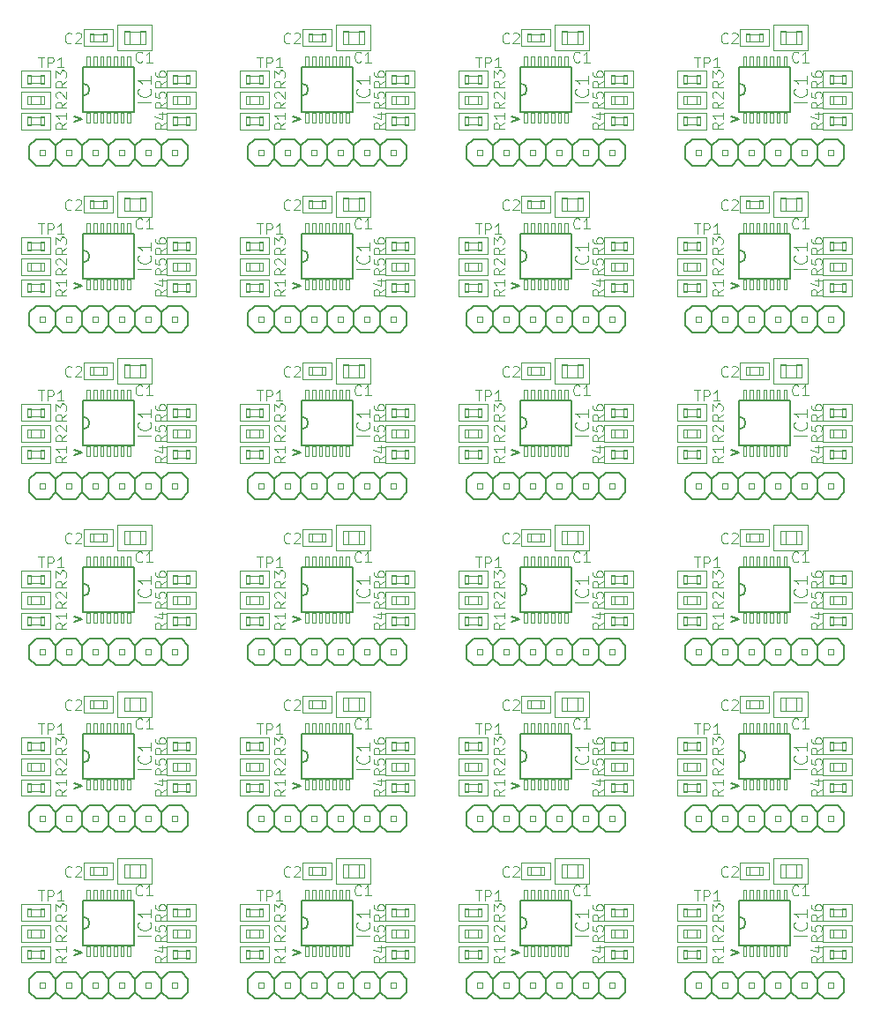
<source format=gto>
G04 #@! TF.FileFunction,Legend,Top*
%FSLAX46Y46*%
G04 Gerber Fmt 4.6, Leading zero omitted, Abs format (unit mm)*
G04 Created by KiCad (PCBNEW 4.0.1-stable) date 2017/03/05 0:18:17*
%MOMM*%
G01*
G04 APERTURE LIST*
%ADD10C,0.100000*%
%ADD11C,0.200000*%
%ADD12C,0.066040*%
%ADD13C,0.101600*%
%ADD14C,0.203200*%
%ADD15C,0.152400*%
%ADD16C,0.000001*%
%ADD17C,0.076200*%
G04 APERTURE END LIST*
D10*
D11*
X183719048Y-132114286D02*
X184480953Y-131828571D01*
X183719048Y-131542857D01*
X204719048Y-148114286D02*
X205480953Y-147828571D01*
X204719048Y-147542857D01*
X204719048Y-132114286D02*
X205480953Y-131828571D01*
X204719048Y-131542857D01*
X183719048Y-148114286D02*
X184480953Y-147828571D01*
X183719048Y-147542857D01*
X162719048Y-148114286D02*
X163480953Y-147828571D01*
X162719048Y-147542857D01*
X141719048Y-148114286D02*
X142480953Y-147828571D01*
X141719048Y-147542857D01*
X162719048Y-132114286D02*
X163480953Y-131828571D01*
X162719048Y-131542857D01*
X141719048Y-132114286D02*
X142480953Y-131828571D01*
X141719048Y-131542857D01*
X204719048Y-116114286D02*
X205480953Y-115828571D01*
X204719048Y-115542857D01*
X141719048Y-116114286D02*
X142480953Y-115828571D01*
X141719048Y-115542857D01*
X162719048Y-116114286D02*
X163480953Y-115828571D01*
X162719048Y-115542857D01*
X183719048Y-116114286D02*
X184480953Y-115828571D01*
X183719048Y-115542857D01*
X141719048Y-100114286D02*
X142480953Y-99828571D01*
X141719048Y-99542857D01*
X162719048Y-100114286D02*
X163480953Y-99828571D01*
X162719048Y-99542857D01*
X183719048Y-100114286D02*
X184480953Y-99828571D01*
X183719048Y-99542857D01*
X204719048Y-100114286D02*
X205480953Y-99828571D01*
X204719048Y-99542857D01*
X141719048Y-100114286D02*
X142480953Y-99828571D01*
X141719048Y-99542857D01*
X141719048Y-84114286D02*
X142480953Y-83828571D01*
X141719048Y-83542857D01*
X162719048Y-84114286D02*
X163480953Y-83828571D01*
X162719048Y-83542857D01*
X183719048Y-84114286D02*
X184480953Y-83828571D01*
X183719048Y-83542857D01*
X204719048Y-84114286D02*
X205480953Y-83828571D01*
X204719048Y-83542857D01*
X141719048Y-68114286D02*
X142480953Y-67828571D01*
X141719048Y-67542857D01*
X162719048Y-68114286D02*
X163480953Y-67828571D01*
X162719048Y-67542857D01*
X183719048Y-68114286D02*
X184480953Y-67828571D01*
X183719048Y-67542857D01*
X204719048Y-68114286D02*
X205480953Y-67828571D01*
X204719048Y-67542857D01*
D12*
X180797560Y-145601220D02*
X180449580Y-145601220D01*
X180449580Y-145601220D02*
X180449580Y-146398780D01*
X180797560Y-146398780D02*
X180449580Y-146398780D01*
X180797560Y-145601220D02*
X180797560Y-146398780D01*
X179550420Y-145601220D02*
X179202440Y-145601220D01*
X179202440Y-145601220D02*
X179202440Y-146398780D01*
X179550420Y-146398780D02*
X179202440Y-146398780D01*
X179550420Y-145601220D02*
X179550420Y-146398780D01*
X181399540Y-145202440D02*
X178600460Y-145202440D01*
X178600460Y-145202440D02*
X178600460Y-146797560D01*
X181399540Y-146797560D02*
X178600460Y-146797560D01*
X181399540Y-145202440D02*
X181399540Y-146797560D01*
D13*
X180723900Y-146347980D02*
X179276100Y-146347980D01*
X179276100Y-145652020D02*
X180723900Y-145652020D01*
D12*
X180797560Y-143601220D02*
X180449580Y-143601220D01*
X180449580Y-143601220D02*
X180449580Y-144398780D01*
X180797560Y-144398780D02*
X180449580Y-144398780D01*
X180797560Y-143601220D02*
X180797560Y-144398780D01*
X179550420Y-143601220D02*
X179202440Y-143601220D01*
X179202440Y-143601220D02*
X179202440Y-144398780D01*
X179550420Y-144398780D02*
X179202440Y-144398780D01*
X179550420Y-143601220D02*
X179550420Y-144398780D01*
X181399540Y-143202440D02*
X178600460Y-143202440D01*
X178600460Y-143202440D02*
X178600460Y-144797560D01*
X181399540Y-144797560D02*
X178600460Y-144797560D01*
X181399540Y-143202440D02*
X181399540Y-144797560D01*
D13*
X180723900Y-144347980D02*
X179276100Y-144347980D01*
X179276100Y-143652020D02*
X180723900Y-143652020D01*
D12*
X180797560Y-147601220D02*
X180449580Y-147601220D01*
X180449580Y-147601220D02*
X180449580Y-148398780D01*
X180797560Y-148398780D02*
X180449580Y-148398780D01*
X180797560Y-147601220D02*
X180797560Y-148398780D01*
X179550420Y-147601220D02*
X179202440Y-147601220D01*
X179202440Y-147601220D02*
X179202440Y-148398780D01*
X179550420Y-148398780D02*
X179202440Y-148398780D01*
X179550420Y-147601220D02*
X179550420Y-148398780D01*
X181399540Y-147202440D02*
X178600460Y-147202440D01*
X178600460Y-147202440D02*
X178600460Y-148797560D01*
X181399540Y-148797560D02*
X178600460Y-148797560D01*
X181399540Y-147202440D02*
X181399540Y-148797560D01*
D13*
X180723900Y-148347980D02*
X179276100Y-148347980D01*
X179276100Y-147652020D02*
X180723900Y-147652020D01*
D12*
X186797560Y-123601220D02*
X186449580Y-123601220D01*
X186449580Y-123601220D02*
X186449580Y-124398780D01*
X186797560Y-124398780D02*
X186449580Y-124398780D01*
X186797560Y-123601220D02*
X186797560Y-124398780D01*
X185550420Y-123601220D02*
X185202440Y-123601220D01*
X185202440Y-123601220D02*
X185202440Y-124398780D01*
X185550420Y-124398780D02*
X185202440Y-124398780D01*
X185550420Y-123601220D02*
X185550420Y-124398780D01*
X187399540Y-123202440D02*
X184600460Y-123202440D01*
X184600460Y-123202440D02*
X184600460Y-124797560D01*
X187399540Y-124797560D02*
X184600460Y-124797560D01*
X187399540Y-123202440D02*
X187399540Y-124797560D01*
D13*
X186723900Y-124347980D02*
X185276100Y-124347980D01*
X185276100Y-123652020D02*
X186723900Y-123652020D01*
D12*
X188501780Y-124647700D02*
X189002160Y-124647700D01*
X189002160Y-124647700D02*
X189002160Y-123352300D01*
X188501780Y-123352300D02*
X189002160Y-123352300D01*
X188501780Y-124647700D02*
X188501780Y-123352300D01*
X189997840Y-124647700D02*
X190498220Y-124647700D01*
X190498220Y-124647700D02*
X190498220Y-123352300D01*
X189997840Y-123352300D02*
X190498220Y-123352300D01*
X189997840Y-124647700D02*
X189997840Y-123352300D01*
X187851540Y-125249680D02*
X191148460Y-125249680D01*
X191148460Y-125249680D02*
X191148460Y-122750320D01*
X187851540Y-122750320D02*
X191148460Y-122750320D01*
X187851540Y-125249680D02*
X187851540Y-122750320D01*
D13*
X188575440Y-123400560D02*
X190424560Y-123400560D01*
X190424560Y-124599440D02*
X188575440Y-124599440D01*
D12*
X185201680Y-132197860D02*
X185201680Y-131247900D01*
X185201680Y-131247900D02*
X184901960Y-131247900D01*
X184901960Y-132197860D02*
X184901960Y-131247900D01*
X185201680Y-132197860D02*
X184901960Y-132197860D01*
X185851920Y-132197860D02*
X185851920Y-131247900D01*
X185851920Y-131247900D02*
X185552200Y-131247900D01*
X185552200Y-132197860D02*
X185552200Y-131247900D01*
X185851920Y-132197860D02*
X185552200Y-132197860D01*
X186502160Y-132197860D02*
X186502160Y-131247900D01*
X186502160Y-131247900D02*
X186202440Y-131247900D01*
X186202440Y-132197860D02*
X186202440Y-131247900D01*
X186502160Y-132197860D02*
X186202440Y-132197860D01*
X187149860Y-132197860D02*
X187149860Y-131247900D01*
X187149860Y-131247900D02*
X186850140Y-131247900D01*
X186850140Y-132197860D02*
X186850140Y-131247900D01*
X187149860Y-132197860D02*
X186850140Y-132197860D01*
X187797560Y-132197860D02*
X187797560Y-131247900D01*
X187797560Y-131247900D02*
X187497840Y-131247900D01*
X187497840Y-132197860D02*
X187497840Y-131247900D01*
X187797560Y-132197860D02*
X187497840Y-132197860D01*
X188447800Y-132197860D02*
X188447800Y-131247900D01*
X188447800Y-131247900D02*
X188148080Y-131247900D01*
X188148080Y-132197860D02*
X188148080Y-131247900D01*
X188447800Y-132197860D02*
X188148080Y-132197860D01*
X189098040Y-132197860D02*
X189098040Y-131247900D01*
X189098040Y-131247900D02*
X188798320Y-131247900D01*
X188798320Y-132197860D02*
X188798320Y-131247900D01*
X189098040Y-132197860D02*
X188798320Y-132197860D01*
X189098040Y-126752100D02*
X189098040Y-125802140D01*
X189098040Y-125802140D02*
X188798320Y-125802140D01*
X188798320Y-126752100D02*
X188798320Y-125802140D01*
X189098040Y-126752100D02*
X188798320Y-126752100D01*
X188447800Y-126752100D02*
X188447800Y-125802140D01*
X188447800Y-125802140D02*
X188148080Y-125802140D01*
X188148080Y-126752100D02*
X188148080Y-125802140D01*
X188447800Y-126752100D02*
X188148080Y-126752100D01*
X187797560Y-126752100D02*
X187797560Y-125802140D01*
X187797560Y-125802140D02*
X187497840Y-125802140D01*
X187497840Y-126752100D02*
X187497840Y-125802140D01*
X187797560Y-126752100D02*
X187497840Y-126752100D01*
X187149860Y-126752100D02*
X187149860Y-125802140D01*
X187149860Y-125802140D02*
X186850140Y-125802140D01*
X186850140Y-126752100D02*
X186850140Y-125802140D01*
X187149860Y-126752100D02*
X186850140Y-126752100D01*
X186502160Y-126752100D02*
X186502160Y-125802140D01*
X186502160Y-125802140D02*
X186202440Y-125802140D01*
X186202440Y-126752100D02*
X186202440Y-125802140D01*
X186502160Y-126752100D02*
X186202440Y-126752100D01*
X185851920Y-126752100D02*
X185851920Y-125802140D01*
X185851920Y-125802140D02*
X185552200Y-125802140D01*
X185552200Y-126752100D02*
X185552200Y-125802140D01*
X185851920Y-126752100D02*
X185552200Y-126752100D01*
X185201680Y-126752100D02*
X185201680Y-125802140D01*
X185201680Y-125802140D02*
X184901960Y-125802140D01*
X184901960Y-126752100D02*
X184901960Y-125802140D01*
X185201680Y-126752100D02*
X184901960Y-126752100D01*
D14*
X189446020Y-131146300D02*
X189446020Y-126853700D01*
X189446020Y-126853700D02*
X184553980Y-126853700D01*
X184553980Y-126853700D02*
X184553980Y-131146300D01*
X184553980Y-131146300D02*
X189446020Y-131146300D01*
X184553980Y-129599440D02*
G75*
G03X184553980Y-128400560I0J599440D01*
G01*
D12*
X180797560Y-131601220D02*
X180449580Y-131601220D01*
X180449580Y-131601220D02*
X180449580Y-132398780D01*
X180797560Y-132398780D02*
X180449580Y-132398780D01*
X180797560Y-131601220D02*
X180797560Y-132398780D01*
X179550420Y-131601220D02*
X179202440Y-131601220D01*
X179202440Y-131601220D02*
X179202440Y-132398780D01*
X179550420Y-132398780D02*
X179202440Y-132398780D01*
X179550420Y-131601220D02*
X179550420Y-132398780D01*
X181399540Y-131202440D02*
X178600460Y-131202440D01*
X178600460Y-131202440D02*
X178600460Y-132797560D01*
X181399540Y-132797560D02*
X178600460Y-132797560D01*
X181399540Y-131202440D02*
X181399540Y-132797560D01*
D13*
X180723900Y-132347980D02*
X179276100Y-132347980D01*
X179276100Y-131652020D02*
X180723900Y-131652020D01*
D12*
X180797560Y-129601220D02*
X180449580Y-129601220D01*
X180449580Y-129601220D02*
X180449580Y-130398780D01*
X180797560Y-130398780D02*
X180449580Y-130398780D01*
X180797560Y-129601220D02*
X180797560Y-130398780D01*
X179550420Y-129601220D02*
X179202440Y-129601220D01*
X179202440Y-129601220D02*
X179202440Y-130398780D01*
X179550420Y-130398780D02*
X179202440Y-130398780D01*
X179550420Y-129601220D02*
X179550420Y-130398780D01*
X181399540Y-129202440D02*
X178600460Y-129202440D01*
X178600460Y-129202440D02*
X178600460Y-130797560D01*
X181399540Y-130797560D02*
X178600460Y-130797560D01*
X181399540Y-129202440D02*
X181399540Y-130797560D01*
D13*
X180723900Y-130347980D02*
X179276100Y-130347980D01*
X179276100Y-129652020D02*
X180723900Y-129652020D01*
D12*
X180797560Y-127601220D02*
X180449580Y-127601220D01*
X180449580Y-127601220D02*
X180449580Y-128398780D01*
X180797560Y-128398780D02*
X180449580Y-128398780D01*
X180797560Y-127601220D02*
X180797560Y-128398780D01*
X179550420Y-127601220D02*
X179202440Y-127601220D01*
X179202440Y-127601220D02*
X179202440Y-128398780D01*
X179550420Y-128398780D02*
X179202440Y-128398780D01*
X179550420Y-127601220D02*
X179550420Y-128398780D01*
X181399540Y-127202440D02*
X178600460Y-127202440D01*
X178600460Y-127202440D02*
X178600460Y-128797560D01*
X181399540Y-128797560D02*
X178600460Y-128797560D01*
X181399540Y-127202440D02*
X181399540Y-128797560D01*
D13*
X180723900Y-128347980D02*
X179276100Y-128347980D01*
X179276100Y-127652020D02*
X180723900Y-127652020D01*
D12*
X186797560Y-139601220D02*
X186449580Y-139601220D01*
X186449580Y-139601220D02*
X186449580Y-140398780D01*
X186797560Y-140398780D02*
X186449580Y-140398780D01*
X186797560Y-139601220D02*
X186797560Y-140398780D01*
X185550420Y-139601220D02*
X185202440Y-139601220D01*
X185202440Y-139601220D02*
X185202440Y-140398780D01*
X185550420Y-140398780D02*
X185202440Y-140398780D01*
X185550420Y-139601220D02*
X185550420Y-140398780D01*
X187399540Y-139202440D02*
X184600460Y-139202440D01*
X184600460Y-139202440D02*
X184600460Y-140797560D01*
X187399540Y-140797560D02*
X184600460Y-140797560D01*
X187399540Y-139202440D02*
X187399540Y-140797560D01*
D13*
X186723900Y-140347980D02*
X185276100Y-140347980D01*
X185276100Y-139652020D02*
X186723900Y-139652020D01*
D12*
X190556000Y-151254000D02*
X191064000Y-151254000D01*
X191064000Y-151254000D02*
X191064000Y-150746000D01*
X190556000Y-150746000D02*
X191064000Y-150746000D01*
X190556000Y-151254000D02*
X190556000Y-150746000D01*
X188016000Y-151254000D02*
X188524000Y-151254000D01*
X188524000Y-151254000D02*
X188524000Y-150746000D01*
X188016000Y-150746000D02*
X188524000Y-150746000D01*
X188016000Y-151254000D02*
X188016000Y-150746000D01*
X185476000Y-151254000D02*
X185984000Y-151254000D01*
X185984000Y-151254000D02*
X185984000Y-150746000D01*
X185476000Y-150746000D02*
X185984000Y-150746000D01*
X185476000Y-151254000D02*
X185476000Y-150746000D01*
X182936000Y-151254000D02*
X183444000Y-151254000D01*
X183444000Y-151254000D02*
X183444000Y-150746000D01*
X182936000Y-150746000D02*
X183444000Y-150746000D01*
X182936000Y-151254000D02*
X182936000Y-150746000D01*
X180396000Y-151254000D02*
X180904000Y-151254000D01*
X180904000Y-151254000D02*
X180904000Y-150746000D01*
X180396000Y-150746000D02*
X180904000Y-150746000D01*
X180396000Y-151254000D02*
X180396000Y-150746000D01*
X193096000Y-151254000D02*
X193604000Y-151254000D01*
X193604000Y-151254000D02*
X193604000Y-150746000D01*
X193096000Y-150746000D02*
X193604000Y-150746000D01*
X193096000Y-151254000D02*
X193096000Y-150746000D01*
D15*
X187635000Y-149730000D02*
X188905000Y-149730000D01*
X188905000Y-149730000D02*
X189540000Y-150365000D01*
X189540000Y-150365000D02*
X189540000Y-151635000D01*
X189540000Y-151635000D02*
X188905000Y-152270000D01*
X189540000Y-150365000D02*
X190175000Y-149730000D01*
X190175000Y-149730000D02*
X191445000Y-149730000D01*
X191445000Y-149730000D02*
X192080000Y-150365000D01*
X192080000Y-150365000D02*
X192080000Y-151635000D01*
X192080000Y-151635000D02*
X191445000Y-152270000D01*
X191445000Y-152270000D02*
X190175000Y-152270000D01*
X190175000Y-152270000D02*
X189540000Y-151635000D01*
X184460000Y-150365000D02*
X185095000Y-149730000D01*
X185095000Y-149730000D02*
X186365000Y-149730000D01*
X186365000Y-149730000D02*
X187000000Y-150365000D01*
X187000000Y-150365000D02*
X187000000Y-151635000D01*
X187000000Y-151635000D02*
X186365000Y-152270000D01*
X186365000Y-152270000D02*
X185095000Y-152270000D01*
X185095000Y-152270000D02*
X184460000Y-151635000D01*
X187635000Y-149730000D02*
X187000000Y-150365000D01*
X187000000Y-151635000D02*
X187635000Y-152270000D01*
X188905000Y-152270000D02*
X187635000Y-152270000D01*
X180015000Y-149730000D02*
X181285000Y-149730000D01*
X181285000Y-149730000D02*
X181920000Y-150365000D01*
X181920000Y-150365000D02*
X181920000Y-151635000D01*
X181920000Y-151635000D02*
X181285000Y-152270000D01*
X181920000Y-150365000D02*
X182555000Y-149730000D01*
X182555000Y-149730000D02*
X183825000Y-149730000D01*
X183825000Y-149730000D02*
X184460000Y-150365000D01*
X184460000Y-150365000D02*
X184460000Y-151635000D01*
X184460000Y-151635000D02*
X183825000Y-152270000D01*
X183825000Y-152270000D02*
X182555000Y-152270000D01*
X182555000Y-152270000D02*
X181920000Y-151635000D01*
X179380000Y-150365000D02*
X179380000Y-151635000D01*
X180015000Y-149730000D02*
X179380000Y-150365000D01*
X179380000Y-151635000D02*
X180015000Y-152270000D01*
X181285000Y-152270000D02*
X180015000Y-152270000D01*
X192715000Y-149730000D02*
X193985000Y-149730000D01*
X193985000Y-149730000D02*
X194620000Y-150365000D01*
X194620000Y-150365000D02*
X194620000Y-151635000D01*
X194620000Y-151635000D02*
X193985000Y-152270000D01*
X192715000Y-149730000D02*
X192080000Y-150365000D01*
X192080000Y-151635000D02*
X192715000Y-152270000D01*
X193985000Y-152270000D02*
X192715000Y-152270000D01*
D12*
X190556000Y-135254000D02*
X191064000Y-135254000D01*
X191064000Y-135254000D02*
X191064000Y-134746000D01*
X190556000Y-134746000D02*
X191064000Y-134746000D01*
X190556000Y-135254000D02*
X190556000Y-134746000D01*
X188016000Y-135254000D02*
X188524000Y-135254000D01*
X188524000Y-135254000D02*
X188524000Y-134746000D01*
X188016000Y-134746000D02*
X188524000Y-134746000D01*
X188016000Y-135254000D02*
X188016000Y-134746000D01*
X185476000Y-135254000D02*
X185984000Y-135254000D01*
X185984000Y-135254000D02*
X185984000Y-134746000D01*
X185476000Y-134746000D02*
X185984000Y-134746000D01*
X185476000Y-135254000D02*
X185476000Y-134746000D01*
X182936000Y-135254000D02*
X183444000Y-135254000D01*
X183444000Y-135254000D02*
X183444000Y-134746000D01*
X182936000Y-134746000D02*
X183444000Y-134746000D01*
X182936000Y-135254000D02*
X182936000Y-134746000D01*
X180396000Y-135254000D02*
X180904000Y-135254000D01*
X180904000Y-135254000D02*
X180904000Y-134746000D01*
X180396000Y-134746000D02*
X180904000Y-134746000D01*
X180396000Y-135254000D02*
X180396000Y-134746000D01*
X193096000Y-135254000D02*
X193604000Y-135254000D01*
X193604000Y-135254000D02*
X193604000Y-134746000D01*
X193096000Y-134746000D02*
X193604000Y-134746000D01*
X193096000Y-135254000D02*
X193096000Y-134746000D01*
D15*
X187635000Y-133730000D02*
X188905000Y-133730000D01*
X188905000Y-133730000D02*
X189540000Y-134365000D01*
X189540000Y-134365000D02*
X189540000Y-135635000D01*
X189540000Y-135635000D02*
X188905000Y-136270000D01*
X189540000Y-134365000D02*
X190175000Y-133730000D01*
X190175000Y-133730000D02*
X191445000Y-133730000D01*
X191445000Y-133730000D02*
X192080000Y-134365000D01*
X192080000Y-134365000D02*
X192080000Y-135635000D01*
X192080000Y-135635000D02*
X191445000Y-136270000D01*
X191445000Y-136270000D02*
X190175000Y-136270000D01*
X190175000Y-136270000D02*
X189540000Y-135635000D01*
X184460000Y-134365000D02*
X185095000Y-133730000D01*
X185095000Y-133730000D02*
X186365000Y-133730000D01*
X186365000Y-133730000D02*
X187000000Y-134365000D01*
X187000000Y-134365000D02*
X187000000Y-135635000D01*
X187000000Y-135635000D02*
X186365000Y-136270000D01*
X186365000Y-136270000D02*
X185095000Y-136270000D01*
X185095000Y-136270000D02*
X184460000Y-135635000D01*
X187635000Y-133730000D02*
X187000000Y-134365000D01*
X187000000Y-135635000D02*
X187635000Y-136270000D01*
X188905000Y-136270000D02*
X187635000Y-136270000D01*
X180015000Y-133730000D02*
X181285000Y-133730000D01*
X181285000Y-133730000D02*
X181920000Y-134365000D01*
X181920000Y-134365000D02*
X181920000Y-135635000D01*
X181920000Y-135635000D02*
X181285000Y-136270000D01*
X181920000Y-134365000D02*
X182555000Y-133730000D01*
X182555000Y-133730000D02*
X183825000Y-133730000D01*
X183825000Y-133730000D02*
X184460000Y-134365000D01*
X184460000Y-134365000D02*
X184460000Y-135635000D01*
X184460000Y-135635000D02*
X183825000Y-136270000D01*
X183825000Y-136270000D02*
X182555000Y-136270000D01*
X182555000Y-136270000D02*
X181920000Y-135635000D01*
X179380000Y-134365000D02*
X179380000Y-135635000D01*
X180015000Y-133730000D02*
X179380000Y-134365000D01*
X179380000Y-135635000D02*
X180015000Y-136270000D01*
X181285000Y-136270000D02*
X180015000Y-136270000D01*
X192715000Y-133730000D02*
X193985000Y-133730000D01*
X193985000Y-133730000D02*
X194620000Y-134365000D01*
X194620000Y-134365000D02*
X194620000Y-135635000D01*
X194620000Y-135635000D02*
X193985000Y-136270000D01*
X192715000Y-133730000D02*
X192080000Y-134365000D01*
X192080000Y-135635000D02*
X192715000Y-136270000D01*
X193985000Y-136270000D02*
X192715000Y-136270000D01*
D12*
X185201680Y-148197860D02*
X185201680Y-147247900D01*
X185201680Y-147247900D02*
X184901960Y-147247900D01*
X184901960Y-148197860D02*
X184901960Y-147247900D01*
X185201680Y-148197860D02*
X184901960Y-148197860D01*
X185851920Y-148197860D02*
X185851920Y-147247900D01*
X185851920Y-147247900D02*
X185552200Y-147247900D01*
X185552200Y-148197860D02*
X185552200Y-147247900D01*
X185851920Y-148197860D02*
X185552200Y-148197860D01*
X186502160Y-148197860D02*
X186502160Y-147247900D01*
X186502160Y-147247900D02*
X186202440Y-147247900D01*
X186202440Y-148197860D02*
X186202440Y-147247900D01*
X186502160Y-148197860D02*
X186202440Y-148197860D01*
X187149860Y-148197860D02*
X187149860Y-147247900D01*
X187149860Y-147247900D02*
X186850140Y-147247900D01*
X186850140Y-148197860D02*
X186850140Y-147247900D01*
X187149860Y-148197860D02*
X186850140Y-148197860D01*
X187797560Y-148197860D02*
X187797560Y-147247900D01*
X187797560Y-147247900D02*
X187497840Y-147247900D01*
X187497840Y-148197860D02*
X187497840Y-147247900D01*
X187797560Y-148197860D02*
X187497840Y-148197860D01*
X188447800Y-148197860D02*
X188447800Y-147247900D01*
X188447800Y-147247900D02*
X188148080Y-147247900D01*
X188148080Y-148197860D02*
X188148080Y-147247900D01*
X188447800Y-148197860D02*
X188148080Y-148197860D01*
X189098040Y-148197860D02*
X189098040Y-147247900D01*
X189098040Y-147247900D02*
X188798320Y-147247900D01*
X188798320Y-148197860D02*
X188798320Y-147247900D01*
X189098040Y-148197860D02*
X188798320Y-148197860D01*
X189098040Y-142752100D02*
X189098040Y-141802140D01*
X189098040Y-141802140D02*
X188798320Y-141802140D01*
X188798320Y-142752100D02*
X188798320Y-141802140D01*
X189098040Y-142752100D02*
X188798320Y-142752100D01*
X188447800Y-142752100D02*
X188447800Y-141802140D01*
X188447800Y-141802140D02*
X188148080Y-141802140D01*
X188148080Y-142752100D02*
X188148080Y-141802140D01*
X188447800Y-142752100D02*
X188148080Y-142752100D01*
X187797560Y-142752100D02*
X187797560Y-141802140D01*
X187797560Y-141802140D02*
X187497840Y-141802140D01*
X187497840Y-142752100D02*
X187497840Y-141802140D01*
X187797560Y-142752100D02*
X187497840Y-142752100D01*
X187149860Y-142752100D02*
X187149860Y-141802140D01*
X187149860Y-141802140D02*
X186850140Y-141802140D01*
X186850140Y-142752100D02*
X186850140Y-141802140D01*
X187149860Y-142752100D02*
X186850140Y-142752100D01*
X186502160Y-142752100D02*
X186502160Y-141802140D01*
X186502160Y-141802140D02*
X186202440Y-141802140D01*
X186202440Y-142752100D02*
X186202440Y-141802140D01*
X186502160Y-142752100D02*
X186202440Y-142752100D01*
X185851920Y-142752100D02*
X185851920Y-141802140D01*
X185851920Y-141802140D02*
X185552200Y-141802140D01*
X185552200Y-142752100D02*
X185552200Y-141802140D01*
X185851920Y-142752100D02*
X185552200Y-142752100D01*
X185201680Y-142752100D02*
X185201680Y-141802140D01*
X185201680Y-141802140D02*
X184901960Y-141802140D01*
X184901960Y-142752100D02*
X184901960Y-141802140D01*
X185201680Y-142752100D02*
X184901960Y-142752100D01*
D14*
X189446020Y-147146300D02*
X189446020Y-142853700D01*
X189446020Y-142853700D02*
X184553980Y-142853700D01*
X184553980Y-142853700D02*
X184553980Y-147146300D01*
X184553980Y-147146300D02*
X189446020Y-147146300D01*
X184553980Y-145599440D02*
G75*
G03X184553980Y-144400560I0J599440D01*
G01*
D12*
X188501780Y-140647700D02*
X189002160Y-140647700D01*
X189002160Y-140647700D02*
X189002160Y-139352300D01*
X188501780Y-139352300D02*
X189002160Y-139352300D01*
X188501780Y-140647700D02*
X188501780Y-139352300D01*
X189997840Y-140647700D02*
X190498220Y-140647700D01*
X190498220Y-140647700D02*
X190498220Y-139352300D01*
X189997840Y-139352300D02*
X190498220Y-139352300D01*
X189997840Y-140647700D02*
X189997840Y-139352300D01*
X187851540Y-141249680D02*
X191148460Y-141249680D01*
X191148460Y-141249680D02*
X191148460Y-138750320D01*
X187851540Y-138750320D02*
X191148460Y-138750320D01*
X187851540Y-141249680D02*
X187851540Y-138750320D01*
D13*
X188575440Y-139400560D02*
X190424560Y-139400560D01*
X190424560Y-140599440D02*
X188575440Y-140599440D01*
D12*
X201797560Y-129601220D02*
X201449580Y-129601220D01*
X201449580Y-129601220D02*
X201449580Y-130398780D01*
X201797560Y-130398780D02*
X201449580Y-130398780D01*
X201797560Y-129601220D02*
X201797560Y-130398780D01*
X200550420Y-129601220D02*
X200202440Y-129601220D01*
X200202440Y-129601220D02*
X200202440Y-130398780D01*
X200550420Y-130398780D02*
X200202440Y-130398780D01*
X200550420Y-129601220D02*
X200550420Y-130398780D01*
X202399540Y-129202440D02*
X199600460Y-129202440D01*
X199600460Y-129202440D02*
X199600460Y-130797560D01*
X202399540Y-130797560D02*
X199600460Y-130797560D01*
X202399540Y-129202440D02*
X202399540Y-130797560D01*
D13*
X201723900Y-130347980D02*
X200276100Y-130347980D01*
X200276100Y-129652020D02*
X201723900Y-129652020D01*
D12*
X201797560Y-127601220D02*
X201449580Y-127601220D01*
X201449580Y-127601220D02*
X201449580Y-128398780D01*
X201797560Y-128398780D02*
X201449580Y-128398780D01*
X201797560Y-127601220D02*
X201797560Y-128398780D01*
X200550420Y-127601220D02*
X200202440Y-127601220D01*
X200202440Y-127601220D02*
X200202440Y-128398780D01*
X200550420Y-128398780D02*
X200202440Y-128398780D01*
X200550420Y-127601220D02*
X200550420Y-128398780D01*
X202399540Y-127202440D02*
X199600460Y-127202440D01*
X199600460Y-127202440D02*
X199600460Y-128797560D01*
X202399540Y-128797560D02*
X199600460Y-128797560D01*
X202399540Y-127202440D02*
X202399540Y-128797560D01*
D13*
X201723900Y-128347980D02*
X200276100Y-128347980D01*
X200276100Y-127652020D02*
X201723900Y-127652020D01*
D12*
X201797560Y-131601220D02*
X201449580Y-131601220D01*
X201449580Y-131601220D02*
X201449580Y-132398780D01*
X201797560Y-132398780D02*
X201449580Y-132398780D01*
X201797560Y-131601220D02*
X201797560Y-132398780D01*
X200550420Y-131601220D02*
X200202440Y-131601220D01*
X200202440Y-131601220D02*
X200202440Y-132398780D01*
X200550420Y-132398780D02*
X200202440Y-132398780D01*
X200550420Y-131601220D02*
X200550420Y-132398780D01*
X202399540Y-131202440D02*
X199600460Y-131202440D01*
X199600460Y-131202440D02*
X199600460Y-132797560D01*
X202399540Y-132797560D02*
X199600460Y-132797560D01*
X202399540Y-131202440D02*
X202399540Y-132797560D01*
D13*
X201723900Y-132347980D02*
X200276100Y-132347980D01*
X200276100Y-131652020D02*
X201723900Y-131652020D01*
D12*
X193202440Y-130398780D02*
X193550420Y-130398780D01*
X193550420Y-130398780D02*
X193550420Y-129601220D01*
X193202440Y-129601220D02*
X193550420Y-129601220D01*
X193202440Y-130398780D02*
X193202440Y-129601220D01*
X194449580Y-130398780D02*
X194797560Y-130398780D01*
X194797560Y-130398780D02*
X194797560Y-129601220D01*
X194449580Y-129601220D02*
X194797560Y-129601220D01*
X194449580Y-130398780D02*
X194449580Y-129601220D01*
X192600460Y-130797560D02*
X195399540Y-130797560D01*
X195399540Y-130797560D02*
X195399540Y-129202440D01*
X192600460Y-129202440D02*
X195399540Y-129202440D01*
X192600460Y-130797560D02*
X192600460Y-129202440D01*
D13*
X193276100Y-129652020D02*
X194723900Y-129652020D01*
X194723900Y-130347980D02*
X193276100Y-130347980D01*
D12*
X193202440Y-128398780D02*
X193550420Y-128398780D01*
X193550420Y-128398780D02*
X193550420Y-127601220D01*
X193202440Y-127601220D02*
X193550420Y-127601220D01*
X193202440Y-128398780D02*
X193202440Y-127601220D01*
X194449580Y-128398780D02*
X194797560Y-128398780D01*
X194797560Y-128398780D02*
X194797560Y-127601220D01*
X194449580Y-127601220D02*
X194797560Y-127601220D01*
X194449580Y-128398780D02*
X194449580Y-127601220D01*
X192600460Y-128797560D02*
X195399540Y-128797560D01*
X195399540Y-128797560D02*
X195399540Y-127202440D01*
X192600460Y-127202440D02*
X195399540Y-127202440D01*
X192600460Y-128797560D02*
X192600460Y-127202440D01*
D13*
X193276100Y-127652020D02*
X194723900Y-127652020D01*
X194723900Y-128347980D02*
X193276100Y-128347980D01*
D12*
X193202440Y-132398780D02*
X193550420Y-132398780D01*
X193550420Y-132398780D02*
X193550420Y-131601220D01*
X193202440Y-131601220D02*
X193550420Y-131601220D01*
X193202440Y-132398780D02*
X193202440Y-131601220D01*
X194449580Y-132398780D02*
X194797560Y-132398780D01*
X194797560Y-132398780D02*
X194797560Y-131601220D01*
X194449580Y-131601220D02*
X194797560Y-131601220D01*
X194449580Y-132398780D02*
X194449580Y-131601220D01*
X192600460Y-132797560D02*
X195399540Y-132797560D01*
X195399540Y-132797560D02*
X195399540Y-131202440D01*
X192600460Y-131202440D02*
X195399540Y-131202440D01*
X192600460Y-132797560D02*
X192600460Y-131202440D01*
D13*
X193276100Y-131652020D02*
X194723900Y-131652020D01*
X194723900Y-132347980D02*
X193276100Y-132347980D01*
D12*
X151202440Y-128398780D02*
X151550420Y-128398780D01*
X151550420Y-128398780D02*
X151550420Y-127601220D01*
X151202440Y-127601220D02*
X151550420Y-127601220D01*
X151202440Y-128398780D02*
X151202440Y-127601220D01*
X152449580Y-128398780D02*
X152797560Y-128398780D01*
X152797560Y-128398780D02*
X152797560Y-127601220D01*
X152449580Y-127601220D02*
X152797560Y-127601220D01*
X152449580Y-128398780D02*
X152449580Y-127601220D01*
X150600460Y-128797560D02*
X153399540Y-128797560D01*
X153399540Y-128797560D02*
X153399540Y-127202440D01*
X150600460Y-127202440D02*
X153399540Y-127202440D01*
X150600460Y-128797560D02*
X150600460Y-127202440D01*
D13*
X151276100Y-127652020D02*
X152723900Y-127652020D01*
X152723900Y-128347980D02*
X151276100Y-128347980D01*
D12*
X146501780Y-124647700D02*
X147002160Y-124647700D01*
X147002160Y-124647700D02*
X147002160Y-123352300D01*
X146501780Y-123352300D02*
X147002160Y-123352300D01*
X146501780Y-124647700D02*
X146501780Y-123352300D01*
X147997840Y-124647700D02*
X148498220Y-124647700D01*
X148498220Y-124647700D02*
X148498220Y-123352300D01*
X147997840Y-123352300D02*
X148498220Y-123352300D01*
X147997840Y-124647700D02*
X147997840Y-123352300D01*
X145851540Y-125249680D02*
X149148460Y-125249680D01*
X149148460Y-125249680D02*
X149148460Y-122750320D01*
X145851540Y-122750320D02*
X149148460Y-122750320D01*
X145851540Y-125249680D02*
X145851540Y-122750320D01*
D13*
X146575440Y-123400560D02*
X148424560Y-123400560D01*
X148424560Y-124599440D02*
X146575440Y-124599440D01*
D12*
X151202440Y-132398780D02*
X151550420Y-132398780D01*
X151550420Y-132398780D02*
X151550420Y-131601220D01*
X151202440Y-131601220D02*
X151550420Y-131601220D01*
X151202440Y-132398780D02*
X151202440Y-131601220D01*
X152449580Y-132398780D02*
X152797560Y-132398780D01*
X152797560Y-132398780D02*
X152797560Y-131601220D01*
X152449580Y-131601220D02*
X152797560Y-131601220D01*
X152449580Y-132398780D02*
X152449580Y-131601220D01*
X150600460Y-132797560D02*
X153399540Y-132797560D01*
X153399540Y-132797560D02*
X153399540Y-131202440D01*
X150600460Y-131202440D02*
X153399540Y-131202440D01*
X150600460Y-132797560D02*
X150600460Y-131202440D01*
D13*
X151276100Y-131652020D02*
X152723900Y-131652020D01*
X152723900Y-132347980D02*
X151276100Y-132347980D01*
D12*
X151202440Y-130398780D02*
X151550420Y-130398780D01*
X151550420Y-130398780D02*
X151550420Y-129601220D01*
X151202440Y-129601220D02*
X151550420Y-129601220D01*
X151202440Y-130398780D02*
X151202440Y-129601220D01*
X152449580Y-130398780D02*
X152797560Y-130398780D01*
X152797560Y-130398780D02*
X152797560Y-129601220D01*
X152449580Y-129601220D02*
X152797560Y-129601220D01*
X152449580Y-130398780D02*
X152449580Y-129601220D01*
X150600460Y-130797560D02*
X153399540Y-130797560D01*
X153399540Y-130797560D02*
X153399540Y-129202440D01*
X150600460Y-129202440D02*
X153399540Y-129202440D01*
X150600460Y-130797560D02*
X150600460Y-129202440D01*
D13*
X151276100Y-129652020D02*
X152723900Y-129652020D01*
X152723900Y-130347980D02*
X151276100Y-130347980D01*
D12*
X144797560Y-123601220D02*
X144449580Y-123601220D01*
X144449580Y-123601220D02*
X144449580Y-124398780D01*
X144797560Y-124398780D02*
X144449580Y-124398780D01*
X144797560Y-123601220D02*
X144797560Y-124398780D01*
X143550420Y-123601220D02*
X143202440Y-123601220D01*
X143202440Y-123601220D02*
X143202440Y-124398780D01*
X143550420Y-124398780D02*
X143202440Y-124398780D01*
X143550420Y-123601220D02*
X143550420Y-124398780D01*
X145399540Y-123202440D02*
X142600460Y-123202440D01*
X142600460Y-123202440D02*
X142600460Y-124797560D01*
X145399540Y-124797560D02*
X142600460Y-124797560D01*
X145399540Y-123202440D02*
X145399540Y-124797560D01*
D13*
X144723900Y-124347980D02*
X143276100Y-124347980D01*
X143276100Y-123652020D02*
X144723900Y-123652020D01*
D12*
X143201680Y-132197860D02*
X143201680Y-131247900D01*
X143201680Y-131247900D02*
X142901960Y-131247900D01*
X142901960Y-132197860D02*
X142901960Y-131247900D01*
X143201680Y-132197860D02*
X142901960Y-132197860D01*
X143851920Y-132197860D02*
X143851920Y-131247900D01*
X143851920Y-131247900D02*
X143552200Y-131247900D01*
X143552200Y-132197860D02*
X143552200Y-131247900D01*
X143851920Y-132197860D02*
X143552200Y-132197860D01*
X144502160Y-132197860D02*
X144502160Y-131247900D01*
X144502160Y-131247900D02*
X144202440Y-131247900D01*
X144202440Y-132197860D02*
X144202440Y-131247900D01*
X144502160Y-132197860D02*
X144202440Y-132197860D01*
X145149860Y-132197860D02*
X145149860Y-131247900D01*
X145149860Y-131247900D02*
X144850140Y-131247900D01*
X144850140Y-132197860D02*
X144850140Y-131247900D01*
X145149860Y-132197860D02*
X144850140Y-132197860D01*
X145797560Y-132197860D02*
X145797560Y-131247900D01*
X145797560Y-131247900D02*
X145497840Y-131247900D01*
X145497840Y-132197860D02*
X145497840Y-131247900D01*
X145797560Y-132197860D02*
X145497840Y-132197860D01*
X146447800Y-132197860D02*
X146447800Y-131247900D01*
X146447800Y-131247900D02*
X146148080Y-131247900D01*
X146148080Y-132197860D02*
X146148080Y-131247900D01*
X146447800Y-132197860D02*
X146148080Y-132197860D01*
X147098040Y-132197860D02*
X147098040Y-131247900D01*
X147098040Y-131247900D02*
X146798320Y-131247900D01*
X146798320Y-132197860D02*
X146798320Y-131247900D01*
X147098040Y-132197860D02*
X146798320Y-132197860D01*
X147098040Y-126752100D02*
X147098040Y-125802140D01*
X147098040Y-125802140D02*
X146798320Y-125802140D01*
X146798320Y-126752100D02*
X146798320Y-125802140D01*
X147098040Y-126752100D02*
X146798320Y-126752100D01*
X146447800Y-126752100D02*
X146447800Y-125802140D01*
X146447800Y-125802140D02*
X146148080Y-125802140D01*
X146148080Y-126752100D02*
X146148080Y-125802140D01*
X146447800Y-126752100D02*
X146148080Y-126752100D01*
X145797560Y-126752100D02*
X145797560Y-125802140D01*
X145797560Y-125802140D02*
X145497840Y-125802140D01*
X145497840Y-126752100D02*
X145497840Y-125802140D01*
X145797560Y-126752100D02*
X145497840Y-126752100D01*
X145149860Y-126752100D02*
X145149860Y-125802140D01*
X145149860Y-125802140D02*
X144850140Y-125802140D01*
X144850140Y-126752100D02*
X144850140Y-125802140D01*
X145149860Y-126752100D02*
X144850140Y-126752100D01*
X144502160Y-126752100D02*
X144502160Y-125802140D01*
X144502160Y-125802140D02*
X144202440Y-125802140D01*
X144202440Y-126752100D02*
X144202440Y-125802140D01*
X144502160Y-126752100D02*
X144202440Y-126752100D01*
X143851920Y-126752100D02*
X143851920Y-125802140D01*
X143851920Y-125802140D02*
X143552200Y-125802140D01*
X143552200Y-126752100D02*
X143552200Y-125802140D01*
X143851920Y-126752100D02*
X143552200Y-126752100D01*
X143201680Y-126752100D02*
X143201680Y-125802140D01*
X143201680Y-125802140D02*
X142901960Y-125802140D01*
X142901960Y-126752100D02*
X142901960Y-125802140D01*
X143201680Y-126752100D02*
X142901960Y-126752100D01*
D14*
X147446020Y-131146300D02*
X147446020Y-126853700D01*
X147446020Y-126853700D02*
X142553980Y-126853700D01*
X142553980Y-126853700D02*
X142553980Y-131146300D01*
X142553980Y-131146300D02*
X147446020Y-131146300D01*
X142553980Y-129599440D02*
G75*
G03X142553980Y-128400560I0J599440D01*
G01*
D12*
X151202440Y-144398780D02*
X151550420Y-144398780D01*
X151550420Y-144398780D02*
X151550420Y-143601220D01*
X151202440Y-143601220D02*
X151550420Y-143601220D01*
X151202440Y-144398780D02*
X151202440Y-143601220D01*
X152449580Y-144398780D02*
X152797560Y-144398780D01*
X152797560Y-144398780D02*
X152797560Y-143601220D01*
X152449580Y-143601220D02*
X152797560Y-143601220D01*
X152449580Y-144398780D02*
X152449580Y-143601220D01*
X150600460Y-144797560D02*
X153399540Y-144797560D01*
X153399540Y-144797560D02*
X153399540Y-143202440D01*
X150600460Y-143202440D02*
X153399540Y-143202440D01*
X150600460Y-144797560D02*
X150600460Y-143202440D01*
D13*
X151276100Y-143652020D02*
X152723900Y-143652020D01*
X152723900Y-144347980D02*
X151276100Y-144347980D01*
D12*
X146501780Y-140647700D02*
X147002160Y-140647700D01*
X147002160Y-140647700D02*
X147002160Y-139352300D01*
X146501780Y-139352300D02*
X147002160Y-139352300D01*
X146501780Y-140647700D02*
X146501780Y-139352300D01*
X147997840Y-140647700D02*
X148498220Y-140647700D01*
X148498220Y-140647700D02*
X148498220Y-139352300D01*
X147997840Y-139352300D02*
X148498220Y-139352300D01*
X147997840Y-140647700D02*
X147997840Y-139352300D01*
X145851540Y-141249680D02*
X149148460Y-141249680D01*
X149148460Y-141249680D02*
X149148460Y-138750320D01*
X145851540Y-138750320D02*
X149148460Y-138750320D01*
X145851540Y-141249680D02*
X145851540Y-138750320D01*
D13*
X146575440Y-139400560D02*
X148424560Y-139400560D01*
X148424560Y-140599440D02*
X146575440Y-140599440D01*
D12*
X148556000Y-135254000D02*
X149064000Y-135254000D01*
X149064000Y-135254000D02*
X149064000Y-134746000D01*
X148556000Y-134746000D02*
X149064000Y-134746000D01*
X148556000Y-135254000D02*
X148556000Y-134746000D01*
X146016000Y-135254000D02*
X146524000Y-135254000D01*
X146524000Y-135254000D02*
X146524000Y-134746000D01*
X146016000Y-134746000D02*
X146524000Y-134746000D01*
X146016000Y-135254000D02*
X146016000Y-134746000D01*
X143476000Y-135254000D02*
X143984000Y-135254000D01*
X143984000Y-135254000D02*
X143984000Y-134746000D01*
X143476000Y-134746000D02*
X143984000Y-134746000D01*
X143476000Y-135254000D02*
X143476000Y-134746000D01*
X140936000Y-135254000D02*
X141444000Y-135254000D01*
X141444000Y-135254000D02*
X141444000Y-134746000D01*
X140936000Y-134746000D02*
X141444000Y-134746000D01*
X140936000Y-135254000D02*
X140936000Y-134746000D01*
X138396000Y-135254000D02*
X138904000Y-135254000D01*
X138904000Y-135254000D02*
X138904000Y-134746000D01*
X138396000Y-134746000D02*
X138904000Y-134746000D01*
X138396000Y-135254000D02*
X138396000Y-134746000D01*
X151096000Y-135254000D02*
X151604000Y-135254000D01*
X151604000Y-135254000D02*
X151604000Y-134746000D01*
X151096000Y-134746000D02*
X151604000Y-134746000D01*
X151096000Y-135254000D02*
X151096000Y-134746000D01*
D15*
X145635000Y-133730000D02*
X146905000Y-133730000D01*
X146905000Y-133730000D02*
X147540000Y-134365000D01*
X147540000Y-134365000D02*
X147540000Y-135635000D01*
X147540000Y-135635000D02*
X146905000Y-136270000D01*
X147540000Y-134365000D02*
X148175000Y-133730000D01*
X148175000Y-133730000D02*
X149445000Y-133730000D01*
X149445000Y-133730000D02*
X150080000Y-134365000D01*
X150080000Y-134365000D02*
X150080000Y-135635000D01*
X150080000Y-135635000D02*
X149445000Y-136270000D01*
X149445000Y-136270000D02*
X148175000Y-136270000D01*
X148175000Y-136270000D02*
X147540000Y-135635000D01*
X142460000Y-134365000D02*
X143095000Y-133730000D01*
X143095000Y-133730000D02*
X144365000Y-133730000D01*
X144365000Y-133730000D02*
X145000000Y-134365000D01*
X145000000Y-134365000D02*
X145000000Y-135635000D01*
X145000000Y-135635000D02*
X144365000Y-136270000D01*
X144365000Y-136270000D02*
X143095000Y-136270000D01*
X143095000Y-136270000D02*
X142460000Y-135635000D01*
X145635000Y-133730000D02*
X145000000Y-134365000D01*
X145000000Y-135635000D02*
X145635000Y-136270000D01*
X146905000Y-136270000D02*
X145635000Y-136270000D01*
X138015000Y-133730000D02*
X139285000Y-133730000D01*
X139285000Y-133730000D02*
X139920000Y-134365000D01*
X139920000Y-134365000D02*
X139920000Y-135635000D01*
X139920000Y-135635000D02*
X139285000Y-136270000D01*
X139920000Y-134365000D02*
X140555000Y-133730000D01*
X140555000Y-133730000D02*
X141825000Y-133730000D01*
X141825000Y-133730000D02*
X142460000Y-134365000D01*
X142460000Y-134365000D02*
X142460000Y-135635000D01*
X142460000Y-135635000D02*
X141825000Y-136270000D01*
X141825000Y-136270000D02*
X140555000Y-136270000D01*
X140555000Y-136270000D02*
X139920000Y-135635000D01*
X137380000Y-134365000D02*
X137380000Y-135635000D01*
X138015000Y-133730000D02*
X137380000Y-134365000D01*
X137380000Y-135635000D02*
X138015000Y-136270000D01*
X139285000Y-136270000D02*
X138015000Y-136270000D01*
X150715000Y-133730000D02*
X151985000Y-133730000D01*
X151985000Y-133730000D02*
X152620000Y-134365000D01*
X152620000Y-134365000D02*
X152620000Y-135635000D01*
X152620000Y-135635000D02*
X151985000Y-136270000D01*
X150715000Y-133730000D02*
X150080000Y-134365000D01*
X150080000Y-135635000D02*
X150715000Y-136270000D01*
X151985000Y-136270000D02*
X150715000Y-136270000D01*
D12*
X144797560Y-139601220D02*
X144449580Y-139601220D01*
X144449580Y-139601220D02*
X144449580Y-140398780D01*
X144797560Y-140398780D02*
X144449580Y-140398780D01*
X144797560Y-139601220D02*
X144797560Y-140398780D01*
X143550420Y-139601220D02*
X143202440Y-139601220D01*
X143202440Y-139601220D02*
X143202440Y-140398780D01*
X143550420Y-140398780D02*
X143202440Y-140398780D01*
X143550420Y-139601220D02*
X143550420Y-140398780D01*
X145399540Y-139202440D02*
X142600460Y-139202440D01*
X142600460Y-139202440D02*
X142600460Y-140797560D01*
X145399540Y-140797560D02*
X142600460Y-140797560D01*
X145399540Y-139202440D02*
X145399540Y-140797560D01*
D13*
X144723900Y-140347980D02*
X143276100Y-140347980D01*
X143276100Y-139652020D02*
X144723900Y-139652020D01*
D12*
X151202440Y-146398780D02*
X151550420Y-146398780D01*
X151550420Y-146398780D02*
X151550420Y-145601220D01*
X151202440Y-145601220D02*
X151550420Y-145601220D01*
X151202440Y-146398780D02*
X151202440Y-145601220D01*
X152449580Y-146398780D02*
X152797560Y-146398780D01*
X152797560Y-146398780D02*
X152797560Y-145601220D01*
X152449580Y-145601220D02*
X152797560Y-145601220D01*
X152449580Y-146398780D02*
X152449580Y-145601220D01*
X150600460Y-146797560D02*
X153399540Y-146797560D01*
X153399540Y-146797560D02*
X153399540Y-145202440D01*
X150600460Y-145202440D02*
X153399540Y-145202440D01*
X150600460Y-146797560D02*
X150600460Y-145202440D01*
D13*
X151276100Y-145652020D02*
X152723900Y-145652020D01*
X152723900Y-146347980D02*
X151276100Y-146347980D01*
D12*
X138797560Y-143601220D02*
X138449580Y-143601220D01*
X138449580Y-143601220D02*
X138449580Y-144398780D01*
X138797560Y-144398780D02*
X138449580Y-144398780D01*
X138797560Y-143601220D02*
X138797560Y-144398780D01*
X137550420Y-143601220D02*
X137202440Y-143601220D01*
X137202440Y-143601220D02*
X137202440Y-144398780D01*
X137550420Y-144398780D02*
X137202440Y-144398780D01*
X137550420Y-143601220D02*
X137550420Y-144398780D01*
X139399540Y-143202440D02*
X136600460Y-143202440D01*
X136600460Y-143202440D02*
X136600460Y-144797560D01*
X139399540Y-144797560D02*
X136600460Y-144797560D01*
X139399540Y-143202440D02*
X139399540Y-144797560D01*
D13*
X138723900Y-144347980D02*
X137276100Y-144347980D01*
X137276100Y-143652020D02*
X138723900Y-143652020D01*
D12*
X138797560Y-145601220D02*
X138449580Y-145601220D01*
X138449580Y-145601220D02*
X138449580Y-146398780D01*
X138797560Y-146398780D02*
X138449580Y-146398780D01*
X138797560Y-145601220D02*
X138797560Y-146398780D01*
X137550420Y-145601220D02*
X137202440Y-145601220D01*
X137202440Y-145601220D02*
X137202440Y-146398780D01*
X137550420Y-146398780D02*
X137202440Y-146398780D01*
X137550420Y-145601220D02*
X137550420Y-146398780D01*
X139399540Y-145202440D02*
X136600460Y-145202440D01*
X136600460Y-145202440D02*
X136600460Y-146797560D01*
X139399540Y-146797560D02*
X136600460Y-146797560D01*
X139399540Y-145202440D02*
X139399540Y-146797560D01*
D13*
X138723900Y-146347980D02*
X137276100Y-146347980D01*
X137276100Y-145652020D02*
X138723900Y-145652020D01*
D12*
X138797560Y-147601220D02*
X138449580Y-147601220D01*
X138449580Y-147601220D02*
X138449580Y-148398780D01*
X138797560Y-148398780D02*
X138449580Y-148398780D01*
X138797560Y-147601220D02*
X138797560Y-148398780D01*
X137550420Y-147601220D02*
X137202440Y-147601220D01*
X137202440Y-147601220D02*
X137202440Y-148398780D01*
X137550420Y-148398780D02*
X137202440Y-148398780D01*
X137550420Y-147601220D02*
X137550420Y-148398780D01*
X139399540Y-147202440D02*
X136600460Y-147202440D01*
X136600460Y-147202440D02*
X136600460Y-148797560D01*
X139399540Y-148797560D02*
X136600460Y-148797560D01*
X139399540Y-147202440D02*
X139399540Y-148797560D01*
D13*
X138723900Y-148347980D02*
X137276100Y-148347980D01*
X137276100Y-147652020D02*
X138723900Y-147652020D01*
D12*
X143201680Y-148197860D02*
X143201680Y-147247900D01*
X143201680Y-147247900D02*
X142901960Y-147247900D01*
X142901960Y-148197860D02*
X142901960Y-147247900D01*
X143201680Y-148197860D02*
X142901960Y-148197860D01*
X143851920Y-148197860D02*
X143851920Y-147247900D01*
X143851920Y-147247900D02*
X143552200Y-147247900D01*
X143552200Y-148197860D02*
X143552200Y-147247900D01*
X143851920Y-148197860D02*
X143552200Y-148197860D01*
X144502160Y-148197860D02*
X144502160Y-147247900D01*
X144502160Y-147247900D02*
X144202440Y-147247900D01*
X144202440Y-148197860D02*
X144202440Y-147247900D01*
X144502160Y-148197860D02*
X144202440Y-148197860D01*
X145149860Y-148197860D02*
X145149860Y-147247900D01*
X145149860Y-147247900D02*
X144850140Y-147247900D01*
X144850140Y-148197860D02*
X144850140Y-147247900D01*
X145149860Y-148197860D02*
X144850140Y-148197860D01*
X145797560Y-148197860D02*
X145797560Y-147247900D01*
X145797560Y-147247900D02*
X145497840Y-147247900D01*
X145497840Y-148197860D02*
X145497840Y-147247900D01*
X145797560Y-148197860D02*
X145497840Y-148197860D01*
X146447800Y-148197860D02*
X146447800Y-147247900D01*
X146447800Y-147247900D02*
X146148080Y-147247900D01*
X146148080Y-148197860D02*
X146148080Y-147247900D01*
X146447800Y-148197860D02*
X146148080Y-148197860D01*
X147098040Y-148197860D02*
X147098040Y-147247900D01*
X147098040Y-147247900D02*
X146798320Y-147247900D01*
X146798320Y-148197860D02*
X146798320Y-147247900D01*
X147098040Y-148197860D02*
X146798320Y-148197860D01*
X147098040Y-142752100D02*
X147098040Y-141802140D01*
X147098040Y-141802140D02*
X146798320Y-141802140D01*
X146798320Y-142752100D02*
X146798320Y-141802140D01*
X147098040Y-142752100D02*
X146798320Y-142752100D01*
X146447800Y-142752100D02*
X146447800Y-141802140D01*
X146447800Y-141802140D02*
X146148080Y-141802140D01*
X146148080Y-142752100D02*
X146148080Y-141802140D01*
X146447800Y-142752100D02*
X146148080Y-142752100D01*
X145797560Y-142752100D02*
X145797560Y-141802140D01*
X145797560Y-141802140D02*
X145497840Y-141802140D01*
X145497840Y-142752100D02*
X145497840Y-141802140D01*
X145797560Y-142752100D02*
X145497840Y-142752100D01*
X145149860Y-142752100D02*
X145149860Y-141802140D01*
X145149860Y-141802140D02*
X144850140Y-141802140D01*
X144850140Y-142752100D02*
X144850140Y-141802140D01*
X145149860Y-142752100D02*
X144850140Y-142752100D01*
X144502160Y-142752100D02*
X144502160Y-141802140D01*
X144502160Y-141802140D02*
X144202440Y-141802140D01*
X144202440Y-142752100D02*
X144202440Y-141802140D01*
X144502160Y-142752100D02*
X144202440Y-142752100D01*
X143851920Y-142752100D02*
X143851920Y-141802140D01*
X143851920Y-141802140D02*
X143552200Y-141802140D01*
X143552200Y-142752100D02*
X143552200Y-141802140D01*
X143851920Y-142752100D02*
X143552200Y-142752100D01*
X143201680Y-142752100D02*
X143201680Y-141802140D01*
X143201680Y-141802140D02*
X142901960Y-141802140D01*
X142901960Y-142752100D02*
X142901960Y-141802140D01*
X143201680Y-142752100D02*
X142901960Y-142752100D01*
D14*
X147446020Y-147146300D02*
X147446020Y-142853700D01*
X147446020Y-142853700D02*
X142553980Y-142853700D01*
X142553980Y-142853700D02*
X142553980Y-147146300D01*
X142553980Y-147146300D02*
X147446020Y-147146300D01*
X142553980Y-145599440D02*
G75*
G03X142553980Y-144400560I0J599440D01*
G01*
D12*
X148556000Y-151254000D02*
X149064000Y-151254000D01*
X149064000Y-151254000D02*
X149064000Y-150746000D01*
X148556000Y-150746000D02*
X149064000Y-150746000D01*
X148556000Y-151254000D02*
X148556000Y-150746000D01*
X146016000Y-151254000D02*
X146524000Y-151254000D01*
X146524000Y-151254000D02*
X146524000Y-150746000D01*
X146016000Y-150746000D02*
X146524000Y-150746000D01*
X146016000Y-151254000D02*
X146016000Y-150746000D01*
X143476000Y-151254000D02*
X143984000Y-151254000D01*
X143984000Y-151254000D02*
X143984000Y-150746000D01*
X143476000Y-150746000D02*
X143984000Y-150746000D01*
X143476000Y-151254000D02*
X143476000Y-150746000D01*
X140936000Y-151254000D02*
X141444000Y-151254000D01*
X141444000Y-151254000D02*
X141444000Y-150746000D01*
X140936000Y-150746000D02*
X141444000Y-150746000D01*
X140936000Y-151254000D02*
X140936000Y-150746000D01*
X138396000Y-151254000D02*
X138904000Y-151254000D01*
X138904000Y-151254000D02*
X138904000Y-150746000D01*
X138396000Y-150746000D02*
X138904000Y-150746000D01*
X138396000Y-151254000D02*
X138396000Y-150746000D01*
X151096000Y-151254000D02*
X151604000Y-151254000D01*
X151604000Y-151254000D02*
X151604000Y-150746000D01*
X151096000Y-150746000D02*
X151604000Y-150746000D01*
X151096000Y-151254000D02*
X151096000Y-150746000D01*
D15*
X145635000Y-149730000D02*
X146905000Y-149730000D01*
X146905000Y-149730000D02*
X147540000Y-150365000D01*
X147540000Y-150365000D02*
X147540000Y-151635000D01*
X147540000Y-151635000D02*
X146905000Y-152270000D01*
X147540000Y-150365000D02*
X148175000Y-149730000D01*
X148175000Y-149730000D02*
X149445000Y-149730000D01*
X149445000Y-149730000D02*
X150080000Y-150365000D01*
X150080000Y-150365000D02*
X150080000Y-151635000D01*
X150080000Y-151635000D02*
X149445000Y-152270000D01*
X149445000Y-152270000D02*
X148175000Y-152270000D01*
X148175000Y-152270000D02*
X147540000Y-151635000D01*
X142460000Y-150365000D02*
X143095000Y-149730000D01*
X143095000Y-149730000D02*
X144365000Y-149730000D01*
X144365000Y-149730000D02*
X145000000Y-150365000D01*
X145000000Y-150365000D02*
X145000000Y-151635000D01*
X145000000Y-151635000D02*
X144365000Y-152270000D01*
X144365000Y-152270000D02*
X143095000Y-152270000D01*
X143095000Y-152270000D02*
X142460000Y-151635000D01*
X145635000Y-149730000D02*
X145000000Y-150365000D01*
X145000000Y-151635000D02*
X145635000Y-152270000D01*
X146905000Y-152270000D02*
X145635000Y-152270000D01*
X138015000Y-149730000D02*
X139285000Y-149730000D01*
X139285000Y-149730000D02*
X139920000Y-150365000D01*
X139920000Y-150365000D02*
X139920000Y-151635000D01*
X139920000Y-151635000D02*
X139285000Y-152270000D01*
X139920000Y-150365000D02*
X140555000Y-149730000D01*
X140555000Y-149730000D02*
X141825000Y-149730000D01*
X141825000Y-149730000D02*
X142460000Y-150365000D01*
X142460000Y-150365000D02*
X142460000Y-151635000D01*
X142460000Y-151635000D02*
X141825000Y-152270000D01*
X141825000Y-152270000D02*
X140555000Y-152270000D01*
X140555000Y-152270000D02*
X139920000Y-151635000D01*
X137380000Y-150365000D02*
X137380000Y-151635000D01*
X138015000Y-149730000D02*
X137380000Y-150365000D01*
X137380000Y-151635000D02*
X138015000Y-152270000D01*
X139285000Y-152270000D02*
X138015000Y-152270000D01*
X150715000Y-149730000D02*
X151985000Y-149730000D01*
X151985000Y-149730000D02*
X152620000Y-150365000D01*
X152620000Y-150365000D02*
X152620000Y-151635000D01*
X152620000Y-151635000D02*
X151985000Y-152270000D01*
X150715000Y-149730000D02*
X150080000Y-150365000D01*
X150080000Y-151635000D02*
X150715000Y-152270000D01*
X151985000Y-152270000D02*
X150715000Y-152270000D01*
D12*
X151202440Y-148398780D02*
X151550420Y-148398780D01*
X151550420Y-148398780D02*
X151550420Y-147601220D01*
X151202440Y-147601220D02*
X151550420Y-147601220D01*
X151202440Y-148398780D02*
X151202440Y-147601220D01*
X152449580Y-148398780D02*
X152797560Y-148398780D01*
X152797560Y-148398780D02*
X152797560Y-147601220D01*
X152449580Y-147601220D02*
X152797560Y-147601220D01*
X152449580Y-148398780D02*
X152449580Y-147601220D01*
X150600460Y-148797560D02*
X153399540Y-148797560D01*
X153399540Y-148797560D02*
X153399540Y-147202440D01*
X150600460Y-147202440D02*
X153399540Y-147202440D01*
X150600460Y-148797560D02*
X150600460Y-147202440D01*
D13*
X151276100Y-147652020D02*
X152723900Y-147652020D01*
X152723900Y-148347980D02*
X151276100Y-148347980D01*
D12*
X138797560Y-129601220D02*
X138449580Y-129601220D01*
X138449580Y-129601220D02*
X138449580Y-130398780D01*
X138797560Y-130398780D02*
X138449580Y-130398780D01*
X138797560Y-129601220D02*
X138797560Y-130398780D01*
X137550420Y-129601220D02*
X137202440Y-129601220D01*
X137202440Y-129601220D02*
X137202440Y-130398780D01*
X137550420Y-130398780D02*
X137202440Y-130398780D01*
X137550420Y-129601220D02*
X137550420Y-130398780D01*
X139399540Y-129202440D02*
X136600460Y-129202440D01*
X136600460Y-129202440D02*
X136600460Y-130797560D01*
X139399540Y-130797560D02*
X136600460Y-130797560D01*
X139399540Y-129202440D02*
X139399540Y-130797560D01*
D13*
X138723900Y-130347980D02*
X137276100Y-130347980D01*
X137276100Y-129652020D02*
X138723900Y-129652020D01*
D12*
X138797560Y-127601220D02*
X138449580Y-127601220D01*
X138449580Y-127601220D02*
X138449580Y-128398780D01*
X138797560Y-128398780D02*
X138449580Y-128398780D01*
X138797560Y-127601220D02*
X138797560Y-128398780D01*
X137550420Y-127601220D02*
X137202440Y-127601220D01*
X137202440Y-127601220D02*
X137202440Y-128398780D01*
X137550420Y-128398780D02*
X137202440Y-128398780D01*
X137550420Y-127601220D02*
X137550420Y-128398780D01*
X139399540Y-127202440D02*
X136600460Y-127202440D01*
X136600460Y-127202440D02*
X136600460Y-128797560D01*
X139399540Y-128797560D02*
X136600460Y-128797560D01*
X139399540Y-127202440D02*
X139399540Y-128797560D01*
D13*
X138723900Y-128347980D02*
X137276100Y-128347980D01*
X137276100Y-127652020D02*
X138723900Y-127652020D01*
D12*
X138797560Y-131601220D02*
X138449580Y-131601220D01*
X138449580Y-131601220D02*
X138449580Y-132398780D01*
X138797560Y-132398780D02*
X138449580Y-132398780D01*
X138797560Y-131601220D02*
X138797560Y-132398780D01*
X137550420Y-131601220D02*
X137202440Y-131601220D01*
X137202440Y-131601220D02*
X137202440Y-132398780D01*
X137550420Y-132398780D02*
X137202440Y-132398780D01*
X137550420Y-131601220D02*
X137550420Y-132398780D01*
X139399540Y-131202440D02*
X136600460Y-131202440D01*
X136600460Y-131202440D02*
X136600460Y-132797560D01*
X139399540Y-132797560D02*
X136600460Y-132797560D01*
X139399540Y-131202440D02*
X139399540Y-132797560D01*
D13*
X138723900Y-132347980D02*
X137276100Y-132347980D01*
X137276100Y-131652020D02*
X138723900Y-131652020D01*
D12*
X211556000Y-135254000D02*
X212064000Y-135254000D01*
X212064000Y-135254000D02*
X212064000Y-134746000D01*
X211556000Y-134746000D02*
X212064000Y-134746000D01*
X211556000Y-135254000D02*
X211556000Y-134746000D01*
X209016000Y-135254000D02*
X209524000Y-135254000D01*
X209524000Y-135254000D02*
X209524000Y-134746000D01*
X209016000Y-134746000D02*
X209524000Y-134746000D01*
X209016000Y-135254000D02*
X209016000Y-134746000D01*
X206476000Y-135254000D02*
X206984000Y-135254000D01*
X206984000Y-135254000D02*
X206984000Y-134746000D01*
X206476000Y-134746000D02*
X206984000Y-134746000D01*
X206476000Y-135254000D02*
X206476000Y-134746000D01*
X203936000Y-135254000D02*
X204444000Y-135254000D01*
X204444000Y-135254000D02*
X204444000Y-134746000D01*
X203936000Y-134746000D02*
X204444000Y-134746000D01*
X203936000Y-135254000D02*
X203936000Y-134746000D01*
X201396000Y-135254000D02*
X201904000Y-135254000D01*
X201904000Y-135254000D02*
X201904000Y-134746000D01*
X201396000Y-134746000D02*
X201904000Y-134746000D01*
X201396000Y-135254000D02*
X201396000Y-134746000D01*
X214096000Y-135254000D02*
X214604000Y-135254000D01*
X214604000Y-135254000D02*
X214604000Y-134746000D01*
X214096000Y-134746000D02*
X214604000Y-134746000D01*
X214096000Y-135254000D02*
X214096000Y-134746000D01*
D15*
X208635000Y-133730000D02*
X209905000Y-133730000D01*
X209905000Y-133730000D02*
X210540000Y-134365000D01*
X210540000Y-134365000D02*
X210540000Y-135635000D01*
X210540000Y-135635000D02*
X209905000Y-136270000D01*
X210540000Y-134365000D02*
X211175000Y-133730000D01*
X211175000Y-133730000D02*
X212445000Y-133730000D01*
X212445000Y-133730000D02*
X213080000Y-134365000D01*
X213080000Y-134365000D02*
X213080000Y-135635000D01*
X213080000Y-135635000D02*
X212445000Y-136270000D01*
X212445000Y-136270000D02*
X211175000Y-136270000D01*
X211175000Y-136270000D02*
X210540000Y-135635000D01*
X205460000Y-134365000D02*
X206095000Y-133730000D01*
X206095000Y-133730000D02*
X207365000Y-133730000D01*
X207365000Y-133730000D02*
X208000000Y-134365000D01*
X208000000Y-134365000D02*
X208000000Y-135635000D01*
X208000000Y-135635000D02*
X207365000Y-136270000D01*
X207365000Y-136270000D02*
X206095000Y-136270000D01*
X206095000Y-136270000D02*
X205460000Y-135635000D01*
X208635000Y-133730000D02*
X208000000Y-134365000D01*
X208000000Y-135635000D02*
X208635000Y-136270000D01*
X209905000Y-136270000D02*
X208635000Y-136270000D01*
X201015000Y-133730000D02*
X202285000Y-133730000D01*
X202285000Y-133730000D02*
X202920000Y-134365000D01*
X202920000Y-134365000D02*
X202920000Y-135635000D01*
X202920000Y-135635000D02*
X202285000Y-136270000D01*
X202920000Y-134365000D02*
X203555000Y-133730000D01*
X203555000Y-133730000D02*
X204825000Y-133730000D01*
X204825000Y-133730000D02*
X205460000Y-134365000D01*
X205460000Y-134365000D02*
X205460000Y-135635000D01*
X205460000Y-135635000D02*
X204825000Y-136270000D01*
X204825000Y-136270000D02*
X203555000Y-136270000D01*
X203555000Y-136270000D02*
X202920000Y-135635000D01*
X200380000Y-134365000D02*
X200380000Y-135635000D01*
X201015000Y-133730000D02*
X200380000Y-134365000D01*
X200380000Y-135635000D02*
X201015000Y-136270000D01*
X202285000Y-136270000D02*
X201015000Y-136270000D01*
X213715000Y-133730000D02*
X214985000Y-133730000D01*
X214985000Y-133730000D02*
X215620000Y-134365000D01*
X215620000Y-134365000D02*
X215620000Y-135635000D01*
X215620000Y-135635000D02*
X214985000Y-136270000D01*
X213715000Y-133730000D02*
X213080000Y-134365000D01*
X213080000Y-135635000D02*
X213715000Y-136270000D01*
X214985000Y-136270000D02*
X213715000Y-136270000D01*
D12*
X209501780Y-140647700D02*
X210002160Y-140647700D01*
X210002160Y-140647700D02*
X210002160Y-139352300D01*
X209501780Y-139352300D02*
X210002160Y-139352300D01*
X209501780Y-140647700D02*
X209501780Y-139352300D01*
X210997840Y-140647700D02*
X211498220Y-140647700D01*
X211498220Y-140647700D02*
X211498220Y-139352300D01*
X210997840Y-139352300D02*
X211498220Y-139352300D01*
X210997840Y-140647700D02*
X210997840Y-139352300D01*
X208851540Y-141249680D02*
X212148460Y-141249680D01*
X212148460Y-141249680D02*
X212148460Y-138750320D01*
X208851540Y-138750320D02*
X212148460Y-138750320D01*
X208851540Y-141249680D02*
X208851540Y-138750320D01*
D13*
X209575440Y-139400560D02*
X211424560Y-139400560D01*
X211424560Y-140599440D02*
X209575440Y-140599440D01*
D12*
X207797560Y-139601220D02*
X207449580Y-139601220D01*
X207449580Y-139601220D02*
X207449580Y-140398780D01*
X207797560Y-140398780D02*
X207449580Y-140398780D01*
X207797560Y-139601220D02*
X207797560Y-140398780D01*
X206550420Y-139601220D02*
X206202440Y-139601220D01*
X206202440Y-139601220D02*
X206202440Y-140398780D01*
X206550420Y-140398780D02*
X206202440Y-140398780D01*
X206550420Y-139601220D02*
X206550420Y-140398780D01*
X208399540Y-139202440D02*
X205600460Y-139202440D01*
X205600460Y-139202440D02*
X205600460Y-140797560D01*
X208399540Y-140797560D02*
X205600460Y-140797560D01*
X208399540Y-139202440D02*
X208399540Y-140797560D01*
D13*
X207723900Y-140347980D02*
X206276100Y-140347980D01*
X206276100Y-139652020D02*
X207723900Y-139652020D01*
D12*
X193202440Y-146398780D02*
X193550420Y-146398780D01*
X193550420Y-146398780D02*
X193550420Y-145601220D01*
X193202440Y-145601220D02*
X193550420Y-145601220D01*
X193202440Y-146398780D02*
X193202440Y-145601220D01*
X194449580Y-146398780D02*
X194797560Y-146398780D01*
X194797560Y-146398780D02*
X194797560Y-145601220D01*
X194449580Y-145601220D02*
X194797560Y-145601220D01*
X194449580Y-146398780D02*
X194449580Y-145601220D01*
X192600460Y-146797560D02*
X195399540Y-146797560D01*
X195399540Y-146797560D02*
X195399540Y-145202440D01*
X192600460Y-145202440D02*
X195399540Y-145202440D01*
X192600460Y-146797560D02*
X192600460Y-145202440D01*
D13*
X193276100Y-145652020D02*
X194723900Y-145652020D01*
X194723900Y-146347980D02*
X193276100Y-146347980D01*
D12*
X193202440Y-148398780D02*
X193550420Y-148398780D01*
X193550420Y-148398780D02*
X193550420Y-147601220D01*
X193202440Y-147601220D02*
X193550420Y-147601220D01*
X193202440Y-148398780D02*
X193202440Y-147601220D01*
X194449580Y-148398780D02*
X194797560Y-148398780D01*
X194797560Y-148398780D02*
X194797560Y-147601220D01*
X194449580Y-147601220D02*
X194797560Y-147601220D01*
X194449580Y-148398780D02*
X194449580Y-147601220D01*
X192600460Y-148797560D02*
X195399540Y-148797560D01*
X195399540Y-148797560D02*
X195399540Y-147202440D01*
X192600460Y-147202440D02*
X195399540Y-147202440D01*
X192600460Y-148797560D02*
X192600460Y-147202440D01*
D13*
X193276100Y-147652020D02*
X194723900Y-147652020D01*
X194723900Y-148347980D02*
X193276100Y-148347980D01*
D12*
X201797560Y-143601220D02*
X201449580Y-143601220D01*
X201449580Y-143601220D02*
X201449580Y-144398780D01*
X201797560Y-144398780D02*
X201449580Y-144398780D01*
X201797560Y-143601220D02*
X201797560Y-144398780D01*
X200550420Y-143601220D02*
X200202440Y-143601220D01*
X200202440Y-143601220D02*
X200202440Y-144398780D01*
X200550420Y-144398780D02*
X200202440Y-144398780D01*
X200550420Y-143601220D02*
X200550420Y-144398780D01*
X202399540Y-143202440D02*
X199600460Y-143202440D01*
X199600460Y-143202440D02*
X199600460Y-144797560D01*
X202399540Y-144797560D02*
X199600460Y-144797560D01*
X202399540Y-143202440D02*
X202399540Y-144797560D01*
D13*
X201723900Y-144347980D02*
X200276100Y-144347980D01*
X200276100Y-143652020D02*
X201723900Y-143652020D01*
D12*
X201797560Y-145601220D02*
X201449580Y-145601220D01*
X201449580Y-145601220D02*
X201449580Y-146398780D01*
X201797560Y-146398780D02*
X201449580Y-146398780D01*
X201797560Y-145601220D02*
X201797560Y-146398780D01*
X200550420Y-145601220D02*
X200202440Y-145601220D01*
X200202440Y-145601220D02*
X200202440Y-146398780D01*
X200550420Y-146398780D02*
X200202440Y-146398780D01*
X200550420Y-145601220D02*
X200550420Y-146398780D01*
X202399540Y-145202440D02*
X199600460Y-145202440D01*
X199600460Y-145202440D02*
X199600460Y-146797560D01*
X202399540Y-146797560D02*
X199600460Y-146797560D01*
X202399540Y-145202440D02*
X202399540Y-146797560D01*
D13*
X201723900Y-146347980D02*
X200276100Y-146347980D01*
X200276100Y-145652020D02*
X201723900Y-145652020D01*
D12*
X201797560Y-147601220D02*
X201449580Y-147601220D01*
X201449580Y-147601220D02*
X201449580Y-148398780D01*
X201797560Y-148398780D02*
X201449580Y-148398780D01*
X201797560Y-147601220D02*
X201797560Y-148398780D01*
X200550420Y-147601220D02*
X200202440Y-147601220D01*
X200202440Y-147601220D02*
X200202440Y-148398780D01*
X200550420Y-148398780D02*
X200202440Y-148398780D01*
X200550420Y-147601220D02*
X200550420Y-148398780D01*
X202399540Y-147202440D02*
X199600460Y-147202440D01*
X199600460Y-147202440D02*
X199600460Y-148797560D01*
X202399540Y-148797560D02*
X199600460Y-148797560D01*
X202399540Y-147202440D02*
X202399540Y-148797560D01*
D13*
X201723900Y-148347980D02*
X200276100Y-148347980D01*
X200276100Y-147652020D02*
X201723900Y-147652020D01*
D12*
X193202440Y-144398780D02*
X193550420Y-144398780D01*
X193550420Y-144398780D02*
X193550420Y-143601220D01*
X193202440Y-143601220D02*
X193550420Y-143601220D01*
X193202440Y-144398780D02*
X193202440Y-143601220D01*
X194449580Y-144398780D02*
X194797560Y-144398780D01*
X194797560Y-144398780D02*
X194797560Y-143601220D01*
X194449580Y-143601220D02*
X194797560Y-143601220D01*
X194449580Y-144398780D02*
X194449580Y-143601220D01*
X192600460Y-144797560D02*
X195399540Y-144797560D01*
X195399540Y-144797560D02*
X195399540Y-143202440D01*
X192600460Y-143202440D02*
X195399540Y-143202440D01*
X192600460Y-144797560D02*
X192600460Y-143202440D01*
D13*
X193276100Y-143652020D02*
X194723900Y-143652020D01*
X194723900Y-144347980D02*
X193276100Y-144347980D01*
D12*
X214202440Y-144398780D02*
X214550420Y-144398780D01*
X214550420Y-144398780D02*
X214550420Y-143601220D01*
X214202440Y-143601220D02*
X214550420Y-143601220D01*
X214202440Y-144398780D02*
X214202440Y-143601220D01*
X215449580Y-144398780D02*
X215797560Y-144398780D01*
X215797560Y-144398780D02*
X215797560Y-143601220D01*
X215449580Y-143601220D02*
X215797560Y-143601220D01*
X215449580Y-144398780D02*
X215449580Y-143601220D01*
X213600460Y-144797560D02*
X216399540Y-144797560D01*
X216399540Y-144797560D02*
X216399540Y-143202440D01*
X213600460Y-143202440D02*
X216399540Y-143202440D01*
X213600460Y-144797560D02*
X213600460Y-143202440D01*
D13*
X214276100Y-143652020D02*
X215723900Y-143652020D01*
X215723900Y-144347980D02*
X214276100Y-144347980D01*
D12*
X214202440Y-146398780D02*
X214550420Y-146398780D01*
X214550420Y-146398780D02*
X214550420Y-145601220D01*
X214202440Y-145601220D02*
X214550420Y-145601220D01*
X214202440Y-146398780D02*
X214202440Y-145601220D01*
X215449580Y-146398780D02*
X215797560Y-146398780D01*
X215797560Y-146398780D02*
X215797560Y-145601220D01*
X215449580Y-145601220D02*
X215797560Y-145601220D01*
X215449580Y-146398780D02*
X215449580Y-145601220D01*
X213600460Y-146797560D02*
X216399540Y-146797560D01*
X216399540Y-146797560D02*
X216399540Y-145202440D01*
X213600460Y-145202440D02*
X216399540Y-145202440D01*
X213600460Y-146797560D02*
X213600460Y-145202440D01*
D13*
X214276100Y-145652020D02*
X215723900Y-145652020D01*
X215723900Y-146347980D02*
X214276100Y-146347980D01*
D12*
X214202440Y-148398780D02*
X214550420Y-148398780D01*
X214550420Y-148398780D02*
X214550420Y-147601220D01*
X214202440Y-147601220D02*
X214550420Y-147601220D01*
X214202440Y-148398780D02*
X214202440Y-147601220D01*
X215449580Y-148398780D02*
X215797560Y-148398780D01*
X215797560Y-148398780D02*
X215797560Y-147601220D01*
X215449580Y-147601220D02*
X215797560Y-147601220D01*
X215449580Y-148398780D02*
X215449580Y-147601220D01*
X213600460Y-148797560D02*
X216399540Y-148797560D01*
X216399540Y-148797560D02*
X216399540Y-147202440D01*
X213600460Y-147202440D02*
X216399540Y-147202440D01*
X213600460Y-148797560D02*
X213600460Y-147202440D01*
D13*
X214276100Y-147652020D02*
X215723900Y-147652020D01*
X215723900Y-148347980D02*
X214276100Y-148347980D01*
D12*
X211556000Y-151254000D02*
X212064000Y-151254000D01*
X212064000Y-151254000D02*
X212064000Y-150746000D01*
X211556000Y-150746000D02*
X212064000Y-150746000D01*
X211556000Y-151254000D02*
X211556000Y-150746000D01*
X209016000Y-151254000D02*
X209524000Y-151254000D01*
X209524000Y-151254000D02*
X209524000Y-150746000D01*
X209016000Y-150746000D02*
X209524000Y-150746000D01*
X209016000Y-151254000D02*
X209016000Y-150746000D01*
X206476000Y-151254000D02*
X206984000Y-151254000D01*
X206984000Y-151254000D02*
X206984000Y-150746000D01*
X206476000Y-150746000D02*
X206984000Y-150746000D01*
X206476000Y-151254000D02*
X206476000Y-150746000D01*
X203936000Y-151254000D02*
X204444000Y-151254000D01*
X204444000Y-151254000D02*
X204444000Y-150746000D01*
X203936000Y-150746000D02*
X204444000Y-150746000D01*
X203936000Y-151254000D02*
X203936000Y-150746000D01*
X201396000Y-151254000D02*
X201904000Y-151254000D01*
X201904000Y-151254000D02*
X201904000Y-150746000D01*
X201396000Y-150746000D02*
X201904000Y-150746000D01*
X201396000Y-151254000D02*
X201396000Y-150746000D01*
X214096000Y-151254000D02*
X214604000Y-151254000D01*
X214604000Y-151254000D02*
X214604000Y-150746000D01*
X214096000Y-150746000D02*
X214604000Y-150746000D01*
X214096000Y-151254000D02*
X214096000Y-150746000D01*
D15*
X208635000Y-149730000D02*
X209905000Y-149730000D01*
X209905000Y-149730000D02*
X210540000Y-150365000D01*
X210540000Y-150365000D02*
X210540000Y-151635000D01*
X210540000Y-151635000D02*
X209905000Y-152270000D01*
X210540000Y-150365000D02*
X211175000Y-149730000D01*
X211175000Y-149730000D02*
X212445000Y-149730000D01*
X212445000Y-149730000D02*
X213080000Y-150365000D01*
X213080000Y-150365000D02*
X213080000Y-151635000D01*
X213080000Y-151635000D02*
X212445000Y-152270000D01*
X212445000Y-152270000D02*
X211175000Y-152270000D01*
X211175000Y-152270000D02*
X210540000Y-151635000D01*
X205460000Y-150365000D02*
X206095000Y-149730000D01*
X206095000Y-149730000D02*
X207365000Y-149730000D01*
X207365000Y-149730000D02*
X208000000Y-150365000D01*
X208000000Y-150365000D02*
X208000000Y-151635000D01*
X208000000Y-151635000D02*
X207365000Y-152270000D01*
X207365000Y-152270000D02*
X206095000Y-152270000D01*
X206095000Y-152270000D02*
X205460000Y-151635000D01*
X208635000Y-149730000D02*
X208000000Y-150365000D01*
X208000000Y-151635000D02*
X208635000Y-152270000D01*
X209905000Y-152270000D02*
X208635000Y-152270000D01*
X201015000Y-149730000D02*
X202285000Y-149730000D01*
X202285000Y-149730000D02*
X202920000Y-150365000D01*
X202920000Y-150365000D02*
X202920000Y-151635000D01*
X202920000Y-151635000D02*
X202285000Y-152270000D01*
X202920000Y-150365000D02*
X203555000Y-149730000D01*
X203555000Y-149730000D02*
X204825000Y-149730000D01*
X204825000Y-149730000D02*
X205460000Y-150365000D01*
X205460000Y-150365000D02*
X205460000Y-151635000D01*
X205460000Y-151635000D02*
X204825000Y-152270000D01*
X204825000Y-152270000D02*
X203555000Y-152270000D01*
X203555000Y-152270000D02*
X202920000Y-151635000D01*
X200380000Y-150365000D02*
X200380000Y-151635000D01*
X201015000Y-149730000D02*
X200380000Y-150365000D01*
X200380000Y-151635000D02*
X201015000Y-152270000D01*
X202285000Y-152270000D02*
X201015000Y-152270000D01*
X213715000Y-149730000D02*
X214985000Y-149730000D01*
X214985000Y-149730000D02*
X215620000Y-150365000D01*
X215620000Y-150365000D02*
X215620000Y-151635000D01*
X215620000Y-151635000D02*
X214985000Y-152270000D01*
X213715000Y-149730000D02*
X213080000Y-150365000D01*
X213080000Y-151635000D02*
X213715000Y-152270000D01*
X214985000Y-152270000D02*
X213715000Y-152270000D01*
D12*
X206201680Y-148197860D02*
X206201680Y-147247900D01*
X206201680Y-147247900D02*
X205901960Y-147247900D01*
X205901960Y-148197860D02*
X205901960Y-147247900D01*
X206201680Y-148197860D02*
X205901960Y-148197860D01*
X206851920Y-148197860D02*
X206851920Y-147247900D01*
X206851920Y-147247900D02*
X206552200Y-147247900D01*
X206552200Y-148197860D02*
X206552200Y-147247900D01*
X206851920Y-148197860D02*
X206552200Y-148197860D01*
X207502160Y-148197860D02*
X207502160Y-147247900D01*
X207502160Y-147247900D02*
X207202440Y-147247900D01*
X207202440Y-148197860D02*
X207202440Y-147247900D01*
X207502160Y-148197860D02*
X207202440Y-148197860D01*
X208149860Y-148197860D02*
X208149860Y-147247900D01*
X208149860Y-147247900D02*
X207850140Y-147247900D01*
X207850140Y-148197860D02*
X207850140Y-147247900D01*
X208149860Y-148197860D02*
X207850140Y-148197860D01*
X208797560Y-148197860D02*
X208797560Y-147247900D01*
X208797560Y-147247900D02*
X208497840Y-147247900D01*
X208497840Y-148197860D02*
X208497840Y-147247900D01*
X208797560Y-148197860D02*
X208497840Y-148197860D01*
X209447800Y-148197860D02*
X209447800Y-147247900D01*
X209447800Y-147247900D02*
X209148080Y-147247900D01*
X209148080Y-148197860D02*
X209148080Y-147247900D01*
X209447800Y-148197860D02*
X209148080Y-148197860D01*
X210098040Y-148197860D02*
X210098040Y-147247900D01*
X210098040Y-147247900D02*
X209798320Y-147247900D01*
X209798320Y-148197860D02*
X209798320Y-147247900D01*
X210098040Y-148197860D02*
X209798320Y-148197860D01*
X210098040Y-142752100D02*
X210098040Y-141802140D01*
X210098040Y-141802140D02*
X209798320Y-141802140D01*
X209798320Y-142752100D02*
X209798320Y-141802140D01*
X210098040Y-142752100D02*
X209798320Y-142752100D01*
X209447800Y-142752100D02*
X209447800Y-141802140D01*
X209447800Y-141802140D02*
X209148080Y-141802140D01*
X209148080Y-142752100D02*
X209148080Y-141802140D01*
X209447800Y-142752100D02*
X209148080Y-142752100D01*
X208797560Y-142752100D02*
X208797560Y-141802140D01*
X208797560Y-141802140D02*
X208497840Y-141802140D01*
X208497840Y-142752100D02*
X208497840Y-141802140D01*
X208797560Y-142752100D02*
X208497840Y-142752100D01*
X208149860Y-142752100D02*
X208149860Y-141802140D01*
X208149860Y-141802140D02*
X207850140Y-141802140D01*
X207850140Y-142752100D02*
X207850140Y-141802140D01*
X208149860Y-142752100D02*
X207850140Y-142752100D01*
X207502160Y-142752100D02*
X207502160Y-141802140D01*
X207502160Y-141802140D02*
X207202440Y-141802140D01*
X207202440Y-142752100D02*
X207202440Y-141802140D01*
X207502160Y-142752100D02*
X207202440Y-142752100D01*
X206851920Y-142752100D02*
X206851920Y-141802140D01*
X206851920Y-141802140D02*
X206552200Y-141802140D01*
X206552200Y-142752100D02*
X206552200Y-141802140D01*
X206851920Y-142752100D02*
X206552200Y-142752100D01*
X206201680Y-142752100D02*
X206201680Y-141802140D01*
X206201680Y-141802140D02*
X205901960Y-141802140D01*
X205901960Y-142752100D02*
X205901960Y-141802140D01*
X206201680Y-142752100D02*
X205901960Y-142752100D01*
D14*
X210446020Y-147146300D02*
X210446020Y-142853700D01*
X210446020Y-142853700D02*
X205553980Y-142853700D01*
X205553980Y-142853700D02*
X205553980Y-147146300D01*
X205553980Y-147146300D02*
X210446020Y-147146300D01*
X205553980Y-145599440D02*
G75*
G03X205553980Y-144400560I0J599440D01*
G01*
D12*
X207797560Y-123601220D02*
X207449580Y-123601220D01*
X207449580Y-123601220D02*
X207449580Y-124398780D01*
X207797560Y-124398780D02*
X207449580Y-124398780D01*
X207797560Y-123601220D02*
X207797560Y-124398780D01*
X206550420Y-123601220D02*
X206202440Y-123601220D01*
X206202440Y-123601220D02*
X206202440Y-124398780D01*
X206550420Y-124398780D02*
X206202440Y-124398780D01*
X206550420Y-123601220D02*
X206550420Y-124398780D01*
X208399540Y-123202440D02*
X205600460Y-123202440D01*
X205600460Y-123202440D02*
X205600460Y-124797560D01*
X208399540Y-124797560D02*
X205600460Y-124797560D01*
X208399540Y-123202440D02*
X208399540Y-124797560D01*
D13*
X207723900Y-124347980D02*
X206276100Y-124347980D01*
X206276100Y-123652020D02*
X207723900Y-123652020D01*
D12*
X209501780Y-124647700D02*
X210002160Y-124647700D01*
X210002160Y-124647700D02*
X210002160Y-123352300D01*
X209501780Y-123352300D02*
X210002160Y-123352300D01*
X209501780Y-124647700D02*
X209501780Y-123352300D01*
X210997840Y-124647700D02*
X211498220Y-124647700D01*
X211498220Y-124647700D02*
X211498220Y-123352300D01*
X210997840Y-123352300D02*
X211498220Y-123352300D01*
X210997840Y-124647700D02*
X210997840Y-123352300D01*
X208851540Y-125249680D02*
X212148460Y-125249680D01*
X212148460Y-125249680D02*
X212148460Y-122750320D01*
X208851540Y-122750320D02*
X212148460Y-122750320D01*
X208851540Y-125249680D02*
X208851540Y-122750320D01*
D13*
X209575440Y-123400560D02*
X211424560Y-123400560D01*
X211424560Y-124599440D02*
X209575440Y-124599440D01*
D12*
X206201680Y-132197860D02*
X206201680Y-131247900D01*
X206201680Y-131247900D02*
X205901960Y-131247900D01*
X205901960Y-132197860D02*
X205901960Y-131247900D01*
X206201680Y-132197860D02*
X205901960Y-132197860D01*
X206851920Y-132197860D02*
X206851920Y-131247900D01*
X206851920Y-131247900D02*
X206552200Y-131247900D01*
X206552200Y-132197860D02*
X206552200Y-131247900D01*
X206851920Y-132197860D02*
X206552200Y-132197860D01*
X207502160Y-132197860D02*
X207502160Y-131247900D01*
X207502160Y-131247900D02*
X207202440Y-131247900D01*
X207202440Y-132197860D02*
X207202440Y-131247900D01*
X207502160Y-132197860D02*
X207202440Y-132197860D01*
X208149860Y-132197860D02*
X208149860Y-131247900D01*
X208149860Y-131247900D02*
X207850140Y-131247900D01*
X207850140Y-132197860D02*
X207850140Y-131247900D01*
X208149860Y-132197860D02*
X207850140Y-132197860D01*
X208797560Y-132197860D02*
X208797560Y-131247900D01*
X208797560Y-131247900D02*
X208497840Y-131247900D01*
X208497840Y-132197860D02*
X208497840Y-131247900D01*
X208797560Y-132197860D02*
X208497840Y-132197860D01*
X209447800Y-132197860D02*
X209447800Y-131247900D01*
X209447800Y-131247900D02*
X209148080Y-131247900D01*
X209148080Y-132197860D02*
X209148080Y-131247900D01*
X209447800Y-132197860D02*
X209148080Y-132197860D01*
X210098040Y-132197860D02*
X210098040Y-131247900D01*
X210098040Y-131247900D02*
X209798320Y-131247900D01*
X209798320Y-132197860D02*
X209798320Y-131247900D01*
X210098040Y-132197860D02*
X209798320Y-132197860D01*
X210098040Y-126752100D02*
X210098040Y-125802140D01*
X210098040Y-125802140D02*
X209798320Y-125802140D01*
X209798320Y-126752100D02*
X209798320Y-125802140D01*
X210098040Y-126752100D02*
X209798320Y-126752100D01*
X209447800Y-126752100D02*
X209447800Y-125802140D01*
X209447800Y-125802140D02*
X209148080Y-125802140D01*
X209148080Y-126752100D02*
X209148080Y-125802140D01*
X209447800Y-126752100D02*
X209148080Y-126752100D01*
X208797560Y-126752100D02*
X208797560Y-125802140D01*
X208797560Y-125802140D02*
X208497840Y-125802140D01*
X208497840Y-126752100D02*
X208497840Y-125802140D01*
X208797560Y-126752100D02*
X208497840Y-126752100D01*
X208149860Y-126752100D02*
X208149860Y-125802140D01*
X208149860Y-125802140D02*
X207850140Y-125802140D01*
X207850140Y-126752100D02*
X207850140Y-125802140D01*
X208149860Y-126752100D02*
X207850140Y-126752100D01*
X207502160Y-126752100D02*
X207502160Y-125802140D01*
X207502160Y-125802140D02*
X207202440Y-125802140D01*
X207202440Y-126752100D02*
X207202440Y-125802140D01*
X207502160Y-126752100D02*
X207202440Y-126752100D01*
X206851920Y-126752100D02*
X206851920Y-125802140D01*
X206851920Y-125802140D02*
X206552200Y-125802140D01*
X206552200Y-126752100D02*
X206552200Y-125802140D01*
X206851920Y-126752100D02*
X206552200Y-126752100D01*
X206201680Y-126752100D02*
X206201680Y-125802140D01*
X206201680Y-125802140D02*
X205901960Y-125802140D01*
X205901960Y-126752100D02*
X205901960Y-125802140D01*
X206201680Y-126752100D02*
X205901960Y-126752100D01*
D14*
X210446020Y-131146300D02*
X210446020Y-126853700D01*
X210446020Y-126853700D02*
X205553980Y-126853700D01*
X205553980Y-126853700D02*
X205553980Y-131146300D01*
X205553980Y-131146300D02*
X210446020Y-131146300D01*
X205553980Y-129599440D02*
G75*
G03X205553980Y-128400560I0J599440D01*
G01*
D12*
X214202440Y-132398780D02*
X214550420Y-132398780D01*
X214550420Y-132398780D02*
X214550420Y-131601220D01*
X214202440Y-131601220D02*
X214550420Y-131601220D01*
X214202440Y-132398780D02*
X214202440Y-131601220D01*
X215449580Y-132398780D02*
X215797560Y-132398780D01*
X215797560Y-132398780D02*
X215797560Y-131601220D01*
X215449580Y-131601220D02*
X215797560Y-131601220D01*
X215449580Y-132398780D02*
X215449580Y-131601220D01*
X213600460Y-132797560D02*
X216399540Y-132797560D01*
X216399540Y-132797560D02*
X216399540Y-131202440D01*
X213600460Y-131202440D02*
X216399540Y-131202440D01*
X213600460Y-132797560D02*
X213600460Y-131202440D01*
D13*
X214276100Y-131652020D02*
X215723900Y-131652020D01*
X215723900Y-132347980D02*
X214276100Y-132347980D01*
D12*
X214202440Y-128398780D02*
X214550420Y-128398780D01*
X214550420Y-128398780D02*
X214550420Y-127601220D01*
X214202440Y-127601220D02*
X214550420Y-127601220D01*
X214202440Y-128398780D02*
X214202440Y-127601220D01*
X215449580Y-128398780D02*
X215797560Y-128398780D01*
X215797560Y-128398780D02*
X215797560Y-127601220D01*
X215449580Y-127601220D02*
X215797560Y-127601220D01*
X215449580Y-128398780D02*
X215449580Y-127601220D01*
X213600460Y-128797560D02*
X216399540Y-128797560D01*
X216399540Y-128797560D02*
X216399540Y-127202440D01*
X213600460Y-127202440D02*
X216399540Y-127202440D01*
X213600460Y-128797560D02*
X213600460Y-127202440D01*
D13*
X214276100Y-127652020D02*
X215723900Y-127652020D01*
X215723900Y-128347980D02*
X214276100Y-128347980D01*
D12*
X214202440Y-130398780D02*
X214550420Y-130398780D01*
X214550420Y-130398780D02*
X214550420Y-129601220D01*
X214202440Y-129601220D02*
X214550420Y-129601220D01*
X214202440Y-130398780D02*
X214202440Y-129601220D01*
X215449580Y-130398780D02*
X215797560Y-130398780D01*
X215797560Y-130398780D02*
X215797560Y-129601220D01*
X215449580Y-129601220D02*
X215797560Y-129601220D01*
X215449580Y-130398780D02*
X215449580Y-129601220D01*
X213600460Y-130797560D02*
X216399540Y-130797560D01*
X216399540Y-130797560D02*
X216399540Y-129202440D01*
X213600460Y-129202440D02*
X216399540Y-129202440D01*
X213600460Y-130797560D02*
X213600460Y-129202440D01*
D13*
X214276100Y-129652020D02*
X215723900Y-129652020D01*
X215723900Y-130347980D02*
X214276100Y-130347980D01*
D12*
X159797560Y-143601220D02*
X159449580Y-143601220D01*
X159449580Y-143601220D02*
X159449580Y-144398780D01*
X159797560Y-144398780D02*
X159449580Y-144398780D01*
X159797560Y-143601220D02*
X159797560Y-144398780D01*
X158550420Y-143601220D02*
X158202440Y-143601220D01*
X158202440Y-143601220D02*
X158202440Y-144398780D01*
X158550420Y-144398780D02*
X158202440Y-144398780D01*
X158550420Y-143601220D02*
X158550420Y-144398780D01*
X160399540Y-143202440D02*
X157600460Y-143202440D01*
X157600460Y-143202440D02*
X157600460Y-144797560D01*
X160399540Y-144797560D02*
X157600460Y-144797560D01*
X160399540Y-143202440D02*
X160399540Y-144797560D01*
D13*
X159723900Y-144347980D02*
X158276100Y-144347980D01*
X158276100Y-143652020D02*
X159723900Y-143652020D01*
D12*
X159797560Y-147601220D02*
X159449580Y-147601220D01*
X159449580Y-147601220D02*
X159449580Y-148398780D01*
X159797560Y-148398780D02*
X159449580Y-148398780D01*
X159797560Y-147601220D02*
X159797560Y-148398780D01*
X158550420Y-147601220D02*
X158202440Y-147601220D01*
X158202440Y-147601220D02*
X158202440Y-148398780D01*
X158550420Y-148398780D02*
X158202440Y-148398780D01*
X158550420Y-147601220D02*
X158550420Y-148398780D01*
X160399540Y-147202440D02*
X157600460Y-147202440D01*
X157600460Y-147202440D02*
X157600460Y-148797560D01*
X160399540Y-148797560D02*
X157600460Y-148797560D01*
X160399540Y-147202440D02*
X160399540Y-148797560D01*
D13*
X159723900Y-148347980D02*
X158276100Y-148347980D01*
X158276100Y-147652020D02*
X159723900Y-147652020D01*
D12*
X159797560Y-145601220D02*
X159449580Y-145601220D01*
X159449580Y-145601220D02*
X159449580Y-146398780D01*
X159797560Y-146398780D02*
X159449580Y-146398780D01*
X159797560Y-145601220D02*
X159797560Y-146398780D01*
X158550420Y-145601220D02*
X158202440Y-145601220D01*
X158202440Y-145601220D02*
X158202440Y-146398780D01*
X158550420Y-146398780D02*
X158202440Y-146398780D01*
X158550420Y-145601220D02*
X158550420Y-146398780D01*
X160399540Y-145202440D02*
X157600460Y-145202440D01*
X157600460Y-145202440D02*
X157600460Y-146797560D01*
X160399540Y-146797560D02*
X157600460Y-146797560D01*
X160399540Y-145202440D02*
X160399540Y-146797560D01*
D13*
X159723900Y-146347980D02*
X158276100Y-146347980D01*
X158276100Y-145652020D02*
X159723900Y-145652020D01*
D12*
X164201680Y-148197860D02*
X164201680Y-147247900D01*
X164201680Y-147247900D02*
X163901960Y-147247900D01*
X163901960Y-148197860D02*
X163901960Y-147247900D01*
X164201680Y-148197860D02*
X163901960Y-148197860D01*
X164851920Y-148197860D02*
X164851920Y-147247900D01*
X164851920Y-147247900D02*
X164552200Y-147247900D01*
X164552200Y-148197860D02*
X164552200Y-147247900D01*
X164851920Y-148197860D02*
X164552200Y-148197860D01*
X165502160Y-148197860D02*
X165502160Y-147247900D01*
X165502160Y-147247900D02*
X165202440Y-147247900D01*
X165202440Y-148197860D02*
X165202440Y-147247900D01*
X165502160Y-148197860D02*
X165202440Y-148197860D01*
X166149860Y-148197860D02*
X166149860Y-147247900D01*
X166149860Y-147247900D02*
X165850140Y-147247900D01*
X165850140Y-148197860D02*
X165850140Y-147247900D01*
X166149860Y-148197860D02*
X165850140Y-148197860D01*
X166797560Y-148197860D02*
X166797560Y-147247900D01*
X166797560Y-147247900D02*
X166497840Y-147247900D01*
X166497840Y-148197860D02*
X166497840Y-147247900D01*
X166797560Y-148197860D02*
X166497840Y-148197860D01*
X167447800Y-148197860D02*
X167447800Y-147247900D01*
X167447800Y-147247900D02*
X167148080Y-147247900D01*
X167148080Y-148197860D02*
X167148080Y-147247900D01*
X167447800Y-148197860D02*
X167148080Y-148197860D01*
X168098040Y-148197860D02*
X168098040Y-147247900D01*
X168098040Y-147247900D02*
X167798320Y-147247900D01*
X167798320Y-148197860D02*
X167798320Y-147247900D01*
X168098040Y-148197860D02*
X167798320Y-148197860D01*
X168098040Y-142752100D02*
X168098040Y-141802140D01*
X168098040Y-141802140D02*
X167798320Y-141802140D01*
X167798320Y-142752100D02*
X167798320Y-141802140D01*
X168098040Y-142752100D02*
X167798320Y-142752100D01*
X167447800Y-142752100D02*
X167447800Y-141802140D01*
X167447800Y-141802140D02*
X167148080Y-141802140D01*
X167148080Y-142752100D02*
X167148080Y-141802140D01*
X167447800Y-142752100D02*
X167148080Y-142752100D01*
X166797560Y-142752100D02*
X166797560Y-141802140D01*
X166797560Y-141802140D02*
X166497840Y-141802140D01*
X166497840Y-142752100D02*
X166497840Y-141802140D01*
X166797560Y-142752100D02*
X166497840Y-142752100D01*
X166149860Y-142752100D02*
X166149860Y-141802140D01*
X166149860Y-141802140D02*
X165850140Y-141802140D01*
X165850140Y-142752100D02*
X165850140Y-141802140D01*
X166149860Y-142752100D02*
X165850140Y-142752100D01*
X165502160Y-142752100D02*
X165502160Y-141802140D01*
X165502160Y-141802140D02*
X165202440Y-141802140D01*
X165202440Y-142752100D02*
X165202440Y-141802140D01*
X165502160Y-142752100D02*
X165202440Y-142752100D01*
X164851920Y-142752100D02*
X164851920Y-141802140D01*
X164851920Y-141802140D02*
X164552200Y-141802140D01*
X164552200Y-142752100D02*
X164552200Y-141802140D01*
X164851920Y-142752100D02*
X164552200Y-142752100D01*
X164201680Y-142752100D02*
X164201680Y-141802140D01*
X164201680Y-141802140D02*
X163901960Y-141802140D01*
X163901960Y-142752100D02*
X163901960Y-141802140D01*
X164201680Y-142752100D02*
X163901960Y-142752100D01*
D14*
X168446020Y-147146300D02*
X168446020Y-142853700D01*
X168446020Y-142853700D02*
X163553980Y-142853700D01*
X163553980Y-142853700D02*
X163553980Y-147146300D01*
X163553980Y-147146300D02*
X168446020Y-147146300D01*
X163553980Y-145599440D02*
G75*
G03X163553980Y-144400560I0J599440D01*
G01*
D12*
X165797560Y-139601220D02*
X165449580Y-139601220D01*
X165449580Y-139601220D02*
X165449580Y-140398780D01*
X165797560Y-140398780D02*
X165449580Y-140398780D01*
X165797560Y-139601220D02*
X165797560Y-140398780D01*
X164550420Y-139601220D02*
X164202440Y-139601220D01*
X164202440Y-139601220D02*
X164202440Y-140398780D01*
X164550420Y-140398780D02*
X164202440Y-140398780D01*
X164550420Y-139601220D02*
X164550420Y-140398780D01*
X166399540Y-139202440D02*
X163600460Y-139202440D01*
X163600460Y-139202440D02*
X163600460Y-140797560D01*
X166399540Y-140797560D02*
X163600460Y-140797560D01*
X166399540Y-139202440D02*
X166399540Y-140797560D01*
D13*
X165723900Y-140347980D02*
X164276100Y-140347980D01*
X164276100Y-139652020D02*
X165723900Y-139652020D01*
D12*
X167501780Y-140647700D02*
X168002160Y-140647700D01*
X168002160Y-140647700D02*
X168002160Y-139352300D01*
X167501780Y-139352300D02*
X168002160Y-139352300D01*
X167501780Y-140647700D02*
X167501780Y-139352300D01*
X168997840Y-140647700D02*
X169498220Y-140647700D01*
X169498220Y-140647700D02*
X169498220Y-139352300D01*
X168997840Y-139352300D02*
X169498220Y-139352300D01*
X168997840Y-140647700D02*
X168997840Y-139352300D01*
X166851540Y-141249680D02*
X170148460Y-141249680D01*
X170148460Y-141249680D02*
X170148460Y-138750320D01*
X166851540Y-138750320D02*
X170148460Y-138750320D01*
X166851540Y-141249680D02*
X166851540Y-138750320D01*
D13*
X167575440Y-139400560D02*
X169424560Y-139400560D01*
X169424560Y-140599440D02*
X167575440Y-140599440D01*
D12*
X172202440Y-132398780D02*
X172550420Y-132398780D01*
X172550420Y-132398780D02*
X172550420Y-131601220D01*
X172202440Y-131601220D02*
X172550420Y-131601220D01*
X172202440Y-132398780D02*
X172202440Y-131601220D01*
X173449580Y-132398780D02*
X173797560Y-132398780D01*
X173797560Y-132398780D02*
X173797560Y-131601220D01*
X173449580Y-131601220D02*
X173797560Y-131601220D01*
X173449580Y-132398780D02*
X173449580Y-131601220D01*
X171600460Y-132797560D02*
X174399540Y-132797560D01*
X174399540Y-132797560D02*
X174399540Y-131202440D01*
X171600460Y-131202440D02*
X174399540Y-131202440D01*
X171600460Y-132797560D02*
X171600460Y-131202440D01*
D13*
X172276100Y-131652020D02*
X173723900Y-131652020D01*
X173723900Y-132347980D02*
X172276100Y-132347980D01*
D12*
X169556000Y-135254000D02*
X170064000Y-135254000D01*
X170064000Y-135254000D02*
X170064000Y-134746000D01*
X169556000Y-134746000D02*
X170064000Y-134746000D01*
X169556000Y-135254000D02*
X169556000Y-134746000D01*
X167016000Y-135254000D02*
X167524000Y-135254000D01*
X167524000Y-135254000D02*
X167524000Y-134746000D01*
X167016000Y-134746000D02*
X167524000Y-134746000D01*
X167016000Y-135254000D02*
X167016000Y-134746000D01*
X164476000Y-135254000D02*
X164984000Y-135254000D01*
X164984000Y-135254000D02*
X164984000Y-134746000D01*
X164476000Y-134746000D02*
X164984000Y-134746000D01*
X164476000Y-135254000D02*
X164476000Y-134746000D01*
X161936000Y-135254000D02*
X162444000Y-135254000D01*
X162444000Y-135254000D02*
X162444000Y-134746000D01*
X161936000Y-134746000D02*
X162444000Y-134746000D01*
X161936000Y-135254000D02*
X161936000Y-134746000D01*
X159396000Y-135254000D02*
X159904000Y-135254000D01*
X159904000Y-135254000D02*
X159904000Y-134746000D01*
X159396000Y-134746000D02*
X159904000Y-134746000D01*
X159396000Y-135254000D02*
X159396000Y-134746000D01*
X172096000Y-135254000D02*
X172604000Y-135254000D01*
X172604000Y-135254000D02*
X172604000Y-134746000D01*
X172096000Y-134746000D02*
X172604000Y-134746000D01*
X172096000Y-135254000D02*
X172096000Y-134746000D01*
D15*
X166635000Y-133730000D02*
X167905000Y-133730000D01*
X167905000Y-133730000D02*
X168540000Y-134365000D01*
X168540000Y-134365000D02*
X168540000Y-135635000D01*
X168540000Y-135635000D02*
X167905000Y-136270000D01*
X168540000Y-134365000D02*
X169175000Y-133730000D01*
X169175000Y-133730000D02*
X170445000Y-133730000D01*
X170445000Y-133730000D02*
X171080000Y-134365000D01*
X171080000Y-134365000D02*
X171080000Y-135635000D01*
X171080000Y-135635000D02*
X170445000Y-136270000D01*
X170445000Y-136270000D02*
X169175000Y-136270000D01*
X169175000Y-136270000D02*
X168540000Y-135635000D01*
X163460000Y-134365000D02*
X164095000Y-133730000D01*
X164095000Y-133730000D02*
X165365000Y-133730000D01*
X165365000Y-133730000D02*
X166000000Y-134365000D01*
X166000000Y-134365000D02*
X166000000Y-135635000D01*
X166000000Y-135635000D02*
X165365000Y-136270000D01*
X165365000Y-136270000D02*
X164095000Y-136270000D01*
X164095000Y-136270000D02*
X163460000Y-135635000D01*
X166635000Y-133730000D02*
X166000000Y-134365000D01*
X166000000Y-135635000D02*
X166635000Y-136270000D01*
X167905000Y-136270000D02*
X166635000Y-136270000D01*
X159015000Y-133730000D02*
X160285000Y-133730000D01*
X160285000Y-133730000D02*
X160920000Y-134365000D01*
X160920000Y-134365000D02*
X160920000Y-135635000D01*
X160920000Y-135635000D02*
X160285000Y-136270000D01*
X160920000Y-134365000D02*
X161555000Y-133730000D01*
X161555000Y-133730000D02*
X162825000Y-133730000D01*
X162825000Y-133730000D02*
X163460000Y-134365000D01*
X163460000Y-134365000D02*
X163460000Y-135635000D01*
X163460000Y-135635000D02*
X162825000Y-136270000D01*
X162825000Y-136270000D02*
X161555000Y-136270000D01*
X161555000Y-136270000D02*
X160920000Y-135635000D01*
X158380000Y-134365000D02*
X158380000Y-135635000D01*
X159015000Y-133730000D02*
X158380000Y-134365000D01*
X158380000Y-135635000D02*
X159015000Y-136270000D01*
X160285000Y-136270000D02*
X159015000Y-136270000D01*
X171715000Y-133730000D02*
X172985000Y-133730000D01*
X172985000Y-133730000D02*
X173620000Y-134365000D01*
X173620000Y-134365000D02*
X173620000Y-135635000D01*
X173620000Y-135635000D02*
X172985000Y-136270000D01*
X171715000Y-133730000D02*
X171080000Y-134365000D01*
X171080000Y-135635000D02*
X171715000Y-136270000D01*
X172985000Y-136270000D02*
X171715000Y-136270000D01*
D12*
X164201680Y-132197860D02*
X164201680Y-131247900D01*
X164201680Y-131247900D02*
X163901960Y-131247900D01*
X163901960Y-132197860D02*
X163901960Y-131247900D01*
X164201680Y-132197860D02*
X163901960Y-132197860D01*
X164851920Y-132197860D02*
X164851920Y-131247900D01*
X164851920Y-131247900D02*
X164552200Y-131247900D01*
X164552200Y-132197860D02*
X164552200Y-131247900D01*
X164851920Y-132197860D02*
X164552200Y-132197860D01*
X165502160Y-132197860D02*
X165502160Y-131247900D01*
X165502160Y-131247900D02*
X165202440Y-131247900D01*
X165202440Y-132197860D02*
X165202440Y-131247900D01*
X165502160Y-132197860D02*
X165202440Y-132197860D01*
X166149860Y-132197860D02*
X166149860Y-131247900D01*
X166149860Y-131247900D02*
X165850140Y-131247900D01*
X165850140Y-132197860D02*
X165850140Y-131247900D01*
X166149860Y-132197860D02*
X165850140Y-132197860D01*
X166797560Y-132197860D02*
X166797560Y-131247900D01*
X166797560Y-131247900D02*
X166497840Y-131247900D01*
X166497840Y-132197860D02*
X166497840Y-131247900D01*
X166797560Y-132197860D02*
X166497840Y-132197860D01*
X167447800Y-132197860D02*
X167447800Y-131247900D01*
X167447800Y-131247900D02*
X167148080Y-131247900D01*
X167148080Y-132197860D02*
X167148080Y-131247900D01*
X167447800Y-132197860D02*
X167148080Y-132197860D01*
X168098040Y-132197860D02*
X168098040Y-131247900D01*
X168098040Y-131247900D02*
X167798320Y-131247900D01*
X167798320Y-132197860D02*
X167798320Y-131247900D01*
X168098040Y-132197860D02*
X167798320Y-132197860D01*
X168098040Y-126752100D02*
X168098040Y-125802140D01*
X168098040Y-125802140D02*
X167798320Y-125802140D01*
X167798320Y-126752100D02*
X167798320Y-125802140D01*
X168098040Y-126752100D02*
X167798320Y-126752100D01*
X167447800Y-126752100D02*
X167447800Y-125802140D01*
X167447800Y-125802140D02*
X167148080Y-125802140D01*
X167148080Y-126752100D02*
X167148080Y-125802140D01*
X167447800Y-126752100D02*
X167148080Y-126752100D01*
X166797560Y-126752100D02*
X166797560Y-125802140D01*
X166797560Y-125802140D02*
X166497840Y-125802140D01*
X166497840Y-126752100D02*
X166497840Y-125802140D01*
X166797560Y-126752100D02*
X166497840Y-126752100D01*
X166149860Y-126752100D02*
X166149860Y-125802140D01*
X166149860Y-125802140D02*
X165850140Y-125802140D01*
X165850140Y-126752100D02*
X165850140Y-125802140D01*
X166149860Y-126752100D02*
X165850140Y-126752100D01*
X165502160Y-126752100D02*
X165502160Y-125802140D01*
X165502160Y-125802140D02*
X165202440Y-125802140D01*
X165202440Y-126752100D02*
X165202440Y-125802140D01*
X165502160Y-126752100D02*
X165202440Y-126752100D01*
X164851920Y-126752100D02*
X164851920Y-125802140D01*
X164851920Y-125802140D02*
X164552200Y-125802140D01*
X164552200Y-126752100D02*
X164552200Y-125802140D01*
X164851920Y-126752100D02*
X164552200Y-126752100D01*
X164201680Y-126752100D02*
X164201680Y-125802140D01*
X164201680Y-125802140D02*
X163901960Y-125802140D01*
X163901960Y-126752100D02*
X163901960Y-125802140D01*
X164201680Y-126752100D02*
X163901960Y-126752100D01*
D14*
X168446020Y-131146300D02*
X168446020Y-126853700D01*
X168446020Y-126853700D02*
X163553980Y-126853700D01*
X163553980Y-126853700D02*
X163553980Y-131146300D01*
X163553980Y-131146300D02*
X168446020Y-131146300D01*
X163553980Y-129599440D02*
G75*
G03X163553980Y-128400560I0J599440D01*
G01*
D12*
X172202440Y-144398780D02*
X172550420Y-144398780D01*
X172550420Y-144398780D02*
X172550420Y-143601220D01*
X172202440Y-143601220D02*
X172550420Y-143601220D01*
X172202440Y-144398780D02*
X172202440Y-143601220D01*
X173449580Y-144398780D02*
X173797560Y-144398780D01*
X173797560Y-144398780D02*
X173797560Y-143601220D01*
X173449580Y-143601220D02*
X173797560Y-143601220D01*
X173449580Y-144398780D02*
X173449580Y-143601220D01*
X171600460Y-144797560D02*
X174399540Y-144797560D01*
X174399540Y-144797560D02*
X174399540Y-143202440D01*
X171600460Y-143202440D02*
X174399540Y-143202440D01*
X171600460Y-144797560D02*
X171600460Y-143202440D01*
D13*
X172276100Y-143652020D02*
X173723900Y-143652020D01*
X173723900Y-144347980D02*
X172276100Y-144347980D01*
D12*
X172202440Y-146398780D02*
X172550420Y-146398780D01*
X172550420Y-146398780D02*
X172550420Y-145601220D01*
X172202440Y-145601220D02*
X172550420Y-145601220D01*
X172202440Y-146398780D02*
X172202440Y-145601220D01*
X173449580Y-146398780D02*
X173797560Y-146398780D01*
X173797560Y-146398780D02*
X173797560Y-145601220D01*
X173449580Y-145601220D02*
X173797560Y-145601220D01*
X173449580Y-146398780D02*
X173449580Y-145601220D01*
X171600460Y-146797560D02*
X174399540Y-146797560D01*
X174399540Y-146797560D02*
X174399540Y-145202440D01*
X171600460Y-145202440D02*
X174399540Y-145202440D01*
X171600460Y-146797560D02*
X171600460Y-145202440D01*
D13*
X172276100Y-145652020D02*
X173723900Y-145652020D01*
X173723900Y-146347980D02*
X172276100Y-146347980D01*
D12*
X169556000Y-151254000D02*
X170064000Y-151254000D01*
X170064000Y-151254000D02*
X170064000Y-150746000D01*
X169556000Y-150746000D02*
X170064000Y-150746000D01*
X169556000Y-151254000D02*
X169556000Y-150746000D01*
X167016000Y-151254000D02*
X167524000Y-151254000D01*
X167524000Y-151254000D02*
X167524000Y-150746000D01*
X167016000Y-150746000D02*
X167524000Y-150746000D01*
X167016000Y-151254000D02*
X167016000Y-150746000D01*
X164476000Y-151254000D02*
X164984000Y-151254000D01*
X164984000Y-151254000D02*
X164984000Y-150746000D01*
X164476000Y-150746000D02*
X164984000Y-150746000D01*
X164476000Y-151254000D02*
X164476000Y-150746000D01*
X161936000Y-151254000D02*
X162444000Y-151254000D01*
X162444000Y-151254000D02*
X162444000Y-150746000D01*
X161936000Y-150746000D02*
X162444000Y-150746000D01*
X161936000Y-151254000D02*
X161936000Y-150746000D01*
X159396000Y-151254000D02*
X159904000Y-151254000D01*
X159904000Y-151254000D02*
X159904000Y-150746000D01*
X159396000Y-150746000D02*
X159904000Y-150746000D01*
X159396000Y-151254000D02*
X159396000Y-150746000D01*
X172096000Y-151254000D02*
X172604000Y-151254000D01*
X172604000Y-151254000D02*
X172604000Y-150746000D01*
X172096000Y-150746000D02*
X172604000Y-150746000D01*
X172096000Y-151254000D02*
X172096000Y-150746000D01*
D15*
X166635000Y-149730000D02*
X167905000Y-149730000D01*
X167905000Y-149730000D02*
X168540000Y-150365000D01*
X168540000Y-150365000D02*
X168540000Y-151635000D01*
X168540000Y-151635000D02*
X167905000Y-152270000D01*
X168540000Y-150365000D02*
X169175000Y-149730000D01*
X169175000Y-149730000D02*
X170445000Y-149730000D01*
X170445000Y-149730000D02*
X171080000Y-150365000D01*
X171080000Y-150365000D02*
X171080000Y-151635000D01*
X171080000Y-151635000D02*
X170445000Y-152270000D01*
X170445000Y-152270000D02*
X169175000Y-152270000D01*
X169175000Y-152270000D02*
X168540000Y-151635000D01*
X163460000Y-150365000D02*
X164095000Y-149730000D01*
X164095000Y-149730000D02*
X165365000Y-149730000D01*
X165365000Y-149730000D02*
X166000000Y-150365000D01*
X166000000Y-150365000D02*
X166000000Y-151635000D01*
X166000000Y-151635000D02*
X165365000Y-152270000D01*
X165365000Y-152270000D02*
X164095000Y-152270000D01*
X164095000Y-152270000D02*
X163460000Y-151635000D01*
X166635000Y-149730000D02*
X166000000Y-150365000D01*
X166000000Y-151635000D02*
X166635000Y-152270000D01*
X167905000Y-152270000D02*
X166635000Y-152270000D01*
X159015000Y-149730000D02*
X160285000Y-149730000D01*
X160285000Y-149730000D02*
X160920000Y-150365000D01*
X160920000Y-150365000D02*
X160920000Y-151635000D01*
X160920000Y-151635000D02*
X160285000Y-152270000D01*
X160920000Y-150365000D02*
X161555000Y-149730000D01*
X161555000Y-149730000D02*
X162825000Y-149730000D01*
X162825000Y-149730000D02*
X163460000Y-150365000D01*
X163460000Y-150365000D02*
X163460000Y-151635000D01*
X163460000Y-151635000D02*
X162825000Y-152270000D01*
X162825000Y-152270000D02*
X161555000Y-152270000D01*
X161555000Y-152270000D02*
X160920000Y-151635000D01*
X158380000Y-150365000D02*
X158380000Y-151635000D01*
X159015000Y-149730000D02*
X158380000Y-150365000D01*
X158380000Y-151635000D02*
X159015000Y-152270000D01*
X160285000Y-152270000D02*
X159015000Y-152270000D01*
X171715000Y-149730000D02*
X172985000Y-149730000D01*
X172985000Y-149730000D02*
X173620000Y-150365000D01*
X173620000Y-150365000D02*
X173620000Y-151635000D01*
X173620000Y-151635000D02*
X172985000Y-152270000D01*
X171715000Y-149730000D02*
X171080000Y-150365000D01*
X171080000Y-151635000D02*
X171715000Y-152270000D01*
X172985000Y-152270000D02*
X171715000Y-152270000D01*
D12*
X172202440Y-148398780D02*
X172550420Y-148398780D01*
X172550420Y-148398780D02*
X172550420Y-147601220D01*
X172202440Y-147601220D02*
X172550420Y-147601220D01*
X172202440Y-148398780D02*
X172202440Y-147601220D01*
X173449580Y-148398780D02*
X173797560Y-148398780D01*
X173797560Y-148398780D02*
X173797560Y-147601220D01*
X173449580Y-147601220D02*
X173797560Y-147601220D01*
X173449580Y-148398780D02*
X173449580Y-147601220D01*
X171600460Y-148797560D02*
X174399540Y-148797560D01*
X174399540Y-148797560D02*
X174399540Y-147202440D01*
X171600460Y-147202440D02*
X174399540Y-147202440D01*
X171600460Y-148797560D02*
X171600460Y-147202440D01*
D13*
X172276100Y-147652020D02*
X173723900Y-147652020D01*
X173723900Y-148347980D02*
X172276100Y-148347980D01*
D12*
X159797560Y-131601220D02*
X159449580Y-131601220D01*
X159449580Y-131601220D02*
X159449580Y-132398780D01*
X159797560Y-132398780D02*
X159449580Y-132398780D01*
X159797560Y-131601220D02*
X159797560Y-132398780D01*
X158550420Y-131601220D02*
X158202440Y-131601220D01*
X158202440Y-131601220D02*
X158202440Y-132398780D01*
X158550420Y-132398780D02*
X158202440Y-132398780D01*
X158550420Y-131601220D02*
X158550420Y-132398780D01*
X160399540Y-131202440D02*
X157600460Y-131202440D01*
X157600460Y-131202440D02*
X157600460Y-132797560D01*
X160399540Y-132797560D02*
X157600460Y-132797560D01*
X160399540Y-131202440D02*
X160399540Y-132797560D01*
D13*
X159723900Y-132347980D02*
X158276100Y-132347980D01*
X158276100Y-131652020D02*
X159723900Y-131652020D01*
D12*
X159797560Y-129601220D02*
X159449580Y-129601220D01*
X159449580Y-129601220D02*
X159449580Y-130398780D01*
X159797560Y-130398780D02*
X159449580Y-130398780D01*
X159797560Y-129601220D02*
X159797560Y-130398780D01*
X158550420Y-129601220D02*
X158202440Y-129601220D01*
X158202440Y-129601220D02*
X158202440Y-130398780D01*
X158550420Y-130398780D02*
X158202440Y-130398780D01*
X158550420Y-129601220D02*
X158550420Y-130398780D01*
X160399540Y-129202440D02*
X157600460Y-129202440D01*
X157600460Y-129202440D02*
X157600460Y-130797560D01*
X160399540Y-130797560D02*
X157600460Y-130797560D01*
X160399540Y-129202440D02*
X160399540Y-130797560D01*
D13*
X159723900Y-130347980D02*
X158276100Y-130347980D01*
X158276100Y-129652020D02*
X159723900Y-129652020D01*
D12*
X159797560Y-127601220D02*
X159449580Y-127601220D01*
X159449580Y-127601220D02*
X159449580Y-128398780D01*
X159797560Y-128398780D02*
X159449580Y-128398780D01*
X159797560Y-127601220D02*
X159797560Y-128398780D01*
X158550420Y-127601220D02*
X158202440Y-127601220D01*
X158202440Y-127601220D02*
X158202440Y-128398780D01*
X158550420Y-128398780D02*
X158202440Y-128398780D01*
X158550420Y-127601220D02*
X158550420Y-128398780D01*
X160399540Y-127202440D02*
X157600460Y-127202440D01*
X157600460Y-127202440D02*
X157600460Y-128797560D01*
X160399540Y-128797560D02*
X157600460Y-128797560D01*
X160399540Y-127202440D02*
X160399540Y-128797560D01*
D13*
X159723900Y-128347980D02*
X158276100Y-128347980D01*
X158276100Y-127652020D02*
X159723900Y-127652020D01*
D12*
X165797560Y-123601220D02*
X165449580Y-123601220D01*
X165449580Y-123601220D02*
X165449580Y-124398780D01*
X165797560Y-124398780D02*
X165449580Y-124398780D01*
X165797560Y-123601220D02*
X165797560Y-124398780D01*
X164550420Y-123601220D02*
X164202440Y-123601220D01*
X164202440Y-123601220D02*
X164202440Y-124398780D01*
X164550420Y-124398780D02*
X164202440Y-124398780D01*
X164550420Y-123601220D02*
X164550420Y-124398780D01*
X166399540Y-123202440D02*
X163600460Y-123202440D01*
X163600460Y-123202440D02*
X163600460Y-124797560D01*
X166399540Y-124797560D02*
X163600460Y-124797560D01*
X166399540Y-123202440D02*
X166399540Y-124797560D01*
D13*
X165723900Y-124347980D02*
X164276100Y-124347980D01*
X164276100Y-123652020D02*
X165723900Y-123652020D01*
D12*
X172202440Y-128398780D02*
X172550420Y-128398780D01*
X172550420Y-128398780D02*
X172550420Y-127601220D01*
X172202440Y-127601220D02*
X172550420Y-127601220D01*
X172202440Y-128398780D02*
X172202440Y-127601220D01*
X173449580Y-128398780D02*
X173797560Y-128398780D01*
X173797560Y-128398780D02*
X173797560Y-127601220D01*
X173449580Y-127601220D02*
X173797560Y-127601220D01*
X173449580Y-128398780D02*
X173449580Y-127601220D01*
X171600460Y-128797560D02*
X174399540Y-128797560D01*
X174399540Y-128797560D02*
X174399540Y-127202440D01*
X171600460Y-127202440D02*
X174399540Y-127202440D01*
X171600460Y-128797560D02*
X171600460Y-127202440D01*
D13*
X172276100Y-127652020D02*
X173723900Y-127652020D01*
X173723900Y-128347980D02*
X172276100Y-128347980D01*
D12*
X167501780Y-124647700D02*
X168002160Y-124647700D01*
X168002160Y-124647700D02*
X168002160Y-123352300D01*
X167501780Y-123352300D02*
X168002160Y-123352300D01*
X167501780Y-124647700D02*
X167501780Y-123352300D01*
X168997840Y-124647700D02*
X169498220Y-124647700D01*
X169498220Y-124647700D02*
X169498220Y-123352300D01*
X168997840Y-123352300D02*
X169498220Y-123352300D01*
X168997840Y-124647700D02*
X168997840Y-123352300D01*
X166851540Y-125249680D02*
X170148460Y-125249680D01*
X170148460Y-125249680D02*
X170148460Y-122750320D01*
X166851540Y-122750320D02*
X170148460Y-122750320D01*
X166851540Y-125249680D02*
X166851540Y-122750320D01*
D13*
X167575440Y-123400560D02*
X169424560Y-123400560D01*
X169424560Y-124599440D02*
X167575440Y-124599440D01*
D12*
X172202440Y-130398780D02*
X172550420Y-130398780D01*
X172550420Y-130398780D02*
X172550420Y-129601220D01*
X172202440Y-129601220D02*
X172550420Y-129601220D01*
X172202440Y-130398780D02*
X172202440Y-129601220D01*
X173449580Y-130398780D02*
X173797560Y-130398780D01*
X173797560Y-130398780D02*
X173797560Y-129601220D01*
X173449580Y-129601220D02*
X173797560Y-129601220D01*
X173449580Y-130398780D02*
X173449580Y-129601220D01*
X171600460Y-130797560D02*
X174399540Y-130797560D01*
X174399540Y-130797560D02*
X174399540Y-129202440D01*
X171600460Y-129202440D02*
X174399540Y-129202440D01*
X171600460Y-130797560D02*
X171600460Y-129202440D01*
D13*
X172276100Y-129652020D02*
X173723900Y-129652020D01*
X173723900Y-130347980D02*
X172276100Y-130347980D01*
D12*
X214202440Y-112398780D02*
X214550420Y-112398780D01*
X214550420Y-112398780D02*
X214550420Y-111601220D01*
X214202440Y-111601220D02*
X214550420Y-111601220D01*
X214202440Y-112398780D02*
X214202440Y-111601220D01*
X215449580Y-112398780D02*
X215797560Y-112398780D01*
X215797560Y-112398780D02*
X215797560Y-111601220D01*
X215449580Y-111601220D02*
X215797560Y-111601220D01*
X215449580Y-112398780D02*
X215449580Y-111601220D01*
X213600460Y-112797560D02*
X216399540Y-112797560D01*
X216399540Y-112797560D02*
X216399540Y-111202440D01*
X213600460Y-111202440D02*
X216399540Y-111202440D01*
X213600460Y-112797560D02*
X213600460Y-111202440D01*
D13*
X214276100Y-111652020D02*
X215723900Y-111652020D01*
X215723900Y-112347980D02*
X214276100Y-112347980D01*
D12*
X209501780Y-108647700D02*
X210002160Y-108647700D01*
X210002160Y-108647700D02*
X210002160Y-107352300D01*
X209501780Y-107352300D02*
X210002160Y-107352300D01*
X209501780Y-108647700D02*
X209501780Y-107352300D01*
X210997840Y-108647700D02*
X211498220Y-108647700D01*
X211498220Y-108647700D02*
X211498220Y-107352300D01*
X210997840Y-107352300D02*
X211498220Y-107352300D01*
X210997840Y-108647700D02*
X210997840Y-107352300D01*
X208851540Y-109249680D02*
X212148460Y-109249680D01*
X212148460Y-109249680D02*
X212148460Y-106750320D01*
X208851540Y-106750320D02*
X212148460Y-106750320D01*
X208851540Y-109249680D02*
X208851540Y-106750320D01*
D13*
X209575440Y-107400560D02*
X211424560Y-107400560D01*
X211424560Y-108599440D02*
X209575440Y-108599440D01*
D12*
X207797560Y-107601220D02*
X207449580Y-107601220D01*
X207449580Y-107601220D02*
X207449580Y-108398780D01*
X207797560Y-108398780D02*
X207449580Y-108398780D01*
X207797560Y-107601220D02*
X207797560Y-108398780D01*
X206550420Y-107601220D02*
X206202440Y-107601220D01*
X206202440Y-107601220D02*
X206202440Y-108398780D01*
X206550420Y-108398780D02*
X206202440Y-108398780D01*
X206550420Y-107601220D02*
X206550420Y-108398780D01*
X208399540Y-107202440D02*
X205600460Y-107202440D01*
X205600460Y-107202440D02*
X205600460Y-108797560D01*
X208399540Y-108797560D02*
X205600460Y-108797560D01*
X208399540Y-107202440D02*
X208399540Y-108797560D01*
D13*
X207723900Y-108347980D02*
X206276100Y-108347980D01*
X206276100Y-107652020D02*
X207723900Y-107652020D01*
D12*
X201797560Y-111601220D02*
X201449580Y-111601220D01*
X201449580Y-111601220D02*
X201449580Y-112398780D01*
X201797560Y-112398780D02*
X201449580Y-112398780D01*
X201797560Y-111601220D02*
X201797560Y-112398780D01*
X200550420Y-111601220D02*
X200202440Y-111601220D01*
X200202440Y-111601220D02*
X200202440Y-112398780D01*
X200550420Y-112398780D02*
X200202440Y-112398780D01*
X200550420Y-111601220D02*
X200550420Y-112398780D01*
X202399540Y-111202440D02*
X199600460Y-111202440D01*
X199600460Y-111202440D02*
X199600460Y-112797560D01*
X202399540Y-112797560D02*
X199600460Y-112797560D01*
X202399540Y-111202440D02*
X202399540Y-112797560D01*
D13*
X201723900Y-112347980D02*
X200276100Y-112347980D01*
X200276100Y-111652020D02*
X201723900Y-111652020D01*
D12*
X201797560Y-113601220D02*
X201449580Y-113601220D01*
X201449580Y-113601220D02*
X201449580Y-114398780D01*
X201797560Y-114398780D02*
X201449580Y-114398780D01*
X201797560Y-113601220D02*
X201797560Y-114398780D01*
X200550420Y-113601220D02*
X200202440Y-113601220D01*
X200202440Y-113601220D02*
X200202440Y-114398780D01*
X200550420Y-114398780D02*
X200202440Y-114398780D01*
X200550420Y-113601220D02*
X200550420Y-114398780D01*
X202399540Y-113202440D02*
X199600460Y-113202440D01*
X199600460Y-113202440D02*
X199600460Y-114797560D01*
X202399540Y-114797560D02*
X199600460Y-114797560D01*
X202399540Y-113202440D02*
X202399540Y-114797560D01*
D13*
X201723900Y-114347980D02*
X200276100Y-114347980D01*
X200276100Y-113652020D02*
X201723900Y-113652020D01*
D12*
X201797560Y-115601220D02*
X201449580Y-115601220D01*
X201449580Y-115601220D02*
X201449580Y-116398780D01*
X201797560Y-116398780D02*
X201449580Y-116398780D01*
X201797560Y-115601220D02*
X201797560Y-116398780D01*
X200550420Y-115601220D02*
X200202440Y-115601220D01*
X200202440Y-115601220D02*
X200202440Y-116398780D01*
X200550420Y-116398780D02*
X200202440Y-116398780D01*
X200550420Y-115601220D02*
X200550420Y-116398780D01*
X202399540Y-115202440D02*
X199600460Y-115202440D01*
X199600460Y-115202440D02*
X199600460Y-116797560D01*
X202399540Y-116797560D02*
X199600460Y-116797560D01*
X202399540Y-115202440D02*
X202399540Y-116797560D01*
D13*
X201723900Y-116347980D02*
X200276100Y-116347980D01*
X200276100Y-115652020D02*
X201723900Y-115652020D01*
D12*
X214202440Y-114398780D02*
X214550420Y-114398780D01*
X214550420Y-114398780D02*
X214550420Y-113601220D01*
X214202440Y-113601220D02*
X214550420Y-113601220D01*
X214202440Y-114398780D02*
X214202440Y-113601220D01*
X215449580Y-114398780D02*
X215797560Y-114398780D01*
X215797560Y-114398780D02*
X215797560Y-113601220D01*
X215449580Y-113601220D02*
X215797560Y-113601220D01*
X215449580Y-114398780D02*
X215449580Y-113601220D01*
X213600460Y-114797560D02*
X216399540Y-114797560D01*
X216399540Y-114797560D02*
X216399540Y-113202440D01*
X213600460Y-113202440D02*
X216399540Y-113202440D01*
X213600460Y-114797560D02*
X213600460Y-113202440D01*
D13*
X214276100Y-113652020D02*
X215723900Y-113652020D01*
X215723900Y-114347980D02*
X214276100Y-114347980D01*
D12*
X214202440Y-116398780D02*
X214550420Y-116398780D01*
X214550420Y-116398780D02*
X214550420Y-115601220D01*
X214202440Y-115601220D02*
X214550420Y-115601220D01*
X214202440Y-116398780D02*
X214202440Y-115601220D01*
X215449580Y-116398780D02*
X215797560Y-116398780D01*
X215797560Y-116398780D02*
X215797560Y-115601220D01*
X215449580Y-115601220D02*
X215797560Y-115601220D01*
X215449580Y-116398780D02*
X215449580Y-115601220D01*
X213600460Y-116797560D02*
X216399540Y-116797560D01*
X216399540Y-116797560D02*
X216399540Y-115202440D01*
X213600460Y-115202440D02*
X216399540Y-115202440D01*
X213600460Y-116797560D02*
X213600460Y-115202440D01*
D13*
X214276100Y-115652020D02*
X215723900Y-115652020D01*
X215723900Y-116347980D02*
X214276100Y-116347980D01*
D12*
X211556000Y-119254000D02*
X212064000Y-119254000D01*
X212064000Y-119254000D02*
X212064000Y-118746000D01*
X211556000Y-118746000D02*
X212064000Y-118746000D01*
X211556000Y-119254000D02*
X211556000Y-118746000D01*
X209016000Y-119254000D02*
X209524000Y-119254000D01*
X209524000Y-119254000D02*
X209524000Y-118746000D01*
X209016000Y-118746000D02*
X209524000Y-118746000D01*
X209016000Y-119254000D02*
X209016000Y-118746000D01*
X206476000Y-119254000D02*
X206984000Y-119254000D01*
X206984000Y-119254000D02*
X206984000Y-118746000D01*
X206476000Y-118746000D02*
X206984000Y-118746000D01*
X206476000Y-119254000D02*
X206476000Y-118746000D01*
X203936000Y-119254000D02*
X204444000Y-119254000D01*
X204444000Y-119254000D02*
X204444000Y-118746000D01*
X203936000Y-118746000D02*
X204444000Y-118746000D01*
X203936000Y-119254000D02*
X203936000Y-118746000D01*
X201396000Y-119254000D02*
X201904000Y-119254000D01*
X201904000Y-119254000D02*
X201904000Y-118746000D01*
X201396000Y-118746000D02*
X201904000Y-118746000D01*
X201396000Y-119254000D02*
X201396000Y-118746000D01*
X214096000Y-119254000D02*
X214604000Y-119254000D01*
X214604000Y-119254000D02*
X214604000Y-118746000D01*
X214096000Y-118746000D02*
X214604000Y-118746000D01*
X214096000Y-119254000D02*
X214096000Y-118746000D01*
D15*
X208635000Y-117730000D02*
X209905000Y-117730000D01*
X209905000Y-117730000D02*
X210540000Y-118365000D01*
X210540000Y-118365000D02*
X210540000Y-119635000D01*
X210540000Y-119635000D02*
X209905000Y-120270000D01*
X210540000Y-118365000D02*
X211175000Y-117730000D01*
X211175000Y-117730000D02*
X212445000Y-117730000D01*
X212445000Y-117730000D02*
X213080000Y-118365000D01*
X213080000Y-118365000D02*
X213080000Y-119635000D01*
X213080000Y-119635000D02*
X212445000Y-120270000D01*
X212445000Y-120270000D02*
X211175000Y-120270000D01*
X211175000Y-120270000D02*
X210540000Y-119635000D01*
X205460000Y-118365000D02*
X206095000Y-117730000D01*
X206095000Y-117730000D02*
X207365000Y-117730000D01*
X207365000Y-117730000D02*
X208000000Y-118365000D01*
X208000000Y-118365000D02*
X208000000Y-119635000D01*
X208000000Y-119635000D02*
X207365000Y-120270000D01*
X207365000Y-120270000D02*
X206095000Y-120270000D01*
X206095000Y-120270000D02*
X205460000Y-119635000D01*
X208635000Y-117730000D02*
X208000000Y-118365000D01*
X208000000Y-119635000D02*
X208635000Y-120270000D01*
X209905000Y-120270000D02*
X208635000Y-120270000D01*
X201015000Y-117730000D02*
X202285000Y-117730000D01*
X202285000Y-117730000D02*
X202920000Y-118365000D01*
X202920000Y-118365000D02*
X202920000Y-119635000D01*
X202920000Y-119635000D02*
X202285000Y-120270000D01*
X202920000Y-118365000D02*
X203555000Y-117730000D01*
X203555000Y-117730000D02*
X204825000Y-117730000D01*
X204825000Y-117730000D02*
X205460000Y-118365000D01*
X205460000Y-118365000D02*
X205460000Y-119635000D01*
X205460000Y-119635000D02*
X204825000Y-120270000D01*
X204825000Y-120270000D02*
X203555000Y-120270000D01*
X203555000Y-120270000D02*
X202920000Y-119635000D01*
X200380000Y-118365000D02*
X200380000Y-119635000D01*
X201015000Y-117730000D02*
X200380000Y-118365000D01*
X200380000Y-119635000D02*
X201015000Y-120270000D01*
X202285000Y-120270000D02*
X201015000Y-120270000D01*
X213715000Y-117730000D02*
X214985000Y-117730000D01*
X214985000Y-117730000D02*
X215620000Y-118365000D01*
X215620000Y-118365000D02*
X215620000Y-119635000D01*
X215620000Y-119635000D02*
X214985000Y-120270000D01*
X213715000Y-117730000D02*
X213080000Y-118365000D01*
X213080000Y-119635000D02*
X213715000Y-120270000D01*
X214985000Y-120270000D02*
X213715000Y-120270000D01*
D12*
X206201680Y-116197860D02*
X206201680Y-115247900D01*
X206201680Y-115247900D02*
X205901960Y-115247900D01*
X205901960Y-116197860D02*
X205901960Y-115247900D01*
X206201680Y-116197860D02*
X205901960Y-116197860D01*
X206851920Y-116197860D02*
X206851920Y-115247900D01*
X206851920Y-115247900D02*
X206552200Y-115247900D01*
X206552200Y-116197860D02*
X206552200Y-115247900D01*
X206851920Y-116197860D02*
X206552200Y-116197860D01*
X207502160Y-116197860D02*
X207502160Y-115247900D01*
X207502160Y-115247900D02*
X207202440Y-115247900D01*
X207202440Y-116197860D02*
X207202440Y-115247900D01*
X207502160Y-116197860D02*
X207202440Y-116197860D01*
X208149860Y-116197860D02*
X208149860Y-115247900D01*
X208149860Y-115247900D02*
X207850140Y-115247900D01*
X207850140Y-116197860D02*
X207850140Y-115247900D01*
X208149860Y-116197860D02*
X207850140Y-116197860D01*
X208797560Y-116197860D02*
X208797560Y-115247900D01*
X208797560Y-115247900D02*
X208497840Y-115247900D01*
X208497840Y-116197860D02*
X208497840Y-115247900D01*
X208797560Y-116197860D02*
X208497840Y-116197860D01*
X209447800Y-116197860D02*
X209447800Y-115247900D01*
X209447800Y-115247900D02*
X209148080Y-115247900D01*
X209148080Y-116197860D02*
X209148080Y-115247900D01*
X209447800Y-116197860D02*
X209148080Y-116197860D01*
X210098040Y-116197860D02*
X210098040Y-115247900D01*
X210098040Y-115247900D02*
X209798320Y-115247900D01*
X209798320Y-116197860D02*
X209798320Y-115247900D01*
X210098040Y-116197860D02*
X209798320Y-116197860D01*
X210098040Y-110752100D02*
X210098040Y-109802140D01*
X210098040Y-109802140D02*
X209798320Y-109802140D01*
X209798320Y-110752100D02*
X209798320Y-109802140D01*
X210098040Y-110752100D02*
X209798320Y-110752100D01*
X209447800Y-110752100D02*
X209447800Y-109802140D01*
X209447800Y-109802140D02*
X209148080Y-109802140D01*
X209148080Y-110752100D02*
X209148080Y-109802140D01*
X209447800Y-110752100D02*
X209148080Y-110752100D01*
X208797560Y-110752100D02*
X208797560Y-109802140D01*
X208797560Y-109802140D02*
X208497840Y-109802140D01*
X208497840Y-110752100D02*
X208497840Y-109802140D01*
X208797560Y-110752100D02*
X208497840Y-110752100D01*
X208149860Y-110752100D02*
X208149860Y-109802140D01*
X208149860Y-109802140D02*
X207850140Y-109802140D01*
X207850140Y-110752100D02*
X207850140Y-109802140D01*
X208149860Y-110752100D02*
X207850140Y-110752100D01*
X207502160Y-110752100D02*
X207502160Y-109802140D01*
X207502160Y-109802140D02*
X207202440Y-109802140D01*
X207202440Y-110752100D02*
X207202440Y-109802140D01*
X207502160Y-110752100D02*
X207202440Y-110752100D01*
X206851920Y-110752100D02*
X206851920Y-109802140D01*
X206851920Y-109802140D02*
X206552200Y-109802140D01*
X206552200Y-110752100D02*
X206552200Y-109802140D01*
X206851920Y-110752100D02*
X206552200Y-110752100D01*
X206201680Y-110752100D02*
X206201680Y-109802140D01*
X206201680Y-109802140D02*
X205901960Y-109802140D01*
X205901960Y-110752100D02*
X205901960Y-109802140D01*
X206201680Y-110752100D02*
X205901960Y-110752100D01*
D14*
X210446020Y-115146300D02*
X210446020Y-110853700D01*
X210446020Y-110853700D02*
X205553980Y-110853700D01*
X205553980Y-110853700D02*
X205553980Y-115146300D01*
X205553980Y-115146300D02*
X210446020Y-115146300D01*
X205553980Y-113599440D02*
G75*
G03X205553980Y-112400560I0J599440D01*
G01*
D12*
X188501780Y-108647700D02*
X189002160Y-108647700D01*
X189002160Y-108647700D02*
X189002160Y-107352300D01*
X188501780Y-107352300D02*
X189002160Y-107352300D01*
X188501780Y-108647700D02*
X188501780Y-107352300D01*
X189997840Y-108647700D02*
X190498220Y-108647700D01*
X190498220Y-108647700D02*
X190498220Y-107352300D01*
X189997840Y-107352300D02*
X190498220Y-107352300D01*
X189997840Y-108647700D02*
X189997840Y-107352300D01*
X187851540Y-109249680D02*
X191148460Y-109249680D01*
X191148460Y-109249680D02*
X191148460Y-106750320D01*
X187851540Y-106750320D02*
X191148460Y-106750320D01*
X187851540Y-109249680D02*
X187851540Y-106750320D01*
D13*
X188575440Y-107400560D02*
X190424560Y-107400560D01*
X190424560Y-108599440D02*
X188575440Y-108599440D01*
D12*
X186797560Y-107601220D02*
X186449580Y-107601220D01*
X186449580Y-107601220D02*
X186449580Y-108398780D01*
X186797560Y-108398780D02*
X186449580Y-108398780D01*
X186797560Y-107601220D02*
X186797560Y-108398780D01*
X185550420Y-107601220D02*
X185202440Y-107601220D01*
X185202440Y-107601220D02*
X185202440Y-108398780D01*
X185550420Y-108398780D02*
X185202440Y-108398780D01*
X185550420Y-107601220D02*
X185550420Y-108398780D01*
X187399540Y-107202440D02*
X184600460Y-107202440D01*
X184600460Y-107202440D02*
X184600460Y-108797560D01*
X187399540Y-108797560D02*
X184600460Y-108797560D01*
X187399540Y-107202440D02*
X187399540Y-108797560D01*
D13*
X186723900Y-108347980D02*
X185276100Y-108347980D01*
X185276100Y-107652020D02*
X186723900Y-107652020D01*
D12*
X193202440Y-112398780D02*
X193550420Y-112398780D01*
X193550420Y-112398780D02*
X193550420Y-111601220D01*
X193202440Y-111601220D02*
X193550420Y-111601220D01*
X193202440Y-112398780D02*
X193202440Y-111601220D01*
X194449580Y-112398780D02*
X194797560Y-112398780D01*
X194797560Y-112398780D02*
X194797560Y-111601220D01*
X194449580Y-111601220D02*
X194797560Y-111601220D01*
X194449580Y-112398780D02*
X194449580Y-111601220D01*
X192600460Y-112797560D02*
X195399540Y-112797560D01*
X195399540Y-112797560D02*
X195399540Y-111202440D01*
X192600460Y-111202440D02*
X195399540Y-111202440D01*
X192600460Y-112797560D02*
X192600460Y-111202440D01*
D13*
X193276100Y-111652020D02*
X194723900Y-111652020D01*
X194723900Y-112347980D02*
X193276100Y-112347980D01*
D12*
X180797560Y-113601220D02*
X180449580Y-113601220D01*
X180449580Y-113601220D02*
X180449580Y-114398780D01*
X180797560Y-114398780D02*
X180449580Y-114398780D01*
X180797560Y-113601220D02*
X180797560Y-114398780D01*
X179550420Y-113601220D02*
X179202440Y-113601220D01*
X179202440Y-113601220D02*
X179202440Y-114398780D01*
X179550420Y-114398780D02*
X179202440Y-114398780D01*
X179550420Y-113601220D02*
X179550420Y-114398780D01*
X181399540Y-113202440D02*
X178600460Y-113202440D01*
X178600460Y-113202440D02*
X178600460Y-114797560D01*
X181399540Y-114797560D02*
X178600460Y-114797560D01*
X181399540Y-113202440D02*
X181399540Y-114797560D01*
D13*
X180723900Y-114347980D02*
X179276100Y-114347980D01*
X179276100Y-113652020D02*
X180723900Y-113652020D01*
D12*
X180797560Y-115601220D02*
X180449580Y-115601220D01*
X180449580Y-115601220D02*
X180449580Y-116398780D01*
X180797560Y-116398780D02*
X180449580Y-116398780D01*
X180797560Y-115601220D02*
X180797560Y-116398780D01*
X179550420Y-115601220D02*
X179202440Y-115601220D01*
X179202440Y-115601220D02*
X179202440Y-116398780D01*
X179550420Y-116398780D02*
X179202440Y-116398780D01*
X179550420Y-115601220D02*
X179550420Y-116398780D01*
X181399540Y-115202440D02*
X178600460Y-115202440D01*
X178600460Y-115202440D02*
X178600460Y-116797560D01*
X181399540Y-116797560D02*
X178600460Y-116797560D01*
X181399540Y-115202440D02*
X181399540Y-116797560D01*
D13*
X180723900Y-116347980D02*
X179276100Y-116347980D01*
X179276100Y-115652020D02*
X180723900Y-115652020D01*
D12*
X180797560Y-111601220D02*
X180449580Y-111601220D01*
X180449580Y-111601220D02*
X180449580Y-112398780D01*
X180797560Y-112398780D02*
X180449580Y-112398780D01*
X180797560Y-111601220D02*
X180797560Y-112398780D01*
X179550420Y-111601220D02*
X179202440Y-111601220D01*
X179202440Y-111601220D02*
X179202440Y-112398780D01*
X179550420Y-112398780D02*
X179202440Y-112398780D01*
X179550420Y-111601220D02*
X179550420Y-112398780D01*
X181399540Y-111202440D02*
X178600460Y-111202440D01*
X178600460Y-111202440D02*
X178600460Y-112797560D01*
X181399540Y-112797560D02*
X178600460Y-112797560D01*
X181399540Y-111202440D02*
X181399540Y-112797560D01*
D13*
X180723900Y-112347980D02*
X179276100Y-112347980D01*
X179276100Y-111652020D02*
X180723900Y-111652020D01*
D12*
X193202440Y-114398780D02*
X193550420Y-114398780D01*
X193550420Y-114398780D02*
X193550420Y-113601220D01*
X193202440Y-113601220D02*
X193550420Y-113601220D01*
X193202440Y-114398780D02*
X193202440Y-113601220D01*
X194449580Y-114398780D02*
X194797560Y-114398780D01*
X194797560Y-114398780D02*
X194797560Y-113601220D01*
X194449580Y-113601220D02*
X194797560Y-113601220D01*
X194449580Y-114398780D02*
X194449580Y-113601220D01*
X192600460Y-114797560D02*
X195399540Y-114797560D01*
X195399540Y-114797560D02*
X195399540Y-113202440D01*
X192600460Y-113202440D02*
X195399540Y-113202440D01*
X192600460Y-114797560D02*
X192600460Y-113202440D01*
D13*
X193276100Y-113652020D02*
X194723900Y-113652020D01*
X194723900Y-114347980D02*
X193276100Y-114347980D01*
D12*
X190556000Y-119254000D02*
X191064000Y-119254000D01*
X191064000Y-119254000D02*
X191064000Y-118746000D01*
X190556000Y-118746000D02*
X191064000Y-118746000D01*
X190556000Y-119254000D02*
X190556000Y-118746000D01*
X188016000Y-119254000D02*
X188524000Y-119254000D01*
X188524000Y-119254000D02*
X188524000Y-118746000D01*
X188016000Y-118746000D02*
X188524000Y-118746000D01*
X188016000Y-119254000D02*
X188016000Y-118746000D01*
X185476000Y-119254000D02*
X185984000Y-119254000D01*
X185984000Y-119254000D02*
X185984000Y-118746000D01*
X185476000Y-118746000D02*
X185984000Y-118746000D01*
X185476000Y-119254000D02*
X185476000Y-118746000D01*
X182936000Y-119254000D02*
X183444000Y-119254000D01*
X183444000Y-119254000D02*
X183444000Y-118746000D01*
X182936000Y-118746000D02*
X183444000Y-118746000D01*
X182936000Y-119254000D02*
X182936000Y-118746000D01*
X180396000Y-119254000D02*
X180904000Y-119254000D01*
X180904000Y-119254000D02*
X180904000Y-118746000D01*
X180396000Y-118746000D02*
X180904000Y-118746000D01*
X180396000Y-119254000D02*
X180396000Y-118746000D01*
X193096000Y-119254000D02*
X193604000Y-119254000D01*
X193604000Y-119254000D02*
X193604000Y-118746000D01*
X193096000Y-118746000D02*
X193604000Y-118746000D01*
X193096000Y-119254000D02*
X193096000Y-118746000D01*
D15*
X187635000Y-117730000D02*
X188905000Y-117730000D01*
X188905000Y-117730000D02*
X189540000Y-118365000D01*
X189540000Y-118365000D02*
X189540000Y-119635000D01*
X189540000Y-119635000D02*
X188905000Y-120270000D01*
X189540000Y-118365000D02*
X190175000Y-117730000D01*
X190175000Y-117730000D02*
X191445000Y-117730000D01*
X191445000Y-117730000D02*
X192080000Y-118365000D01*
X192080000Y-118365000D02*
X192080000Y-119635000D01*
X192080000Y-119635000D02*
X191445000Y-120270000D01*
X191445000Y-120270000D02*
X190175000Y-120270000D01*
X190175000Y-120270000D02*
X189540000Y-119635000D01*
X184460000Y-118365000D02*
X185095000Y-117730000D01*
X185095000Y-117730000D02*
X186365000Y-117730000D01*
X186365000Y-117730000D02*
X187000000Y-118365000D01*
X187000000Y-118365000D02*
X187000000Y-119635000D01*
X187000000Y-119635000D02*
X186365000Y-120270000D01*
X186365000Y-120270000D02*
X185095000Y-120270000D01*
X185095000Y-120270000D02*
X184460000Y-119635000D01*
X187635000Y-117730000D02*
X187000000Y-118365000D01*
X187000000Y-119635000D02*
X187635000Y-120270000D01*
X188905000Y-120270000D02*
X187635000Y-120270000D01*
X180015000Y-117730000D02*
X181285000Y-117730000D01*
X181285000Y-117730000D02*
X181920000Y-118365000D01*
X181920000Y-118365000D02*
X181920000Y-119635000D01*
X181920000Y-119635000D02*
X181285000Y-120270000D01*
X181920000Y-118365000D02*
X182555000Y-117730000D01*
X182555000Y-117730000D02*
X183825000Y-117730000D01*
X183825000Y-117730000D02*
X184460000Y-118365000D01*
X184460000Y-118365000D02*
X184460000Y-119635000D01*
X184460000Y-119635000D02*
X183825000Y-120270000D01*
X183825000Y-120270000D02*
X182555000Y-120270000D01*
X182555000Y-120270000D02*
X181920000Y-119635000D01*
X179380000Y-118365000D02*
X179380000Y-119635000D01*
X180015000Y-117730000D02*
X179380000Y-118365000D01*
X179380000Y-119635000D02*
X180015000Y-120270000D01*
X181285000Y-120270000D02*
X180015000Y-120270000D01*
X192715000Y-117730000D02*
X193985000Y-117730000D01*
X193985000Y-117730000D02*
X194620000Y-118365000D01*
X194620000Y-118365000D02*
X194620000Y-119635000D01*
X194620000Y-119635000D02*
X193985000Y-120270000D01*
X192715000Y-117730000D02*
X192080000Y-118365000D01*
X192080000Y-119635000D02*
X192715000Y-120270000D01*
X193985000Y-120270000D02*
X192715000Y-120270000D01*
D12*
X185201680Y-116197860D02*
X185201680Y-115247900D01*
X185201680Y-115247900D02*
X184901960Y-115247900D01*
X184901960Y-116197860D02*
X184901960Y-115247900D01*
X185201680Y-116197860D02*
X184901960Y-116197860D01*
X185851920Y-116197860D02*
X185851920Y-115247900D01*
X185851920Y-115247900D02*
X185552200Y-115247900D01*
X185552200Y-116197860D02*
X185552200Y-115247900D01*
X185851920Y-116197860D02*
X185552200Y-116197860D01*
X186502160Y-116197860D02*
X186502160Y-115247900D01*
X186502160Y-115247900D02*
X186202440Y-115247900D01*
X186202440Y-116197860D02*
X186202440Y-115247900D01*
X186502160Y-116197860D02*
X186202440Y-116197860D01*
X187149860Y-116197860D02*
X187149860Y-115247900D01*
X187149860Y-115247900D02*
X186850140Y-115247900D01*
X186850140Y-116197860D02*
X186850140Y-115247900D01*
X187149860Y-116197860D02*
X186850140Y-116197860D01*
X187797560Y-116197860D02*
X187797560Y-115247900D01*
X187797560Y-115247900D02*
X187497840Y-115247900D01*
X187497840Y-116197860D02*
X187497840Y-115247900D01*
X187797560Y-116197860D02*
X187497840Y-116197860D01*
X188447800Y-116197860D02*
X188447800Y-115247900D01*
X188447800Y-115247900D02*
X188148080Y-115247900D01*
X188148080Y-116197860D02*
X188148080Y-115247900D01*
X188447800Y-116197860D02*
X188148080Y-116197860D01*
X189098040Y-116197860D02*
X189098040Y-115247900D01*
X189098040Y-115247900D02*
X188798320Y-115247900D01*
X188798320Y-116197860D02*
X188798320Y-115247900D01*
X189098040Y-116197860D02*
X188798320Y-116197860D01*
X189098040Y-110752100D02*
X189098040Y-109802140D01*
X189098040Y-109802140D02*
X188798320Y-109802140D01*
X188798320Y-110752100D02*
X188798320Y-109802140D01*
X189098040Y-110752100D02*
X188798320Y-110752100D01*
X188447800Y-110752100D02*
X188447800Y-109802140D01*
X188447800Y-109802140D02*
X188148080Y-109802140D01*
X188148080Y-110752100D02*
X188148080Y-109802140D01*
X188447800Y-110752100D02*
X188148080Y-110752100D01*
X187797560Y-110752100D02*
X187797560Y-109802140D01*
X187797560Y-109802140D02*
X187497840Y-109802140D01*
X187497840Y-110752100D02*
X187497840Y-109802140D01*
X187797560Y-110752100D02*
X187497840Y-110752100D01*
X187149860Y-110752100D02*
X187149860Y-109802140D01*
X187149860Y-109802140D02*
X186850140Y-109802140D01*
X186850140Y-110752100D02*
X186850140Y-109802140D01*
X187149860Y-110752100D02*
X186850140Y-110752100D01*
X186502160Y-110752100D02*
X186502160Y-109802140D01*
X186502160Y-109802140D02*
X186202440Y-109802140D01*
X186202440Y-110752100D02*
X186202440Y-109802140D01*
X186502160Y-110752100D02*
X186202440Y-110752100D01*
X185851920Y-110752100D02*
X185851920Y-109802140D01*
X185851920Y-109802140D02*
X185552200Y-109802140D01*
X185552200Y-110752100D02*
X185552200Y-109802140D01*
X185851920Y-110752100D02*
X185552200Y-110752100D01*
X185201680Y-110752100D02*
X185201680Y-109802140D01*
X185201680Y-109802140D02*
X184901960Y-109802140D01*
X184901960Y-110752100D02*
X184901960Y-109802140D01*
X185201680Y-110752100D02*
X184901960Y-110752100D01*
D14*
X189446020Y-115146300D02*
X189446020Y-110853700D01*
X189446020Y-110853700D02*
X184553980Y-110853700D01*
X184553980Y-110853700D02*
X184553980Y-115146300D01*
X184553980Y-115146300D02*
X189446020Y-115146300D01*
X184553980Y-113599440D02*
G75*
G03X184553980Y-112400560I0J599440D01*
G01*
D12*
X193202440Y-116398780D02*
X193550420Y-116398780D01*
X193550420Y-116398780D02*
X193550420Y-115601220D01*
X193202440Y-115601220D02*
X193550420Y-115601220D01*
X193202440Y-116398780D02*
X193202440Y-115601220D01*
X194449580Y-116398780D02*
X194797560Y-116398780D01*
X194797560Y-116398780D02*
X194797560Y-115601220D01*
X194449580Y-115601220D02*
X194797560Y-115601220D01*
X194449580Y-116398780D02*
X194449580Y-115601220D01*
X192600460Y-116797560D02*
X195399540Y-116797560D01*
X195399540Y-116797560D02*
X195399540Y-115202440D01*
X192600460Y-115202440D02*
X195399540Y-115202440D01*
X192600460Y-116797560D02*
X192600460Y-115202440D01*
D13*
X193276100Y-115652020D02*
X194723900Y-115652020D01*
X194723900Y-116347980D02*
X193276100Y-116347980D01*
D12*
X151202440Y-114398780D02*
X151550420Y-114398780D01*
X151550420Y-114398780D02*
X151550420Y-113601220D01*
X151202440Y-113601220D02*
X151550420Y-113601220D01*
X151202440Y-114398780D02*
X151202440Y-113601220D01*
X152449580Y-114398780D02*
X152797560Y-114398780D01*
X152797560Y-114398780D02*
X152797560Y-113601220D01*
X152449580Y-113601220D02*
X152797560Y-113601220D01*
X152449580Y-114398780D02*
X152449580Y-113601220D01*
X150600460Y-114797560D02*
X153399540Y-114797560D01*
X153399540Y-114797560D02*
X153399540Y-113202440D01*
X150600460Y-113202440D02*
X153399540Y-113202440D01*
X150600460Y-114797560D02*
X150600460Y-113202440D01*
D13*
X151276100Y-113652020D02*
X152723900Y-113652020D01*
X152723900Y-114347980D02*
X151276100Y-114347980D01*
D12*
X151202440Y-116398780D02*
X151550420Y-116398780D01*
X151550420Y-116398780D02*
X151550420Y-115601220D01*
X151202440Y-115601220D02*
X151550420Y-115601220D01*
X151202440Y-116398780D02*
X151202440Y-115601220D01*
X152449580Y-116398780D02*
X152797560Y-116398780D01*
X152797560Y-116398780D02*
X152797560Y-115601220D01*
X152449580Y-115601220D02*
X152797560Y-115601220D01*
X152449580Y-116398780D02*
X152449580Y-115601220D01*
X150600460Y-116797560D02*
X153399540Y-116797560D01*
X153399540Y-116797560D02*
X153399540Y-115202440D01*
X150600460Y-115202440D02*
X153399540Y-115202440D01*
X150600460Y-116797560D02*
X150600460Y-115202440D01*
D13*
X151276100Y-115652020D02*
X152723900Y-115652020D01*
X152723900Y-116347980D02*
X151276100Y-116347980D01*
D12*
X151202440Y-112398780D02*
X151550420Y-112398780D01*
X151550420Y-112398780D02*
X151550420Y-111601220D01*
X151202440Y-111601220D02*
X151550420Y-111601220D01*
X151202440Y-112398780D02*
X151202440Y-111601220D01*
X152449580Y-112398780D02*
X152797560Y-112398780D01*
X152797560Y-112398780D02*
X152797560Y-111601220D01*
X152449580Y-111601220D02*
X152797560Y-111601220D01*
X152449580Y-112398780D02*
X152449580Y-111601220D01*
X150600460Y-112797560D02*
X153399540Y-112797560D01*
X153399540Y-112797560D02*
X153399540Y-111202440D01*
X150600460Y-111202440D02*
X153399540Y-111202440D01*
X150600460Y-112797560D02*
X150600460Y-111202440D01*
D13*
X151276100Y-111652020D02*
X152723900Y-111652020D01*
X152723900Y-112347980D02*
X151276100Y-112347980D01*
D12*
X138797560Y-111601220D02*
X138449580Y-111601220D01*
X138449580Y-111601220D02*
X138449580Y-112398780D01*
X138797560Y-112398780D02*
X138449580Y-112398780D01*
X138797560Y-111601220D02*
X138797560Y-112398780D01*
X137550420Y-111601220D02*
X137202440Y-111601220D01*
X137202440Y-111601220D02*
X137202440Y-112398780D01*
X137550420Y-112398780D02*
X137202440Y-112398780D01*
X137550420Y-111601220D02*
X137550420Y-112398780D01*
X139399540Y-111202440D02*
X136600460Y-111202440D01*
X136600460Y-111202440D02*
X136600460Y-112797560D01*
X139399540Y-112797560D02*
X136600460Y-112797560D01*
X139399540Y-111202440D02*
X139399540Y-112797560D01*
D13*
X138723900Y-112347980D02*
X137276100Y-112347980D01*
X137276100Y-111652020D02*
X138723900Y-111652020D01*
D12*
X138797560Y-113601220D02*
X138449580Y-113601220D01*
X138449580Y-113601220D02*
X138449580Y-114398780D01*
X138797560Y-114398780D02*
X138449580Y-114398780D01*
X138797560Y-113601220D02*
X138797560Y-114398780D01*
X137550420Y-113601220D02*
X137202440Y-113601220D01*
X137202440Y-113601220D02*
X137202440Y-114398780D01*
X137550420Y-114398780D02*
X137202440Y-114398780D01*
X137550420Y-113601220D02*
X137550420Y-114398780D01*
X139399540Y-113202440D02*
X136600460Y-113202440D01*
X136600460Y-113202440D02*
X136600460Y-114797560D01*
X139399540Y-114797560D02*
X136600460Y-114797560D01*
X139399540Y-113202440D02*
X139399540Y-114797560D01*
D13*
X138723900Y-114347980D02*
X137276100Y-114347980D01*
X137276100Y-113652020D02*
X138723900Y-113652020D01*
D12*
X138797560Y-115601220D02*
X138449580Y-115601220D01*
X138449580Y-115601220D02*
X138449580Y-116398780D01*
X138797560Y-116398780D02*
X138449580Y-116398780D01*
X138797560Y-115601220D02*
X138797560Y-116398780D01*
X137550420Y-115601220D02*
X137202440Y-115601220D01*
X137202440Y-115601220D02*
X137202440Y-116398780D01*
X137550420Y-116398780D02*
X137202440Y-116398780D01*
X137550420Y-115601220D02*
X137550420Y-116398780D01*
X139399540Y-115202440D02*
X136600460Y-115202440D01*
X136600460Y-115202440D02*
X136600460Y-116797560D01*
X139399540Y-116797560D02*
X136600460Y-116797560D01*
X139399540Y-115202440D02*
X139399540Y-116797560D01*
D13*
X138723900Y-116347980D02*
X137276100Y-116347980D01*
X137276100Y-115652020D02*
X138723900Y-115652020D01*
D12*
X143201680Y-116197860D02*
X143201680Y-115247900D01*
X143201680Y-115247900D02*
X142901960Y-115247900D01*
X142901960Y-116197860D02*
X142901960Y-115247900D01*
X143201680Y-116197860D02*
X142901960Y-116197860D01*
X143851920Y-116197860D02*
X143851920Y-115247900D01*
X143851920Y-115247900D02*
X143552200Y-115247900D01*
X143552200Y-116197860D02*
X143552200Y-115247900D01*
X143851920Y-116197860D02*
X143552200Y-116197860D01*
X144502160Y-116197860D02*
X144502160Y-115247900D01*
X144502160Y-115247900D02*
X144202440Y-115247900D01*
X144202440Y-116197860D02*
X144202440Y-115247900D01*
X144502160Y-116197860D02*
X144202440Y-116197860D01*
X145149860Y-116197860D02*
X145149860Y-115247900D01*
X145149860Y-115247900D02*
X144850140Y-115247900D01*
X144850140Y-116197860D02*
X144850140Y-115247900D01*
X145149860Y-116197860D02*
X144850140Y-116197860D01*
X145797560Y-116197860D02*
X145797560Y-115247900D01*
X145797560Y-115247900D02*
X145497840Y-115247900D01*
X145497840Y-116197860D02*
X145497840Y-115247900D01*
X145797560Y-116197860D02*
X145497840Y-116197860D01*
X146447800Y-116197860D02*
X146447800Y-115247900D01*
X146447800Y-115247900D02*
X146148080Y-115247900D01*
X146148080Y-116197860D02*
X146148080Y-115247900D01*
X146447800Y-116197860D02*
X146148080Y-116197860D01*
X147098040Y-116197860D02*
X147098040Y-115247900D01*
X147098040Y-115247900D02*
X146798320Y-115247900D01*
X146798320Y-116197860D02*
X146798320Y-115247900D01*
X147098040Y-116197860D02*
X146798320Y-116197860D01*
X147098040Y-110752100D02*
X147098040Y-109802140D01*
X147098040Y-109802140D02*
X146798320Y-109802140D01*
X146798320Y-110752100D02*
X146798320Y-109802140D01*
X147098040Y-110752100D02*
X146798320Y-110752100D01*
X146447800Y-110752100D02*
X146447800Y-109802140D01*
X146447800Y-109802140D02*
X146148080Y-109802140D01*
X146148080Y-110752100D02*
X146148080Y-109802140D01*
X146447800Y-110752100D02*
X146148080Y-110752100D01*
X145797560Y-110752100D02*
X145797560Y-109802140D01*
X145797560Y-109802140D02*
X145497840Y-109802140D01*
X145497840Y-110752100D02*
X145497840Y-109802140D01*
X145797560Y-110752100D02*
X145497840Y-110752100D01*
X145149860Y-110752100D02*
X145149860Y-109802140D01*
X145149860Y-109802140D02*
X144850140Y-109802140D01*
X144850140Y-110752100D02*
X144850140Y-109802140D01*
X145149860Y-110752100D02*
X144850140Y-110752100D01*
X144502160Y-110752100D02*
X144502160Y-109802140D01*
X144502160Y-109802140D02*
X144202440Y-109802140D01*
X144202440Y-110752100D02*
X144202440Y-109802140D01*
X144502160Y-110752100D02*
X144202440Y-110752100D01*
X143851920Y-110752100D02*
X143851920Y-109802140D01*
X143851920Y-109802140D02*
X143552200Y-109802140D01*
X143552200Y-110752100D02*
X143552200Y-109802140D01*
X143851920Y-110752100D02*
X143552200Y-110752100D01*
X143201680Y-110752100D02*
X143201680Y-109802140D01*
X143201680Y-109802140D02*
X142901960Y-109802140D01*
X142901960Y-110752100D02*
X142901960Y-109802140D01*
X143201680Y-110752100D02*
X142901960Y-110752100D01*
D14*
X147446020Y-115146300D02*
X147446020Y-110853700D01*
X147446020Y-110853700D02*
X142553980Y-110853700D01*
X142553980Y-110853700D02*
X142553980Y-115146300D01*
X142553980Y-115146300D02*
X147446020Y-115146300D01*
X142553980Y-113599440D02*
G75*
G03X142553980Y-112400560I0J599440D01*
G01*
D12*
X148556000Y-119254000D02*
X149064000Y-119254000D01*
X149064000Y-119254000D02*
X149064000Y-118746000D01*
X148556000Y-118746000D02*
X149064000Y-118746000D01*
X148556000Y-119254000D02*
X148556000Y-118746000D01*
X146016000Y-119254000D02*
X146524000Y-119254000D01*
X146524000Y-119254000D02*
X146524000Y-118746000D01*
X146016000Y-118746000D02*
X146524000Y-118746000D01*
X146016000Y-119254000D02*
X146016000Y-118746000D01*
X143476000Y-119254000D02*
X143984000Y-119254000D01*
X143984000Y-119254000D02*
X143984000Y-118746000D01*
X143476000Y-118746000D02*
X143984000Y-118746000D01*
X143476000Y-119254000D02*
X143476000Y-118746000D01*
X140936000Y-119254000D02*
X141444000Y-119254000D01*
X141444000Y-119254000D02*
X141444000Y-118746000D01*
X140936000Y-118746000D02*
X141444000Y-118746000D01*
X140936000Y-119254000D02*
X140936000Y-118746000D01*
X138396000Y-119254000D02*
X138904000Y-119254000D01*
X138904000Y-119254000D02*
X138904000Y-118746000D01*
X138396000Y-118746000D02*
X138904000Y-118746000D01*
X138396000Y-119254000D02*
X138396000Y-118746000D01*
X151096000Y-119254000D02*
X151604000Y-119254000D01*
X151604000Y-119254000D02*
X151604000Y-118746000D01*
X151096000Y-118746000D02*
X151604000Y-118746000D01*
X151096000Y-119254000D02*
X151096000Y-118746000D01*
D15*
X145635000Y-117730000D02*
X146905000Y-117730000D01*
X146905000Y-117730000D02*
X147540000Y-118365000D01*
X147540000Y-118365000D02*
X147540000Y-119635000D01*
X147540000Y-119635000D02*
X146905000Y-120270000D01*
X147540000Y-118365000D02*
X148175000Y-117730000D01*
X148175000Y-117730000D02*
X149445000Y-117730000D01*
X149445000Y-117730000D02*
X150080000Y-118365000D01*
X150080000Y-118365000D02*
X150080000Y-119635000D01*
X150080000Y-119635000D02*
X149445000Y-120270000D01*
X149445000Y-120270000D02*
X148175000Y-120270000D01*
X148175000Y-120270000D02*
X147540000Y-119635000D01*
X142460000Y-118365000D02*
X143095000Y-117730000D01*
X143095000Y-117730000D02*
X144365000Y-117730000D01*
X144365000Y-117730000D02*
X145000000Y-118365000D01*
X145000000Y-118365000D02*
X145000000Y-119635000D01*
X145000000Y-119635000D02*
X144365000Y-120270000D01*
X144365000Y-120270000D02*
X143095000Y-120270000D01*
X143095000Y-120270000D02*
X142460000Y-119635000D01*
X145635000Y-117730000D02*
X145000000Y-118365000D01*
X145000000Y-119635000D02*
X145635000Y-120270000D01*
X146905000Y-120270000D02*
X145635000Y-120270000D01*
X138015000Y-117730000D02*
X139285000Y-117730000D01*
X139285000Y-117730000D02*
X139920000Y-118365000D01*
X139920000Y-118365000D02*
X139920000Y-119635000D01*
X139920000Y-119635000D02*
X139285000Y-120270000D01*
X139920000Y-118365000D02*
X140555000Y-117730000D01*
X140555000Y-117730000D02*
X141825000Y-117730000D01*
X141825000Y-117730000D02*
X142460000Y-118365000D01*
X142460000Y-118365000D02*
X142460000Y-119635000D01*
X142460000Y-119635000D02*
X141825000Y-120270000D01*
X141825000Y-120270000D02*
X140555000Y-120270000D01*
X140555000Y-120270000D02*
X139920000Y-119635000D01*
X137380000Y-118365000D02*
X137380000Y-119635000D01*
X138015000Y-117730000D02*
X137380000Y-118365000D01*
X137380000Y-119635000D02*
X138015000Y-120270000D01*
X139285000Y-120270000D02*
X138015000Y-120270000D01*
X150715000Y-117730000D02*
X151985000Y-117730000D01*
X151985000Y-117730000D02*
X152620000Y-118365000D01*
X152620000Y-118365000D02*
X152620000Y-119635000D01*
X152620000Y-119635000D02*
X151985000Y-120270000D01*
X150715000Y-117730000D02*
X150080000Y-118365000D01*
X150080000Y-119635000D02*
X150715000Y-120270000D01*
X151985000Y-120270000D02*
X150715000Y-120270000D01*
D12*
X146501780Y-108647700D02*
X147002160Y-108647700D01*
X147002160Y-108647700D02*
X147002160Y-107352300D01*
X146501780Y-107352300D02*
X147002160Y-107352300D01*
X146501780Y-108647700D02*
X146501780Y-107352300D01*
X147997840Y-108647700D02*
X148498220Y-108647700D01*
X148498220Y-108647700D02*
X148498220Y-107352300D01*
X147997840Y-107352300D02*
X148498220Y-107352300D01*
X147997840Y-108647700D02*
X147997840Y-107352300D01*
X145851540Y-109249680D02*
X149148460Y-109249680D01*
X149148460Y-109249680D02*
X149148460Y-106750320D01*
X145851540Y-106750320D02*
X149148460Y-106750320D01*
X145851540Y-109249680D02*
X145851540Y-106750320D01*
D13*
X146575440Y-107400560D02*
X148424560Y-107400560D01*
X148424560Y-108599440D02*
X146575440Y-108599440D01*
D12*
X144797560Y-107601220D02*
X144449580Y-107601220D01*
X144449580Y-107601220D02*
X144449580Y-108398780D01*
X144797560Y-108398780D02*
X144449580Y-108398780D01*
X144797560Y-107601220D02*
X144797560Y-108398780D01*
X143550420Y-107601220D02*
X143202440Y-107601220D01*
X143202440Y-107601220D02*
X143202440Y-108398780D01*
X143550420Y-108398780D02*
X143202440Y-108398780D01*
X143550420Y-107601220D02*
X143550420Y-108398780D01*
X145399540Y-107202440D02*
X142600460Y-107202440D01*
X142600460Y-107202440D02*
X142600460Y-108797560D01*
X145399540Y-108797560D02*
X142600460Y-108797560D01*
X145399540Y-107202440D02*
X145399540Y-108797560D01*
D13*
X144723900Y-108347980D02*
X143276100Y-108347980D01*
X143276100Y-107652020D02*
X144723900Y-107652020D01*
D12*
X165797560Y-107601220D02*
X165449580Y-107601220D01*
X165449580Y-107601220D02*
X165449580Y-108398780D01*
X165797560Y-108398780D02*
X165449580Y-108398780D01*
X165797560Y-107601220D02*
X165797560Y-108398780D01*
X164550420Y-107601220D02*
X164202440Y-107601220D01*
X164202440Y-107601220D02*
X164202440Y-108398780D01*
X164550420Y-108398780D02*
X164202440Y-108398780D01*
X164550420Y-107601220D02*
X164550420Y-108398780D01*
X166399540Y-107202440D02*
X163600460Y-107202440D01*
X163600460Y-107202440D02*
X163600460Y-108797560D01*
X166399540Y-108797560D02*
X163600460Y-108797560D01*
X166399540Y-107202440D02*
X166399540Y-108797560D01*
D13*
X165723900Y-108347980D02*
X164276100Y-108347980D01*
X164276100Y-107652020D02*
X165723900Y-107652020D01*
D12*
X159797560Y-113601220D02*
X159449580Y-113601220D01*
X159449580Y-113601220D02*
X159449580Y-114398780D01*
X159797560Y-114398780D02*
X159449580Y-114398780D01*
X159797560Y-113601220D02*
X159797560Y-114398780D01*
X158550420Y-113601220D02*
X158202440Y-113601220D01*
X158202440Y-113601220D02*
X158202440Y-114398780D01*
X158550420Y-114398780D02*
X158202440Y-114398780D01*
X158550420Y-113601220D02*
X158550420Y-114398780D01*
X160399540Y-113202440D02*
X157600460Y-113202440D01*
X157600460Y-113202440D02*
X157600460Y-114797560D01*
X160399540Y-114797560D02*
X157600460Y-114797560D01*
X160399540Y-113202440D02*
X160399540Y-114797560D01*
D13*
X159723900Y-114347980D02*
X158276100Y-114347980D01*
X158276100Y-113652020D02*
X159723900Y-113652020D01*
D12*
X159797560Y-115601220D02*
X159449580Y-115601220D01*
X159449580Y-115601220D02*
X159449580Y-116398780D01*
X159797560Y-116398780D02*
X159449580Y-116398780D01*
X159797560Y-115601220D02*
X159797560Y-116398780D01*
X158550420Y-115601220D02*
X158202440Y-115601220D01*
X158202440Y-115601220D02*
X158202440Y-116398780D01*
X158550420Y-116398780D02*
X158202440Y-116398780D01*
X158550420Y-115601220D02*
X158550420Y-116398780D01*
X160399540Y-115202440D02*
X157600460Y-115202440D01*
X157600460Y-115202440D02*
X157600460Y-116797560D01*
X160399540Y-116797560D02*
X157600460Y-116797560D01*
X160399540Y-115202440D02*
X160399540Y-116797560D01*
D13*
X159723900Y-116347980D02*
X158276100Y-116347980D01*
X158276100Y-115652020D02*
X159723900Y-115652020D01*
D12*
X159797560Y-111601220D02*
X159449580Y-111601220D01*
X159449580Y-111601220D02*
X159449580Y-112398780D01*
X159797560Y-112398780D02*
X159449580Y-112398780D01*
X159797560Y-111601220D02*
X159797560Y-112398780D01*
X158550420Y-111601220D02*
X158202440Y-111601220D01*
X158202440Y-111601220D02*
X158202440Y-112398780D01*
X158550420Y-112398780D02*
X158202440Y-112398780D01*
X158550420Y-111601220D02*
X158550420Y-112398780D01*
X160399540Y-111202440D02*
X157600460Y-111202440D01*
X157600460Y-111202440D02*
X157600460Y-112797560D01*
X160399540Y-112797560D02*
X157600460Y-112797560D01*
X160399540Y-111202440D02*
X160399540Y-112797560D01*
D13*
X159723900Y-112347980D02*
X158276100Y-112347980D01*
X158276100Y-111652020D02*
X159723900Y-111652020D01*
D12*
X164201680Y-116197860D02*
X164201680Y-115247900D01*
X164201680Y-115247900D02*
X163901960Y-115247900D01*
X163901960Y-116197860D02*
X163901960Y-115247900D01*
X164201680Y-116197860D02*
X163901960Y-116197860D01*
X164851920Y-116197860D02*
X164851920Y-115247900D01*
X164851920Y-115247900D02*
X164552200Y-115247900D01*
X164552200Y-116197860D02*
X164552200Y-115247900D01*
X164851920Y-116197860D02*
X164552200Y-116197860D01*
X165502160Y-116197860D02*
X165502160Y-115247900D01*
X165502160Y-115247900D02*
X165202440Y-115247900D01*
X165202440Y-116197860D02*
X165202440Y-115247900D01*
X165502160Y-116197860D02*
X165202440Y-116197860D01*
X166149860Y-116197860D02*
X166149860Y-115247900D01*
X166149860Y-115247900D02*
X165850140Y-115247900D01*
X165850140Y-116197860D02*
X165850140Y-115247900D01*
X166149860Y-116197860D02*
X165850140Y-116197860D01*
X166797560Y-116197860D02*
X166797560Y-115247900D01*
X166797560Y-115247900D02*
X166497840Y-115247900D01*
X166497840Y-116197860D02*
X166497840Y-115247900D01*
X166797560Y-116197860D02*
X166497840Y-116197860D01*
X167447800Y-116197860D02*
X167447800Y-115247900D01*
X167447800Y-115247900D02*
X167148080Y-115247900D01*
X167148080Y-116197860D02*
X167148080Y-115247900D01*
X167447800Y-116197860D02*
X167148080Y-116197860D01*
X168098040Y-116197860D02*
X168098040Y-115247900D01*
X168098040Y-115247900D02*
X167798320Y-115247900D01*
X167798320Y-116197860D02*
X167798320Y-115247900D01*
X168098040Y-116197860D02*
X167798320Y-116197860D01*
X168098040Y-110752100D02*
X168098040Y-109802140D01*
X168098040Y-109802140D02*
X167798320Y-109802140D01*
X167798320Y-110752100D02*
X167798320Y-109802140D01*
X168098040Y-110752100D02*
X167798320Y-110752100D01*
X167447800Y-110752100D02*
X167447800Y-109802140D01*
X167447800Y-109802140D02*
X167148080Y-109802140D01*
X167148080Y-110752100D02*
X167148080Y-109802140D01*
X167447800Y-110752100D02*
X167148080Y-110752100D01*
X166797560Y-110752100D02*
X166797560Y-109802140D01*
X166797560Y-109802140D02*
X166497840Y-109802140D01*
X166497840Y-110752100D02*
X166497840Y-109802140D01*
X166797560Y-110752100D02*
X166497840Y-110752100D01*
X166149860Y-110752100D02*
X166149860Y-109802140D01*
X166149860Y-109802140D02*
X165850140Y-109802140D01*
X165850140Y-110752100D02*
X165850140Y-109802140D01*
X166149860Y-110752100D02*
X165850140Y-110752100D01*
X165502160Y-110752100D02*
X165502160Y-109802140D01*
X165502160Y-109802140D02*
X165202440Y-109802140D01*
X165202440Y-110752100D02*
X165202440Y-109802140D01*
X165502160Y-110752100D02*
X165202440Y-110752100D01*
X164851920Y-110752100D02*
X164851920Y-109802140D01*
X164851920Y-109802140D02*
X164552200Y-109802140D01*
X164552200Y-110752100D02*
X164552200Y-109802140D01*
X164851920Y-110752100D02*
X164552200Y-110752100D01*
X164201680Y-110752100D02*
X164201680Y-109802140D01*
X164201680Y-109802140D02*
X163901960Y-109802140D01*
X163901960Y-110752100D02*
X163901960Y-109802140D01*
X164201680Y-110752100D02*
X163901960Y-110752100D01*
D14*
X168446020Y-115146300D02*
X168446020Y-110853700D01*
X168446020Y-110853700D02*
X163553980Y-110853700D01*
X163553980Y-110853700D02*
X163553980Y-115146300D01*
X163553980Y-115146300D02*
X168446020Y-115146300D01*
X163553980Y-113599440D02*
G75*
G03X163553980Y-112400560I0J599440D01*
G01*
D12*
X167501780Y-108647700D02*
X168002160Y-108647700D01*
X168002160Y-108647700D02*
X168002160Y-107352300D01*
X167501780Y-107352300D02*
X168002160Y-107352300D01*
X167501780Y-108647700D02*
X167501780Y-107352300D01*
X168997840Y-108647700D02*
X169498220Y-108647700D01*
X169498220Y-108647700D02*
X169498220Y-107352300D01*
X168997840Y-107352300D02*
X169498220Y-107352300D01*
X168997840Y-108647700D02*
X168997840Y-107352300D01*
X166851540Y-109249680D02*
X170148460Y-109249680D01*
X170148460Y-109249680D02*
X170148460Y-106750320D01*
X166851540Y-106750320D02*
X170148460Y-106750320D01*
X166851540Y-109249680D02*
X166851540Y-106750320D01*
D13*
X167575440Y-107400560D02*
X169424560Y-107400560D01*
X169424560Y-108599440D02*
X167575440Y-108599440D01*
D12*
X172202440Y-112398780D02*
X172550420Y-112398780D01*
X172550420Y-112398780D02*
X172550420Y-111601220D01*
X172202440Y-111601220D02*
X172550420Y-111601220D01*
X172202440Y-112398780D02*
X172202440Y-111601220D01*
X173449580Y-112398780D02*
X173797560Y-112398780D01*
X173797560Y-112398780D02*
X173797560Y-111601220D01*
X173449580Y-111601220D02*
X173797560Y-111601220D01*
X173449580Y-112398780D02*
X173449580Y-111601220D01*
X171600460Y-112797560D02*
X174399540Y-112797560D01*
X174399540Y-112797560D02*
X174399540Y-111202440D01*
X171600460Y-111202440D02*
X174399540Y-111202440D01*
X171600460Y-112797560D02*
X171600460Y-111202440D01*
D13*
X172276100Y-111652020D02*
X173723900Y-111652020D01*
X173723900Y-112347980D02*
X172276100Y-112347980D01*
D12*
X172202440Y-114398780D02*
X172550420Y-114398780D01*
X172550420Y-114398780D02*
X172550420Y-113601220D01*
X172202440Y-113601220D02*
X172550420Y-113601220D01*
X172202440Y-114398780D02*
X172202440Y-113601220D01*
X173449580Y-114398780D02*
X173797560Y-114398780D01*
X173797560Y-114398780D02*
X173797560Y-113601220D01*
X173449580Y-113601220D02*
X173797560Y-113601220D01*
X173449580Y-114398780D02*
X173449580Y-113601220D01*
X171600460Y-114797560D02*
X174399540Y-114797560D01*
X174399540Y-114797560D02*
X174399540Y-113202440D01*
X171600460Y-113202440D02*
X174399540Y-113202440D01*
X171600460Y-114797560D02*
X171600460Y-113202440D01*
D13*
X172276100Y-113652020D02*
X173723900Y-113652020D01*
X173723900Y-114347980D02*
X172276100Y-114347980D01*
D12*
X169556000Y-119254000D02*
X170064000Y-119254000D01*
X170064000Y-119254000D02*
X170064000Y-118746000D01*
X169556000Y-118746000D02*
X170064000Y-118746000D01*
X169556000Y-119254000D02*
X169556000Y-118746000D01*
X167016000Y-119254000D02*
X167524000Y-119254000D01*
X167524000Y-119254000D02*
X167524000Y-118746000D01*
X167016000Y-118746000D02*
X167524000Y-118746000D01*
X167016000Y-119254000D02*
X167016000Y-118746000D01*
X164476000Y-119254000D02*
X164984000Y-119254000D01*
X164984000Y-119254000D02*
X164984000Y-118746000D01*
X164476000Y-118746000D02*
X164984000Y-118746000D01*
X164476000Y-119254000D02*
X164476000Y-118746000D01*
X161936000Y-119254000D02*
X162444000Y-119254000D01*
X162444000Y-119254000D02*
X162444000Y-118746000D01*
X161936000Y-118746000D02*
X162444000Y-118746000D01*
X161936000Y-119254000D02*
X161936000Y-118746000D01*
X159396000Y-119254000D02*
X159904000Y-119254000D01*
X159904000Y-119254000D02*
X159904000Y-118746000D01*
X159396000Y-118746000D02*
X159904000Y-118746000D01*
X159396000Y-119254000D02*
X159396000Y-118746000D01*
X172096000Y-119254000D02*
X172604000Y-119254000D01*
X172604000Y-119254000D02*
X172604000Y-118746000D01*
X172096000Y-118746000D02*
X172604000Y-118746000D01*
X172096000Y-119254000D02*
X172096000Y-118746000D01*
D15*
X166635000Y-117730000D02*
X167905000Y-117730000D01*
X167905000Y-117730000D02*
X168540000Y-118365000D01*
X168540000Y-118365000D02*
X168540000Y-119635000D01*
X168540000Y-119635000D02*
X167905000Y-120270000D01*
X168540000Y-118365000D02*
X169175000Y-117730000D01*
X169175000Y-117730000D02*
X170445000Y-117730000D01*
X170445000Y-117730000D02*
X171080000Y-118365000D01*
X171080000Y-118365000D02*
X171080000Y-119635000D01*
X171080000Y-119635000D02*
X170445000Y-120270000D01*
X170445000Y-120270000D02*
X169175000Y-120270000D01*
X169175000Y-120270000D02*
X168540000Y-119635000D01*
X163460000Y-118365000D02*
X164095000Y-117730000D01*
X164095000Y-117730000D02*
X165365000Y-117730000D01*
X165365000Y-117730000D02*
X166000000Y-118365000D01*
X166000000Y-118365000D02*
X166000000Y-119635000D01*
X166000000Y-119635000D02*
X165365000Y-120270000D01*
X165365000Y-120270000D02*
X164095000Y-120270000D01*
X164095000Y-120270000D02*
X163460000Y-119635000D01*
X166635000Y-117730000D02*
X166000000Y-118365000D01*
X166000000Y-119635000D02*
X166635000Y-120270000D01*
X167905000Y-120270000D02*
X166635000Y-120270000D01*
X159015000Y-117730000D02*
X160285000Y-117730000D01*
X160285000Y-117730000D02*
X160920000Y-118365000D01*
X160920000Y-118365000D02*
X160920000Y-119635000D01*
X160920000Y-119635000D02*
X160285000Y-120270000D01*
X160920000Y-118365000D02*
X161555000Y-117730000D01*
X161555000Y-117730000D02*
X162825000Y-117730000D01*
X162825000Y-117730000D02*
X163460000Y-118365000D01*
X163460000Y-118365000D02*
X163460000Y-119635000D01*
X163460000Y-119635000D02*
X162825000Y-120270000D01*
X162825000Y-120270000D02*
X161555000Y-120270000D01*
X161555000Y-120270000D02*
X160920000Y-119635000D01*
X158380000Y-118365000D02*
X158380000Y-119635000D01*
X159015000Y-117730000D02*
X158380000Y-118365000D01*
X158380000Y-119635000D02*
X159015000Y-120270000D01*
X160285000Y-120270000D02*
X159015000Y-120270000D01*
X171715000Y-117730000D02*
X172985000Y-117730000D01*
X172985000Y-117730000D02*
X173620000Y-118365000D01*
X173620000Y-118365000D02*
X173620000Y-119635000D01*
X173620000Y-119635000D02*
X172985000Y-120270000D01*
X171715000Y-117730000D02*
X171080000Y-118365000D01*
X171080000Y-119635000D02*
X171715000Y-120270000D01*
X172985000Y-120270000D02*
X171715000Y-120270000D01*
D12*
X172202440Y-116398780D02*
X172550420Y-116398780D01*
X172550420Y-116398780D02*
X172550420Y-115601220D01*
X172202440Y-115601220D02*
X172550420Y-115601220D01*
X172202440Y-116398780D02*
X172202440Y-115601220D01*
X173449580Y-116398780D02*
X173797560Y-116398780D01*
X173797560Y-116398780D02*
X173797560Y-115601220D01*
X173449580Y-115601220D02*
X173797560Y-115601220D01*
X173449580Y-116398780D02*
X173449580Y-115601220D01*
X171600460Y-116797560D02*
X174399540Y-116797560D01*
X174399540Y-116797560D02*
X174399540Y-115202440D01*
X171600460Y-115202440D02*
X174399540Y-115202440D01*
X171600460Y-116797560D02*
X171600460Y-115202440D01*
D13*
X172276100Y-115652020D02*
X173723900Y-115652020D01*
X173723900Y-116347980D02*
X172276100Y-116347980D01*
D12*
X144797560Y-91601220D02*
X144449580Y-91601220D01*
X144449580Y-91601220D02*
X144449580Y-92398780D01*
X144797560Y-92398780D02*
X144449580Y-92398780D01*
X144797560Y-91601220D02*
X144797560Y-92398780D01*
X143550420Y-91601220D02*
X143202440Y-91601220D01*
X143202440Y-91601220D02*
X143202440Y-92398780D01*
X143550420Y-92398780D02*
X143202440Y-92398780D01*
X143550420Y-91601220D02*
X143550420Y-92398780D01*
X145399540Y-91202440D02*
X142600460Y-91202440D01*
X142600460Y-91202440D02*
X142600460Y-92797560D01*
X145399540Y-92797560D02*
X142600460Y-92797560D01*
X145399540Y-91202440D02*
X145399540Y-92797560D01*
D13*
X144723900Y-92347980D02*
X143276100Y-92347980D01*
X143276100Y-91652020D02*
X144723900Y-91652020D01*
D12*
X143201680Y-100197860D02*
X143201680Y-99247900D01*
X143201680Y-99247900D02*
X142901960Y-99247900D01*
X142901960Y-100197860D02*
X142901960Y-99247900D01*
X143201680Y-100197860D02*
X142901960Y-100197860D01*
X143851920Y-100197860D02*
X143851920Y-99247900D01*
X143851920Y-99247900D02*
X143552200Y-99247900D01*
X143552200Y-100197860D02*
X143552200Y-99247900D01*
X143851920Y-100197860D02*
X143552200Y-100197860D01*
X144502160Y-100197860D02*
X144502160Y-99247900D01*
X144502160Y-99247900D02*
X144202440Y-99247900D01*
X144202440Y-100197860D02*
X144202440Y-99247900D01*
X144502160Y-100197860D02*
X144202440Y-100197860D01*
X145149860Y-100197860D02*
X145149860Y-99247900D01*
X145149860Y-99247900D02*
X144850140Y-99247900D01*
X144850140Y-100197860D02*
X144850140Y-99247900D01*
X145149860Y-100197860D02*
X144850140Y-100197860D01*
X145797560Y-100197860D02*
X145797560Y-99247900D01*
X145797560Y-99247900D02*
X145497840Y-99247900D01*
X145497840Y-100197860D02*
X145497840Y-99247900D01*
X145797560Y-100197860D02*
X145497840Y-100197860D01*
X146447800Y-100197860D02*
X146447800Y-99247900D01*
X146447800Y-99247900D02*
X146148080Y-99247900D01*
X146148080Y-100197860D02*
X146148080Y-99247900D01*
X146447800Y-100197860D02*
X146148080Y-100197860D01*
X147098040Y-100197860D02*
X147098040Y-99247900D01*
X147098040Y-99247900D02*
X146798320Y-99247900D01*
X146798320Y-100197860D02*
X146798320Y-99247900D01*
X147098040Y-100197860D02*
X146798320Y-100197860D01*
X147098040Y-94752100D02*
X147098040Y-93802140D01*
X147098040Y-93802140D02*
X146798320Y-93802140D01*
X146798320Y-94752100D02*
X146798320Y-93802140D01*
X147098040Y-94752100D02*
X146798320Y-94752100D01*
X146447800Y-94752100D02*
X146447800Y-93802140D01*
X146447800Y-93802140D02*
X146148080Y-93802140D01*
X146148080Y-94752100D02*
X146148080Y-93802140D01*
X146447800Y-94752100D02*
X146148080Y-94752100D01*
X145797560Y-94752100D02*
X145797560Y-93802140D01*
X145797560Y-93802140D02*
X145497840Y-93802140D01*
X145497840Y-94752100D02*
X145497840Y-93802140D01*
X145797560Y-94752100D02*
X145497840Y-94752100D01*
X145149860Y-94752100D02*
X145149860Y-93802140D01*
X145149860Y-93802140D02*
X144850140Y-93802140D01*
X144850140Y-94752100D02*
X144850140Y-93802140D01*
X145149860Y-94752100D02*
X144850140Y-94752100D01*
X144502160Y-94752100D02*
X144502160Y-93802140D01*
X144502160Y-93802140D02*
X144202440Y-93802140D01*
X144202440Y-94752100D02*
X144202440Y-93802140D01*
X144502160Y-94752100D02*
X144202440Y-94752100D01*
X143851920Y-94752100D02*
X143851920Y-93802140D01*
X143851920Y-93802140D02*
X143552200Y-93802140D01*
X143552200Y-94752100D02*
X143552200Y-93802140D01*
X143851920Y-94752100D02*
X143552200Y-94752100D01*
X143201680Y-94752100D02*
X143201680Y-93802140D01*
X143201680Y-93802140D02*
X142901960Y-93802140D01*
X142901960Y-94752100D02*
X142901960Y-93802140D01*
X143201680Y-94752100D02*
X142901960Y-94752100D01*
D14*
X147446020Y-99146300D02*
X147446020Y-94853700D01*
X147446020Y-94853700D02*
X142553980Y-94853700D01*
X142553980Y-94853700D02*
X142553980Y-99146300D01*
X142553980Y-99146300D02*
X147446020Y-99146300D01*
X142553980Y-97599440D02*
G75*
G03X142553980Y-96400560I0J599440D01*
G01*
D12*
X148556000Y-103254000D02*
X149064000Y-103254000D01*
X149064000Y-103254000D02*
X149064000Y-102746000D01*
X148556000Y-102746000D02*
X149064000Y-102746000D01*
X148556000Y-103254000D02*
X148556000Y-102746000D01*
X146016000Y-103254000D02*
X146524000Y-103254000D01*
X146524000Y-103254000D02*
X146524000Y-102746000D01*
X146016000Y-102746000D02*
X146524000Y-102746000D01*
X146016000Y-103254000D02*
X146016000Y-102746000D01*
X143476000Y-103254000D02*
X143984000Y-103254000D01*
X143984000Y-103254000D02*
X143984000Y-102746000D01*
X143476000Y-102746000D02*
X143984000Y-102746000D01*
X143476000Y-103254000D02*
X143476000Y-102746000D01*
X140936000Y-103254000D02*
X141444000Y-103254000D01*
X141444000Y-103254000D02*
X141444000Y-102746000D01*
X140936000Y-102746000D02*
X141444000Y-102746000D01*
X140936000Y-103254000D02*
X140936000Y-102746000D01*
X138396000Y-103254000D02*
X138904000Y-103254000D01*
X138904000Y-103254000D02*
X138904000Y-102746000D01*
X138396000Y-102746000D02*
X138904000Y-102746000D01*
X138396000Y-103254000D02*
X138396000Y-102746000D01*
X151096000Y-103254000D02*
X151604000Y-103254000D01*
X151604000Y-103254000D02*
X151604000Y-102746000D01*
X151096000Y-102746000D02*
X151604000Y-102746000D01*
X151096000Y-103254000D02*
X151096000Y-102746000D01*
D15*
X145635000Y-101730000D02*
X146905000Y-101730000D01*
X146905000Y-101730000D02*
X147540000Y-102365000D01*
X147540000Y-102365000D02*
X147540000Y-103635000D01*
X147540000Y-103635000D02*
X146905000Y-104270000D01*
X147540000Y-102365000D02*
X148175000Y-101730000D01*
X148175000Y-101730000D02*
X149445000Y-101730000D01*
X149445000Y-101730000D02*
X150080000Y-102365000D01*
X150080000Y-102365000D02*
X150080000Y-103635000D01*
X150080000Y-103635000D02*
X149445000Y-104270000D01*
X149445000Y-104270000D02*
X148175000Y-104270000D01*
X148175000Y-104270000D02*
X147540000Y-103635000D01*
X142460000Y-102365000D02*
X143095000Y-101730000D01*
X143095000Y-101730000D02*
X144365000Y-101730000D01*
X144365000Y-101730000D02*
X145000000Y-102365000D01*
X145000000Y-102365000D02*
X145000000Y-103635000D01*
X145000000Y-103635000D02*
X144365000Y-104270000D01*
X144365000Y-104270000D02*
X143095000Y-104270000D01*
X143095000Y-104270000D02*
X142460000Y-103635000D01*
X145635000Y-101730000D02*
X145000000Y-102365000D01*
X145000000Y-103635000D02*
X145635000Y-104270000D01*
X146905000Y-104270000D02*
X145635000Y-104270000D01*
X138015000Y-101730000D02*
X139285000Y-101730000D01*
X139285000Y-101730000D02*
X139920000Y-102365000D01*
X139920000Y-102365000D02*
X139920000Y-103635000D01*
X139920000Y-103635000D02*
X139285000Y-104270000D01*
X139920000Y-102365000D02*
X140555000Y-101730000D01*
X140555000Y-101730000D02*
X141825000Y-101730000D01*
X141825000Y-101730000D02*
X142460000Y-102365000D01*
X142460000Y-102365000D02*
X142460000Y-103635000D01*
X142460000Y-103635000D02*
X141825000Y-104270000D01*
X141825000Y-104270000D02*
X140555000Y-104270000D01*
X140555000Y-104270000D02*
X139920000Y-103635000D01*
X137380000Y-102365000D02*
X137380000Y-103635000D01*
X138015000Y-101730000D02*
X137380000Y-102365000D01*
X137380000Y-103635000D02*
X138015000Y-104270000D01*
X139285000Y-104270000D02*
X138015000Y-104270000D01*
X150715000Y-101730000D02*
X151985000Y-101730000D01*
X151985000Y-101730000D02*
X152620000Y-102365000D01*
X152620000Y-102365000D02*
X152620000Y-103635000D01*
X152620000Y-103635000D02*
X151985000Y-104270000D01*
X150715000Y-101730000D02*
X150080000Y-102365000D01*
X150080000Y-103635000D02*
X150715000Y-104270000D01*
X151985000Y-104270000D02*
X150715000Y-104270000D01*
D12*
X138797560Y-99601220D02*
X138449580Y-99601220D01*
X138449580Y-99601220D02*
X138449580Y-100398780D01*
X138797560Y-100398780D02*
X138449580Y-100398780D01*
X138797560Y-99601220D02*
X138797560Y-100398780D01*
X137550420Y-99601220D02*
X137202440Y-99601220D01*
X137202440Y-99601220D02*
X137202440Y-100398780D01*
X137550420Y-100398780D02*
X137202440Y-100398780D01*
X137550420Y-99601220D02*
X137550420Y-100398780D01*
X139399540Y-99202440D02*
X136600460Y-99202440D01*
X136600460Y-99202440D02*
X136600460Y-100797560D01*
X139399540Y-100797560D02*
X136600460Y-100797560D01*
X139399540Y-99202440D02*
X139399540Y-100797560D01*
D13*
X138723900Y-100347980D02*
X137276100Y-100347980D01*
X137276100Y-99652020D02*
X138723900Y-99652020D01*
D12*
X138797560Y-97601220D02*
X138449580Y-97601220D01*
X138449580Y-97601220D02*
X138449580Y-98398780D01*
X138797560Y-98398780D02*
X138449580Y-98398780D01*
X138797560Y-97601220D02*
X138797560Y-98398780D01*
X137550420Y-97601220D02*
X137202440Y-97601220D01*
X137202440Y-97601220D02*
X137202440Y-98398780D01*
X137550420Y-98398780D02*
X137202440Y-98398780D01*
X137550420Y-97601220D02*
X137550420Y-98398780D01*
X139399540Y-97202440D02*
X136600460Y-97202440D01*
X136600460Y-97202440D02*
X136600460Y-98797560D01*
X139399540Y-98797560D02*
X136600460Y-98797560D01*
X139399540Y-97202440D02*
X139399540Y-98797560D01*
D13*
X138723900Y-98347980D02*
X137276100Y-98347980D01*
X137276100Y-97652020D02*
X138723900Y-97652020D01*
D12*
X138797560Y-95601220D02*
X138449580Y-95601220D01*
X138449580Y-95601220D02*
X138449580Y-96398780D01*
X138797560Y-96398780D02*
X138449580Y-96398780D01*
X138797560Y-95601220D02*
X138797560Y-96398780D01*
X137550420Y-95601220D02*
X137202440Y-95601220D01*
X137202440Y-95601220D02*
X137202440Y-96398780D01*
X137550420Y-96398780D02*
X137202440Y-96398780D01*
X137550420Y-95601220D02*
X137550420Y-96398780D01*
X139399540Y-95202440D02*
X136600460Y-95202440D01*
X136600460Y-95202440D02*
X136600460Y-96797560D01*
X139399540Y-96797560D02*
X136600460Y-96797560D01*
X139399540Y-95202440D02*
X139399540Y-96797560D01*
D13*
X138723900Y-96347980D02*
X137276100Y-96347980D01*
X137276100Y-95652020D02*
X138723900Y-95652020D01*
D12*
X151202440Y-100398780D02*
X151550420Y-100398780D01*
X151550420Y-100398780D02*
X151550420Y-99601220D01*
X151202440Y-99601220D02*
X151550420Y-99601220D01*
X151202440Y-100398780D02*
X151202440Y-99601220D01*
X152449580Y-100398780D02*
X152797560Y-100398780D01*
X152797560Y-100398780D02*
X152797560Y-99601220D01*
X152449580Y-99601220D02*
X152797560Y-99601220D01*
X152449580Y-100398780D02*
X152449580Y-99601220D01*
X150600460Y-100797560D02*
X153399540Y-100797560D01*
X153399540Y-100797560D02*
X153399540Y-99202440D01*
X150600460Y-99202440D02*
X153399540Y-99202440D01*
X150600460Y-100797560D02*
X150600460Y-99202440D01*
D13*
X151276100Y-99652020D02*
X152723900Y-99652020D01*
X152723900Y-100347980D02*
X151276100Y-100347980D01*
D12*
X151202440Y-98398780D02*
X151550420Y-98398780D01*
X151550420Y-98398780D02*
X151550420Y-97601220D01*
X151202440Y-97601220D02*
X151550420Y-97601220D01*
X151202440Y-98398780D02*
X151202440Y-97601220D01*
X152449580Y-98398780D02*
X152797560Y-98398780D01*
X152797560Y-98398780D02*
X152797560Y-97601220D01*
X152449580Y-97601220D02*
X152797560Y-97601220D01*
X152449580Y-98398780D02*
X152449580Y-97601220D01*
X150600460Y-98797560D02*
X153399540Y-98797560D01*
X153399540Y-98797560D02*
X153399540Y-97202440D01*
X150600460Y-97202440D02*
X153399540Y-97202440D01*
X150600460Y-98797560D02*
X150600460Y-97202440D01*
D13*
X151276100Y-97652020D02*
X152723900Y-97652020D01*
X152723900Y-98347980D02*
X151276100Y-98347980D01*
D12*
X151202440Y-96398780D02*
X151550420Y-96398780D01*
X151550420Y-96398780D02*
X151550420Y-95601220D01*
X151202440Y-95601220D02*
X151550420Y-95601220D01*
X151202440Y-96398780D02*
X151202440Y-95601220D01*
X152449580Y-96398780D02*
X152797560Y-96398780D01*
X152797560Y-96398780D02*
X152797560Y-95601220D01*
X152449580Y-95601220D02*
X152797560Y-95601220D01*
X152449580Y-96398780D02*
X152449580Y-95601220D01*
X150600460Y-96797560D02*
X153399540Y-96797560D01*
X153399540Y-96797560D02*
X153399540Y-95202440D01*
X150600460Y-95202440D02*
X153399540Y-95202440D01*
X150600460Y-96797560D02*
X150600460Y-95202440D01*
D13*
X151276100Y-95652020D02*
X152723900Y-95652020D01*
X152723900Y-96347980D02*
X151276100Y-96347980D01*
D12*
X146501780Y-92647700D02*
X147002160Y-92647700D01*
X147002160Y-92647700D02*
X147002160Y-91352300D01*
X146501780Y-91352300D02*
X147002160Y-91352300D01*
X146501780Y-92647700D02*
X146501780Y-91352300D01*
X147997840Y-92647700D02*
X148498220Y-92647700D01*
X148498220Y-92647700D02*
X148498220Y-91352300D01*
X147997840Y-91352300D02*
X148498220Y-91352300D01*
X147997840Y-92647700D02*
X147997840Y-91352300D01*
X145851540Y-93249680D02*
X149148460Y-93249680D01*
X149148460Y-93249680D02*
X149148460Y-90750320D01*
X145851540Y-90750320D02*
X149148460Y-90750320D01*
X145851540Y-93249680D02*
X145851540Y-90750320D01*
D13*
X146575440Y-91400560D02*
X148424560Y-91400560D01*
X148424560Y-92599440D02*
X146575440Y-92599440D01*
D12*
X165797560Y-91601220D02*
X165449580Y-91601220D01*
X165449580Y-91601220D02*
X165449580Y-92398780D01*
X165797560Y-92398780D02*
X165449580Y-92398780D01*
X165797560Y-91601220D02*
X165797560Y-92398780D01*
X164550420Y-91601220D02*
X164202440Y-91601220D01*
X164202440Y-91601220D02*
X164202440Y-92398780D01*
X164550420Y-92398780D02*
X164202440Y-92398780D01*
X164550420Y-91601220D02*
X164550420Y-92398780D01*
X166399540Y-91202440D02*
X163600460Y-91202440D01*
X163600460Y-91202440D02*
X163600460Y-92797560D01*
X166399540Y-92797560D02*
X163600460Y-92797560D01*
X166399540Y-91202440D02*
X166399540Y-92797560D01*
D13*
X165723900Y-92347980D02*
X164276100Y-92347980D01*
X164276100Y-91652020D02*
X165723900Y-91652020D01*
D12*
X164201680Y-100197860D02*
X164201680Y-99247900D01*
X164201680Y-99247900D02*
X163901960Y-99247900D01*
X163901960Y-100197860D02*
X163901960Y-99247900D01*
X164201680Y-100197860D02*
X163901960Y-100197860D01*
X164851920Y-100197860D02*
X164851920Y-99247900D01*
X164851920Y-99247900D02*
X164552200Y-99247900D01*
X164552200Y-100197860D02*
X164552200Y-99247900D01*
X164851920Y-100197860D02*
X164552200Y-100197860D01*
X165502160Y-100197860D02*
X165502160Y-99247900D01*
X165502160Y-99247900D02*
X165202440Y-99247900D01*
X165202440Y-100197860D02*
X165202440Y-99247900D01*
X165502160Y-100197860D02*
X165202440Y-100197860D01*
X166149860Y-100197860D02*
X166149860Y-99247900D01*
X166149860Y-99247900D02*
X165850140Y-99247900D01*
X165850140Y-100197860D02*
X165850140Y-99247900D01*
X166149860Y-100197860D02*
X165850140Y-100197860D01*
X166797560Y-100197860D02*
X166797560Y-99247900D01*
X166797560Y-99247900D02*
X166497840Y-99247900D01*
X166497840Y-100197860D02*
X166497840Y-99247900D01*
X166797560Y-100197860D02*
X166497840Y-100197860D01*
X167447800Y-100197860D02*
X167447800Y-99247900D01*
X167447800Y-99247900D02*
X167148080Y-99247900D01*
X167148080Y-100197860D02*
X167148080Y-99247900D01*
X167447800Y-100197860D02*
X167148080Y-100197860D01*
X168098040Y-100197860D02*
X168098040Y-99247900D01*
X168098040Y-99247900D02*
X167798320Y-99247900D01*
X167798320Y-100197860D02*
X167798320Y-99247900D01*
X168098040Y-100197860D02*
X167798320Y-100197860D01*
X168098040Y-94752100D02*
X168098040Y-93802140D01*
X168098040Y-93802140D02*
X167798320Y-93802140D01*
X167798320Y-94752100D02*
X167798320Y-93802140D01*
X168098040Y-94752100D02*
X167798320Y-94752100D01*
X167447800Y-94752100D02*
X167447800Y-93802140D01*
X167447800Y-93802140D02*
X167148080Y-93802140D01*
X167148080Y-94752100D02*
X167148080Y-93802140D01*
X167447800Y-94752100D02*
X167148080Y-94752100D01*
X166797560Y-94752100D02*
X166797560Y-93802140D01*
X166797560Y-93802140D02*
X166497840Y-93802140D01*
X166497840Y-94752100D02*
X166497840Y-93802140D01*
X166797560Y-94752100D02*
X166497840Y-94752100D01*
X166149860Y-94752100D02*
X166149860Y-93802140D01*
X166149860Y-93802140D02*
X165850140Y-93802140D01*
X165850140Y-94752100D02*
X165850140Y-93802140D01*
X166149860Y-94752100D02*
X165850140Y-94752100D01*
X165502160Y-94752100D02*
X165502160Y-93802140D01*
X165502160Y-93802140D02*
X165202440Y-93802140D01*
X165202440Y-94752100D02*
X165202440Y-93802140D01*
X165502160Y-94752100D02*
X165202440Y-94752100D01*
X164851920Y-94752100D02*
X164851920Y-93802140D01*
X164851920Y-93802140D02*
X164552200Y-93802140D01*
X164552200Y-94752100D02*
X164552200Y-93802140D01*
X164851920Y-94752100D02*
X164552200Y-94752100D01*
X164201680Y-94752100D02*
X164201680Y-93802140D01*
X164201680Y-93802140D02*
X163901960Y-93802140D01*
X163901960Y-94752100D02*
X163901960Y-93802140D01*
X164201680Y-94752100D02*
X163901960Y-94752100D01*
D14*
X168446020Y-99146300D02*
X168446020Y-94853700D01*
X168446020Y-94853700D02*
X163553980Y-94853700D01*
X163553980Y-94853700D02*
X163553980Y-99146300D01*
X163553980Y-99146300D02*
X168446020Y-99146300D01*
X163553980Y-97599440D02*
G75*
G03X163553980Y-96400560I0J599440D01*
G01*
D12*
X169556000Y-103254000D02*
X170064000Y-103254000D01*
X170064000Y-103254000D02*
X170064000Y-102746000D01*
X169556000Y-102746000D02*
X170064000Y-102746000D01*
X169556000Y-103254000D02*
X169556000Y-102746000D01*
X167016000Y-103254000D02*
X167524000Y-103254000D01*
X167524000Y-103254000D02*
X167524000Y-102746000D01*
X167016000Y-102746000D02*
X167524000Y-102746000D01*
X167016000Y-103254000D02*
X167016000Y-102746000D01*
X164476000Y-103254000D02*
X164984000Y-103254000D01*
X164984000Y-103254000D02*
X164984000Y-102746000D01*
X164476000Y-102746000D02*
X164984000Y-102746000D01*
X164476000Y-103254000D02*
X164476000Y-102746000D01*
X161936000Y-103254000D02*
X162444000Y-103254000D01*
X162444000Y-103254000D02*
X162444000Y-102746000D01*
X161936000Y-102746000D02*
X162444000Y-102746000D01*
X161936000Y-103254000D02*
X161936000Y-102746000D01*
X159396000Y-103254000D02*
X159904000Y-103254000D01*
X159904000Y-103254000D02*
X159904000Y-102746000D01*
X159396000Y-102746000D02*
X159904000Y-102746000D01*
X159396000Y-103254000D02*
X159396000Y-102746000D01*
X172096000Y-103254000D02*
X172604000Y-103254000D01*
X172604000Y-103254000D02*
X172604000Y-102746000D01*
X172096000Y-102746000D02*
X172604000Y-102746000D01*
X172096000Y-103254000D02*
X172096000Y-102746000D01*
D15*
X166635000Y-101730000D02*
X167905000Y-101730000D01*
X167905000Y-101730000D02*
X168540000Y-102365000D01*
X168540000Y-102365000D02*
X168540000Y-103635000D01*
X168540000Y-103635000D02*
X167905000Y-104270000D01*
X168540000Y-102365000D02*
X169175000Y-101730000D01*
X169175000Y-101730000D02*
X170445000Y-101730000D01*
X170445000Y-101730000D02*
X171080000Y-102365000D01*
X171080000Y-102365000D02*
X171080000Y-103635000D01*
X171080000Y-103635000D02*
X170445000Y-104270000D01*
X170445000Y-104270000D02*
X169175000Y-104270000D01*
X169175000Y-104270000D02*
X168540000Y-103635000D01*
X163460000Y-102365000D02*
X164095000Y-101730000D01*
X164095000Y-101730000D02*
X165365000Y-101730000D01*
X165365000Y-101730000D02*
X166000000Y-102365000D01*
X166000000Y-102365000D02*
X166000000Y-103635000D01*
X166000000Y-103635000D02*
X165365000Y-104270000D01*
X165365000Y-104270000D02*
X164095000Y-104270000D01*
X164095000Y-104270000D02*
X163460000Y-103635000D01*
X166635000Y-101730000D02*
X166000000Y-102365000D01*
X166000000Y-103635000D02*
X166635000Y-104270000D01*
X167905000Y-104270000D02*
X166635000Y-104270000D01*
X159015000Y-101730000D02*
X160285000Y-101730000D01*
X160285000Y-101730000D02*
X160920000Y-102365000D01*
X160920000Y-102365000D02*
X160920000Y-103635000D01*
X160920000Y-103635000D02*
X160285000Y-104270000D01*
X160920000Y-102365000D02*
X161555000Y-101730000D01*
X161555000Y-101730000D02*
X162825000Y-101730000D01*
X162825000Y-101730000D02*
X163460000Y-102365000D01*
X163460000Y-102365000D02*
X163460000Y-103635000D01*
X163460000Y-103635000D02*
X162825000Y-104270000D01*
X162825000Y-104270000D02*
X161555000Y-104270000D01*
X161555000Y-104270000D02*
X160920000Y-103635000D01*
X158380000Y-102365000D02*
X158380000Y-103635000D01*
X159015000Y-101730000D02*
X158380000Y-102365000D01*
X158380000Y-103635000D02*
X159015000Y-104270000D01*
X160285000Y-104270000D02*
X159015000Y-104270000D01*
X171715000Y-101730000D02*
X172985000Y-101730000D01*
X172985000Y-101730000D02*
X173620000Y-102365000D01*
X173620000Y-102365000D02*
X173620000Y-103635000D01*
X173620000Y-103635000D02*
X172985000Y-104270000D01*
X171715000Y-101730000D02*
X171080000Y-102365000D01*
X171080000Y-103635000D02*
X171715000Y-104270000D01*
X172985000Y-104270000D02*
X171715000Y-104270000D01*
D12*
X159797560Y-99601220D02*
X159449580Y-99601220D01*
X159449580Y-99601220D02*
X159449580Y-100398780D01*
X159797560Y-100398780D02*
X159449580Y-100398780D01*
X159797560Y-99601220D02*
X159797560Y-100398780D01*
X158550420Y-99601220D02*
X158202440Y-99601220D01*
X158202440Y-99601220D02*
X158202440Y-100398780D01*
X158550420Y-100398780D02*
X158202440Y-100398780D01*
X158550420Y-99601220D02*
X158550420Y-100398780D01*
X160399540Y-99202440D02*
X157600460Y-99202440D01*
X157600460Y-99202440D02*
X157600460Y-100797560D01*
X160399540Y-100797560D02*
X157600460Y-100797560D01*
X160399540Y-99202440D02*
X160399540Y-100797560D01*
D13*
X159723900Y-100347980D02*
X158276100Y-100347980D01*
X158276100Y-99652020D02*
X159723900Y-99652020D01*
D12*
X159797560Y-97601220D02*
X159449580Y-97601220D01*
X159449580Y-97601220D02*
X159449580Y-98398780D01*
X159797560Y-98398780D02*
X159449580Y-98398780D01*
X159797560Y-97601220D02*
X159797560Y-98398780D01*
X158550420Y-97601220D02*
X158202440Y-97601220D01*
X158202440Y-97601220D02*
X158202440Y-98398780D01*
X158550420Y-98398780D02*
X158202440Y-98398780D01*
X158550420Y-97601220D02*
X158550420Y-98398780D01*
X160399540Y-97202440D02*
X157600460Y-97202440D01*
X157600460Y-97202440D02*
X157600460Y-98797560D01*
X160399540Y-98797560D02*
X157600460Y-98797560D01*
X160399540Y-97202440D02*
X160399540Y-98797560D01*
D13*
X159723900Y-98347980D02*
X158276100Y-98347980D01*
X158276100Y-97652020D02*
X159723900Y-97652020D01*
D12*
X159797560Y-95601220D02*
X159449580Y-95601220D01*
X159449580Y-95601220D02*
X159449580Y-96398780D01*
X159797560Y-96398780D02*
X159449580Y-96398780D01*
X159797560Y-95601220D02*
X159797560Y-96398780D01*
X158550420Y-95601220D02*
X158202440Y-95601220D01*
X158202440Y-95601220D02*
X158202440Y-96398780D01*
X158550420Y-96398780D02*
X158202440Y-96398780D01*
X158550420Y-95601220D02*
X158550420Y-96398780D01*
X160399540Y-95202440D02*
X157600460Y-95202440D01*
X157600460Y-95202440D02*
X157600460Y-96797560D01*
X160399540Y-96797560D02*
X157600460Y-96797560D01*
X160399540Y-95202440D02*
X160399540Y-96797560D01*
D13*
X159723900Y-96347980D02*
X158276100Y-96347980D01*
X158276100Y-95652020D02*
X159723900Y-95652020D01*
D12*
X172202440Y-100398780D02*
X172550420Y-100398780D01*
X172550420Y-100398780D02*
X172550420Y-99601220D01*
X172202440Y-99601220D02*
X172550420Y-99601220D01*
X172202440Y-100398780D02*
X172202440Y-99601220D01*
X173449580Y-100398780D02*
X173797560Y-100398780D01*
X173797560Y-100398780D02*
X173797560Y-99601220D01*
X173449580Y-99601220D02*
X173797560Y-99601220D01*
X173449580Y-100398780D02*
X173449580Y-99601220D01*
X171600460Y-100797560D02*
X174399540Y-100797560D01*
X174399540Y-100797560D02*
X174399540Y-99202440D01*
X171600460Y-99202440D02*
X174399540Y-99202440D01*
X171600460Y-100797560D02*
X171600460Y-99202440D01*
D13*
X172276100Y-99652020D02*
X173723900Y-99652020D01*
X173723900Y-100347980D02*
X172276100Y-100347980D01*
D12*
X172202440Y-98398780D02*
X172550420Y-98398780D01*
X172550420Y-98398780D02*
X172550420Y-97601220D01*
X172202440Y-97601220D02*
X172550420Y-97601220D01*
X172202440Y-98398780D02*
X172202440Y-97601220D01*
X173449580Y-98398780D02*
X173797560Y-98398780D01*
X173797560Y-98398780D02*
X173797560Y-97601220D01*
X173449580Y-97601220D02*
X173797560Y-97601220D01*
X173449580Y-98398780D02*
X173449580Y-97601220D01*
X171600460Y-98797560D02*
X174399540Y-98797560D01*
X174399540Y-98797560D02*
X174399540Y-97202440D01*
X171600460Y-97202440D02*
X174399540Y-97202440D01*
X171600460Y-98797560D02*
X171600460Y-97202440D01*
D13*
X172276100Y-97652020D02*
X173723900Y-97652020D01*
X173723900Y-98347980D02*
X172276100Y-98347980D01*
D12*
X172202440Y-96398780D02*
X172550420Y-96398780D01*
X172550420Y-96398780D02*
X172550420Y-95601220D01*
X172202440Y-95601220D02*
X172550420Y-95601220D01*
X172202440Y-96398780D02*
X172202440Y-95601220D01*
X173449580Y-96398780D02*
X173797560Y-96398780D01*
X173797560Y-96398780D02*
X173797560Y-95601220D01*
X173449580Y-95601220D02*
X173797560Y-95601220D01*
X173449580Y-96398780D02*
X173449580Y-95601220D01*
X171600460Y-96797560D02*
X174399540Y-96797560D01*
X174399540Y-96797560D02*
X174399540Y-95202440D01*
X171600460Y-95202440D02*
X174399540Y-95202440D01*
X171600460Y-96797560D02*
X171600460Y-95202440D01*
D13*
X172276100Y-95652020D02*
X173723900Y-95652020D01*
X173723900Y-96347980D02*
X172276100Y-96347980D01*
D12*
X167501780Y-92647700D02*
X168002160Y-92647700D01*
X168002160Y-92647700D02*
X168002160Y-91352300D01*
X167501780Y-91352300D02*
X168002160Y-91352300D01*
X167501780Y-92647700D02*
X167501780Y-91352300D01*
X168997840Y-92647700D02*
X169498220Y-92647700D01*
X169498220Y-92647700D02*
X169498220Y-91352300D01*
X168997840Y-91352300D02*
X169498220Y-91352300D01*
X168997840Y-92647700D02*
X168997840Y-91352300D01*
X166851540Y-93249680D02*
X170148460Y-93249680D01*
X170148460Y-93249680D02*
X170148460Y-90750320D01*
X166851540Y-90750320D02*
X170148460Y-90750320D01*
X166851540Y-93249680D02*
X166851540Y-90750320D01*
D13*
X167575440Y-91400560D02*
X169424560Y-91400560D01*
X169424560Y-92599440D02*
X167575440Y-92599440D01*
D12*
X186797560Y-91601220D02*
X186449580Y-91601220D01*
X186449580Y-91601220D02*
X186449580Y-92398780D01*
X186797560Y-92398780D02*
X186449580Y-92398780D01*
X186797560Y-91601220D02*
X186797560Y-92398780D01*
X185550420Y-91601220D02*
X185202440Y-91601220D01*
X185202440Y-91601220D02*
X185202440Y-92398780D01*
X185550420Y-92398780D02*
X185202440Y-92398780D01*
X185550420Y-91601220D02*
X185550420Y-92398780D01*
X187399540Y-91202440D02*
X184600460Y-91202440D01*
X184600460Y-91202440D02*
X184600460Y-92797560D01*
X187399540Y-92797560D02*
X184600460Y-92797560D01*
X187399540Y-91202440D02*
X187399540Y-92797560D01*
D13*
X186723900Y-92347980D02*
X185276100Y-92347980D01*
X185276100Y-91652020D02*
X186723900Y-91652020D01*
D12*
X185201680Y-100197860D02*
X185201680Y-99247900D01*
X185201680Y-99247900D02*
X184901960Y-99247900D01*
X184901960Y-100197860D02*
X184901960Y-99247900D01*
X185201680Y-100197860D02*
X184901960Y-100197860D01*
X185851920Y-100197860D02*
X185851920Y-99247900D01*
X185851920Y-99247900D02*
X185552200Y-99247900D01*
X185552200Y-100197860D02*
X185552200Y-99247900D01*
X185851920Y-100197860D02*
X185552200Y-100197860D01*
X186502160Y-100197860D02*
X186502160Y-99247900D01*
X186502160Y-99247900D02*
X186202440Y-99247900D01*
X186202440Y-100197860D02*
X186202440Y-99247900D01*
X186502160Y-100197860D02*
X186202440Y-100197860D01*
X187149860Y-100197860D02*
X187149860Y-99247900D01*
X187149860Y-99247900D02*
X186850140Y-99247900D01*
X186850140Y-100197860D02*
X186850140Y-99247900D01*
X187149860Y-100197860D02*
X186850140Y-100197860D01*
X187797560Y-100197860D02*
X187797560Y-99247900D01*
X187797560Y-99247900D02*
X187497840Y-99247900D01*
X187497840Y-100197860D02*
X187497840Y-99247900D01*
X187797560Y-100197860D02*
X187497840Y-100197860D01*
X188447800Y-100197860D02*
X188447800Y-99247900D01*
X188447800Y-99247900D02*
X188148080Y-99247900D01*
X188148080Y-100197860D02*
X188148080Y-99247900D01*
X188447800Y-100197860D02*
X188148080Y-100197860D01*
X189098040Y-100197860D02*
X189098040Y-99247900D01*
X189098040Y-99247900D02*
X188798320Y-99247900D01*
X188798320Y-100197860D02*
X188798320Y-99247900D01*
X189098040Y-100197860D02*
X188798320Y-100197860D01*
X189098040Y-94752100D02*
X189098040Y-93802140D01*
X189098040Y-93802140D02*
X188798320Y-93802140D01*
X188798320Y-94752100D02*
X188798320Y-93802140D01*
X189098040Y-94752100D02*
X188798320Y-94752100D01*
X188447800Y-94752100D02*
X188447800Y-93802140D01*
X188447800Y-93802140D02*
X188148080Y-93802140D01*
X188148080Y-94752100D02*
X188148080Y-93802140D01*
X188447800Y-94752100D02*
X188148080Y-94752100D01*
X187797560Y-94752100D02*
X187797560Y-93802140D01*
X187797560Y-93802140D02*
X187497840Y-93802140D01*
X187497840Y-94752100D02*
X187497840Y-93802140D01*
X187797560Y-94752100D02*
X187497840Y-94752100D01*
X187149860Y-94752100D02*
X187149860Y-93802140D01*
X187149860Y-93802140D02*
X186850140Y-93802140D01*
X186850140Y-94752100D02*
X186850140Y-93802140D01*
X187149860Y-94752100D02*
X186850140Y-94752100D01*
X186502160Y-94752100D02*
X186502160Y-93802140D01*
X186502160Y-93802140D02*
X186202440Y-93802140D01*
X186202440Y-94752100D02*
X186202440Y-93802140D01*
X186502160Y-94752100D02*
X186202440Y-94752100D01*
X185851920Y-94752100D02*
X185851920Y-93802140D01*
X185851920Y-93802140D02*
X185552200Y-93802140D01*
X185552200Y-94752100D02*
X185552200Y-93802140D01*
X185851920Y-94752100D02*
X185552200Y-94752100D01*
X185201680Y-94752100D02*
X185201680Y-93802140D01*
X185201680Y-93802140D02*
X184901960Y-93802140D01*
X184901960Y-94752100D02*
X184901960Y-93802140D01*
X185201680Y-94752100D02*
X184901960Y-94752100D01*
D14*
X189446020Y-99146300D02*
X189446020Y-94853700D01*
X189446020Y-94853700D02*
X184553980Y-94853700D01*
X184553980Y-94853700D02*
X184553980Y-99146300D01*
X184553980Y-99146300D02*
X189446020Y-99146300D01*
X184553980Y-97599440D02*
G75*
G03X184553980Y-96400560I0J599440D01*
G01*
D12*
X190556000Y-103254000D02*
X191064000Y-103254000D01*
X191064000Y-103254000D02*
X191064000Y-102746000D01*
X190556000Y-102746000D02*
X191064000Y-102746000D01*
X190556000Y-103254000D02*
X190556000Y-102746000D01*
X188016000Y-103254000D02*
X188524000Y-103254000D01*
X188524000Y-103254000D02*
X188524000Y-102746000D01*
X188016000Y-102746000D02*
X188524000Y-102746000D01*
X188016000Y-103254000D02*
X188016000Y-102746000D01*
X185476000Y-103254000D02*
X185984000Y-103254000D01*
X185984000Y-103254000D02*
X185984000Y-102746000D01*
X185476000Y-102746000D02*
X185984000Y-102746000D01*
X185476000Y-103254000D02*
X185476000Y-102746000D01*
X182936000Y-103254000D02*
X183444000Y-103254000D01*
X183444000Y-103254000D02*
X183444000Y-102746000D01*
X182936000Y-102746000D02*
X183444000Y-102746000D01*
X182936000Y-103254000D02*
X182936000Y-102746000D01*
X180396000Y-103254000D02*
X180904000Y-103254000D01*
X180904000Y-103254000D02*
X180904000Y-102746000D01*
X180396000Y-102746000D02*
X180904000Y-102746000D01*
X180396000Y-103254000D02*
X180396000Y-102746000D01*
X193096000Y-103254000D02*
X193604000Y-103254000D01*
X193604000Y-103254000D02*
X193604000Y-102746000D01*
X193096000Y-102746000D02*
X193604000Y-102746000D01*
X193096000Y-103254000D02*
X193096000Y-102746000D01*
D15*
X187635000Y-101730000D02*
X188905000Y-101730000D01*
X188905000Y-101730000D02*
X189540000Y-102365000D01*
X189540000Y-102365000D02*
X189540000Y-103635000D01*
X189540000Y-103635000D02*
X188905000Y-104270000D01*
X189540000Y-102365000D02*
X190175000Y-101730000D01*
X190175000Y-101730000D02*
X191445000Y-101730000D01*
X191445000Y-101730000D02*
X192080000Y-102365000D01*
X192080000Y-102365000D02*
X192080000Y-103635000D01*
X192080000Y-103635000D02*
X191445000Y-104270000D01*
X191445000Y-104270000D02*
X190175000Y-104270000D01*
X190175000Y-104270000D02*
X189540000Y-103635000D01*
X184460000Y-102365000D02*
X185095000Y-101730000D01*
X185095000Y-101730000D02*
X186365000Y-101730000D01*
X186365000Y-101730000D02*
X187000000Y-102365000D01*
X187000000Y-102365000D02*
X187000000Y-103635000D01*
X187000000Y-103635000D02*
X186365000Y-104270000D01*
X186365000Y-104270000D02*
X185095000Y-104270000D01*
X185095000Y-104270000D02*
X184460000Y-103635000D01*
X187635000Y-101730000D02*
X187000000Y-102365000D01*
X187000000Y-103635000D02*
X187635000Y-104270000D01*
X188905000Y-104270000D02*
X187635000Y-104270000D01*
X180015000Y-101730000D02*
X181285000Y-101730000D01*
X181285000Y-101730000D02*
X181920000Y-102365000D01*
X181920000Y-102365000D02*
X181920000Y-103635000D01*
X181920000Y-103635000D02*
X181285000Y-104270000D01*
X181920000Y-102365000D02*
X182555000Y-101730000D01*
X182555000Y-101730000D02*
X183825000Y-101730000D01*
X183825000Y-101730000D02*
X184460000Y-102365000D01*
X184460000Y-102365000D02*
X184460000Y-103635000D01*
X184460000Y-103635000D02*
X183825000Y-104270000D01*
X183825000Y-104270000D02*
X182555000Y-104270000D01*
X182555000Y-104270000D02*
X181920000Y-103635000D01*
X179380000Y-102365000D02*
X179380000Y-103635000D01*
X180015000Y-101730000D02*
X179380000Y-102365000D01*
X179380000Y-103635000D02*
X180015000Y-104270000D01*
X181285000Y-104270000D02*
X180015000Y-104270000D01*
X192715000Y-101730000D02*
X193985000Y-101730000D01*
X193985000Y-101730000D02*
X194620000Y-102365000D01*
X194620000Y-102365000D02*
X194620000Y-103635000D01*
X194620000Y-103635000D02*
X193985000Y-104270000D01*
X192715000Y-101730000D02*
X192080000Y-102365000D01*
X192080000Y-103635000D02*
X192715000Y-104270000D01*
X193985000Y-104270000D02*
X192715000Y-104270000D01*
D12*
X180797560Y-99601220D02*
X180449580Y-99601220D01*
X180449580Y-99601220D02*
X180449580Y-100398780D01*
X180797560Y-100398780D02*
X180449580Y-100398780D01*
X180797560Y-99601220D02*
X180797560Y-100398780D01*
X179550420Y-99601220D02*
X179202440Y-99601220D01*
X179202440Y-99601220D02*
X179202440Y-100398780D01*
X179550420Y-100398780D02*
X179202440Y-100398780D01*
X179550420Y-99601220D02*
X179550420Y-100398780D01*
X181399540Y-99202440D02*
X178600460Y-99202440D01*
X178600460Y-99202440D02*
X178600460Y-100797560D01*
X181399540Y-100797560D02*
X178600460Y-100797560D01*
X181399540Y-99202440D02*
X181399540Y-100797560D01*
D13*
X180723900Y-100347980D02*
X179276100Y-100347980D01*
X179276100Y-99652020D02*
X180723900Y-99652020D01*
D12*
X180797560Y-97601220D02*
X180449580Y-97601220D01*
X180449580Y-97601220D02*
X180449580Y-98398780D01*
X180797560Y-98398780D02*
X180449580Y-98398780D01*
X180797560Y-97601220D02*
X180797560Y-98398780D01*
X179550420Y-97601220D02*
X179202440Y-97601220D01*
X179202440Y-97601220D02*
X179202440Y-98398780D01*
X179550420Y-98398780D02*
X179202440Y-98398780D01*
X179550420Y-97601220D02*
X179550420Y-98398780D01*
X181399540Y-97202440D02*
X178600460Y-97202440D01*
X178600460Y-97202440D02*
X178600460Y-98797560D01*
X181399540Y-98797560D02*
X178600460Y-98797560D01*
X181399540Y-97202440D02*
X181399540Y-98797560D01*
D13*
X180723900Y-98347980D02*
X179276100Y-98347980D01*
X179276100Y-97652020D02*
X180723900Y-97652020D01*
D12*
X180797560Y-95601220D02*
X180449580Y-95601220D01*
X180449580Y-95601220D02*
X180449580Y-96398780D01*
X180797560Y-96398780D02*
X180449580Y-96398780D01*
X180797560Y-95601220D02*
X180797560Y-96398780D01*
X179550420Y-95601220D02*
X179202440Y-95601220D01*
X179202440Y-95601220D02*
X179202440Y-96398780D01*
X179550420Y-96398780D02*
X179202440Y-96398780D01*
X179550420Y-95601220D02*
X179550420Y-96398780D01*
X181399540Y-95202440D02*
X178600460Y-95202440D01*
X178600460Y-95202440D02*
X178600460Y-96797560D01*
X181399540Y-96797560D02*
X178600460Y-96797560D01*
X181399540Y-95202440D02*
X181399540Y-96797560D01*
D13*
X180723900Y-96347980D02*
X179276100Y-96347980D01*
X179276100Y-95652020D02*
X180723900Y-95652020D01*
D12*
X193202440Y-100398780D02*
X193550420Y-100398780D01*
X193550420Y-100398780D02*
X193550420Y-99601220D01*
X193202440Y-99601220D02*
X193550420Y-99601220D01*
X193202440Y-100398780D02*
X193202440Y-99601220D01*
X194449580Y-100398780D02*
X194797560Y-100398780D01*
X194797560Y-100398780D02*
X194797560Y-99601220D01*
X194449580Y-99601220D02*
X194797560Y-99601220D01*
X194449580Y-100398780D02*
X194449580Y-99601220D01*
X192600460Y-100797560D02*
X195399540Y-100797560D01*
X195399540Y-100797560D02*
X195399540Y-99202440D01*
X192600460Y-99202440D02*
X195399540Y-99202440D01*
X192600460Y-100797560D02*
X192600460Y-99202440D01*
D13*
X193276100Y-99652020D02*
X194723900Y-99652020D01*
X194723900Y-100347980D02*
X193276100Y-100347980D01*
D12*
X193202440Y-98398780D02*
X193550420Y-98398780D01*
X193550420Y-98398780D02*
X193550420Y-97601220D01*
X193202440Y-97601220D02*
X193550420Y-97601220D01*
X193202440Y-98398780D02*
X193202440Y-97601220D01*
X194449580Y-98398780D02*
X194797560Y-98398780D01*
X194797560Y-98398780D02*
X194797560Y-97601220D01*
X194449580Y-97601220D02*
X194797560Y-97601220D01*
X194449580Y-98398780D02*
X194449580Y-97601220D01*
X192600460Y-98797560D02*
X195399540Y-98797560D01*
X195399540Y-98797560D02*
X195399540Y-97202440D01*
X192600460Y-97202440D02*
X195399540Y-97202440D01*
X192600460Y-98797560D02*
X192600460Y-97202440D01*
D13*
X193276100Y-97652020D02*
X194723900Y-97652020D01*
X194723900Y-98347980D02*
X193276100Y-98347980D01*
D12*
X193202440Y-96398780D02*
X193550420Y-96398780D01*
X193550420Y-96398780D02*
X193550420Y-95601220D01*
X193202440Y-95601220D02*
X193550420Y-95601220D01*
X193202440Y-96398780D02*
X193202440Y-95601220D01*
X194449580Y-96398780D02*
X194797560Y-96398780D01*
X194797560Y-96398780D02*
X194797560Y-95601220D01*
X194449580Y-95601220D02*
X194797560Y-95601220D01*
X194449580Y-96398780D02*
X194449580Y-95601220D01*
X192600460Y-96797560D02*
X195399540Y-96797560D01*
X195399540Y-96797560D02*
X195399540Y-95202440D01*
X192600460Y-95202440D02*
X195399540Y-95202440D01*
X192600460Y-96797560D02*
X192600460Y-95202440D01*
D13*
X193276100Y-95652020D02*
X194723900Y-95652020D01*
X194723900Y-96347980D02*
X193276100Y-96347980D01*
D12*
X188501780Y-92647700D02*
X189002160Y-92647700D01*
X189002160Y-92647700D02*
X189002160Y-91352300D01*
X188501780Y-91352300D02*
X189002160Y-91352300D01*
X188501780Y-92647700D02*
X188501780Y-91352300D01*
X189997840Y-92647700D02*
X190498220Y-92647700D01*
X190498220Y-92647700D02*
X190498220Y-91352300D01*
X189997840Y-91352300D02*
X190498220Y-91352300D01*
X189997840Y-92647700D02*
X189997840Y-91352300D01*
X187851540Y-93249680D02*
X191148460Y-93249680D01*
X191148460Y-93249680D02*
X191148460Y-90750320D01*
X187851540Y-90750320D02*
X191148460Y-90750320D01*
X187851540Y-93249680D02*
X187851540Y-90750320D01*
D13*
X188575440Y-91400560D02*
X190424560Y-91400560D01*
X190424560Y-92599440D02*
X188575440Y-92599440D01*
D12*
X207797560Y-91601220D02*
X207449580Y-91601220D01*
X207449580Y-91601220D02*
X207449580Y-92398780D01*
X207797560Y-92398780D02*
X207449580Y-92398780D01*
X207797560Y-91601220D02*
X207797560Y-92398780D01*
X206550420Y-91601220D02*
X206202440Y-91601220D01*
X206202440Y-91601220D02*
X206202440Y-92398780D01*
X206550420Y-92398780D02*
X206202440Y-92398780D01*
X206550420Y-91601220D02*
X206550420Y-92398780D01*
X208399540Y-91202440D02*
X205600460Y-91202440D01*
X205600460Y-91202440D02*
X205600460Y-92797560D01*
X208399540Y-92797560D02*
X205600460Y-92797560D01*
X208399540Y-91202440D02*
X208399540Y-92797560D01*
D13*
X207723900Y-92347980D02*
X206276100Y-92347980D01*
X206276100Y-91652020D02*
X207723900Y-91652020D01*
D12*
X206201680Y-100197860D02*
X206201680Y-99247900D01*
X206201680Y-99247900D02*
X205901960Y-99247900D01*
X205901960Y-100197860D02*
X205901960Y-99247900D01*
X206201680Y-100197860D02*
X205901960Y-100197860D01*
X206851920Y-100197860D02*
X206851920Y-99247900D01*
X206851920Y-99247900D02*
X206552200Y-99247900D01*
X206552200Y-100197860D02*
X206552200Y-99247900D01*
X206851920Y-100197860D02*
X206552200Y-100197860D01*
X207502160Y-100197860D02*
X207502160Y-99247900D01*
X207502160Y-99247900D02*
X207202440Y-99247900D01*
X207202440Y-100197860D02*
X207202440Y-99247900D01*
X207502160Y-100197860D02*
X207202440Y-100197860D01*
X208149860Y-100197860D02*
X208149860Y-99247900D01*
X208149860Y-99247900D02*
X207850140Y-99247900D01*
X207850140Y-100197860D02*
X207850140Y-99247900D01*
X208149860Y-100197860D02*
X207850140Y-100197860D01*
X208797560Y-100197860D02*
X208797560Y-99247900D01*
X208797560Y-99247900D02*
X208497840Y-99247900D01*
X208497840Y-100197860D02*
X208497840Y-99247900D01*
X208797560Y-100197860D02*
X208497840Y-100197860D01*
X209447800Y-100197860D02*
X209447800Y-99247900D01*
X209447800Y-99247900D02*
X209148080Y-99247
... [360584 chars truncated]
</source>
